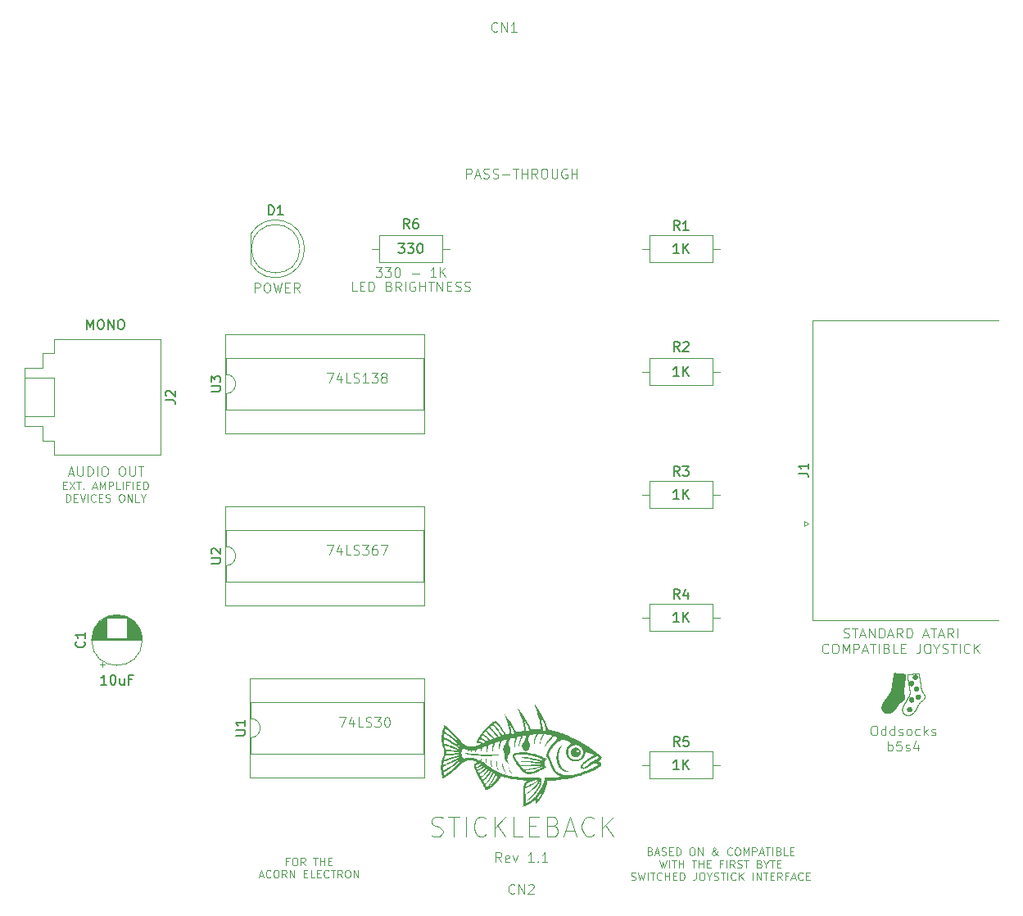
<source format=gto>
%TF.GenerationSoftware,KiCad,Pcbnew,9.0.4-1.fc42*%
%TF.CreationDate,2025-09-05T17:11:52+08:00*%
%TF.ProjectId,STICKLEBACK,53544943-4b4c-4454-9241-434b2e6b6963,rev?*%
%TF.SameCoordinates,Original*%
%TF.FileFunction,Legend,Top*%
%TF.FilePolarity,Positive*%
%FSLAX46Y46*%
G04 Gerber Fmt 4.6, Leading zero omitted, Abs format (unit mm)*
G04 Created by KiCad (PCBNEW 9.0.4-1.fc42) date 2025-09-05 17:11:52*
%MOMM*%
%LPD*%
G01*
G04 APERTURE LIST*
%ADD10C,0.000000*%
%ADD11C,0.005291*%
%ADD12C,0.052916*%
%ADD13C,0.100000*%
%ADD14C,0.150000*%
%ADD15C,0.120000*%
G04 APERTURE END LIST*
D10*
G36*
X169024716Y-104961530D02*
G01*
X169038903Y-104962609D01*
X169052884Y-104964386D01*
X169066641Y-104966843D01*
X169080157Y-104969962D01*
X169093414Y-104973727D01*
X169106395Y-104978119D01*
X169119081Y-104983121D01*
X169131456Y-104988715D01*
X169143502Y-104994885D01*
X169155201Y-105001612D01*
X169166535Y-105008878D01*
X169177488Y-105016667D01*
X169188042Y-105024960D01*
X169198179Y-105033741D01*
X169207881Y-105042991D01*
X169217131Y-105052693D01*
X169225912Y-105062830D01*
X169234205Y-105073384D01*
X169241994Y-105084337D01*
X169249260Y-105095671D01*
X169255987Y-105107370D01*
X169262157Y-105119416D01*
X169267751Y-105131791D01*
X169272753Y-105144477D01*
X169277145Y-105157458D01*
X169280910Y-105170715D01*
X169284029Y-105184231D01*
X169286486Y-105197988D01*
X169288263Y-105211969D01*
X169289342Y-105226156D01*
X169289705Y-105240533D01*
X169289342Y-105254909D01*
X169288263Y-105269096D01*
X169286486Y-105283077D01*
X169284029Y-105296835D01*
X169280910Y-105310350D01*
X169277145Y-105323607D01*
X169272753Y-105336588D01*
X169267751Y-105349274D01*
X169262157Y-105361649D01*
X169255987Y-105373695D01*
X169249260Y-105385394D01*
X169241994Y-105396729D01*
X169234205Y-105407682D01*
X169225912Y-105418235D01*
X169217131Y-105428372D01*
X169207881Y-105438074D01*
X169198179Y-105447324D01*
X169188042Y-105456105D01*
X169177488Y-105464398D01*
X169166535Y-105472187D01*
X169155201Y-105479454D01*
X169143502Y-105486180D01*
X169131456Y-105492350D01*
X169119081Y-105497944D01*
X169106395Y-105502946D01*
X169093414Y-105507339D01*
X169080157Y-105511103D01*
X169066641Y-105514223D01*
X169052884Y-105516679D01*
X169038903Y-105518456D01*
X169024716Y-105519535D01*
X169010340Y-105519898D01*
X168995963Y-105519535D01*
X168981776Y-105518456D01*
X168967795Y-105516679D01*
X168954038Y-105514223D01*
X168940522Y-105511103D01*
X168927265Y-105507339D01*
X168914284Y-105502946D01*
X168901598Y-105497944D01*
X168889223Y-105492350D01*
X168877177Y-105486180D01*
X168865478Y-105479454D01*
X168854143Y-105472187D01*
X168843191Y-105464398D01*
X168832637Y-105456105D01*
X168822500Y-105447324D01*
X168812798Y-105438074D01*
X168803548Y-105428372D01*
X168794767Y-105418235D01*
X168786474Y-105407682D01*
X168778685Y-105396729D01*
X168771418Y-105385394D01*
X168764692Y-105373695D01*
X168758522Y-105361649D01*
X168752928Y-105349274D01*
X168747926Y-105336588D01*
X168743533Y-105323607D01*
X168739769Y-105310350D01*
X168736649Y-105296835D01*
X168734193Y-105283077D01*
X168732416Y-105269096D01*
X168731337Y-105254909D01*
X168730974Y-105240533D01*
X168731337Y-105226156D01*
X168732416Y-105211969D01*
X168734193Y-105197988D01*
X168736649Y-105184231D01*
X168739769Y-105170715D01*
X168743533Y-105157458D01*
X168747926Y-105144477D01*
X168752928Y-105131791D01*
X168758522Y-105119416D01*
X168764692Y-105107370D01*
X168771418Y-105095671D01*
X168778685Y-105084337D01*
X168786474Y-105073384D01*
X168794767Y-105062830D01*
X168803548Y-105052693D01*
X168812798Y-105042991D01*
X168822500Y-105033741D01*
X168832637Y-105024960D01*
X168843191Y-105016667D01*
X168854143Y-105008878D01*
X168865478Y-105001612D01*
X168877177Y-104994885D01*
X168889223Y-104988715D01*
X168901598Y-104983121D01*
X168914284Y-104978119D01*
X168927265Y-104973727D01*
X168940522Y-104969962D01*
X168954038Y-104966843D01*
X168967795Y-104964386D01*
X168981776Y-104962609D01*
X168995963Y-104961530D01*
X169010340Y-104961167D01*
X169024716Y-104961530D01*
G37*
G36*
X132493858Y-112267561D02*
G01*
X132494262Y-112267793D01*
X132494546Y-112268139D01*
X132494710Y-112268599D01*
X132494679Y-112269860D01*
X132494173Y-112271576D01*
X132493194Y-112273746D01*
X132491745Y-112276371D01*
X132489829Y-112279451D01*
X132484602Y-112286975D01*
X132477537Y-112296319D01*
X132468652Y-112307481D01*
X132457969Y-112320462D01*
X132446482Y-112335062D01*
X132433960Y-112352842D01*
X132420564Y-112373470D01*
X132406457Y-112396612D01*
X132376764Y-112449105D01*
X132346182Y-112507654D01*
X132316013Y-112569594D01*
X132287560Y-112632257D01*
X132262125Y-112692976D01*
X132241010Y-112749087D01*
X132214410Y-112832289D01*
X132192585Y-112911668D01*
X132183354Y-112950743D01*
X132175184Y-112989847D01*
X132168033Y-113029308D01*
X132161855Y-113069453D01*
X132156608Y-113110611D01*
X132152247Y-113153110D01*
X132146008Y-113243444D01*
X132142787Y-113343080D01*
X132142232Y-113454642D01*
X132144220Y-113572534D01*
X132146306Y-113626678D01*
X132149205Y-113678105D01*
X132152983Y-113727175D01*
X132157704Y-113774251D01*
X132163433Y-113819693D01*
X132170234Y-113863864D01*
X132178172Y-113907126D01*
X132187311Y-113949840D01*
X132197717Y-113992368D01*
X132209453Y-114035072D01*
X132222584Y-114078313D01*
X132237176Y-114122453D01*
X132253292Y-114167854D01*
X132270997Y-114214878D01*
X132305229Y-114295453D01*
X132343774Y-114371823D01*
X132386644Y-114443996D01*
X132433853Y-114511983D01*
X132485413Y-114575795D01*
X132541336Y-114635442D01*
X132601637Y-114690934D01*
X132666328Y-114742281D01*
X132735421Y-114789494D01*
X132808930Y-114832584D01*
X132886868Y-114871560D01*
X132969248Y-114906433D01*
X133056082Y-114937213D01*
X133147384Y-114963911D01*
X133243166Y-114986537D01*
X133343441Y-115005101D01*
X133481023Y-115028030D01*
X133359316Y-115042142D01*
X133318381Y-115046042D01*
X133277296Y-115048495D01*
X133194871Y-115049139D01*
X133112420Y-115044239D01*
X133030323Y-115033957D01*
X132948960Y-115018455D01*
X132868710Y-114997897D01*
X132789954Y-114972445D01*
X132713071Y-114942262D01*
X132638441Y-114907511D01*
X132566444Y-114868355D01*
X132497460Y-114824955D01*
X132431868Y-114777476D01*
X132370049Y-114726080D01*
X132312382Y-114670930D01*
X132285224Y-114641997D01*
X132259247Y-114612187D01*
X132234497Y-114581520D01*
X132211024Y-114550017D01*
X132156072Y-114466287D01*
X132106358Y-114377510D01*
X132061952Y-114284223D01*
X132022922Y-114186959D01*
X131989338Y-114086253D01*
X131961272Y-113982641D01*
X131938791Y-113876656D01*
X131921967Y-113768835D01*
X131910868Y-113659711D01*
X131905564Y-113549820D01*
X131906126Y-113439696D01*
X131912623Y-113329875D01*
X131925125Y-113220890D01*
X131943701Y-113113278D01*
X131968422Y-113007573D01*
X131999357Y-112904309D01*
X132015036Y-112859811D01*
X132031686Y-112816879D01*
X132049370Y-112775425D01*
X132068149Y-112735361D01*
X132088086Y-112696600D01*
X132109242Y-112659052D01*
X132131680Y-112622632D01*
X132155461Y-112587250D01*
X132180648Y-112552819D01*
X132207303Y-112519250D01*
X132235487Y-112486457D01*
X132265263Y-112454352D01*
X132296693Y-112422845D01*
X132329838Y-112391851D01*
X132364761Y-112361280D01*
X132401523Y-112331045D01*
X132419986Y-112316741D01*
X132436360Y-112304256D01*
X132450668Y-112293590D01*
X132462929Y-112284743D01*
X132473164Y-112277715D01*
X132481395Y-112272506D01*
X132484764Y-112270584D01*
X132487641Y-112269116D01*
X132490026Y-112268103D01*
X132491923Y-112267545D01*
X132493334Y-112267442D01*
X132493858Y-112267561D01*
G37*
G36*
X133915051Y-112502683D02*
G01*
X133935470Y-112504303D01*
X133955951Y-112506773D01*
X133976473Y-112510090D01*
X133997016Y-112514252D01*
X134017560Y-112519256D01*
X134038082Y-112525101D01*
X134058563Y-112531782D01*
X134078982Y-112539298D01*
X134099319Y-112547646D01*
X134119552Y-112556823D01*
X134139708Y-112567140D01*
X134159177Y-112578255D01*
X134177975Y-112590181D01*
X134196116Y-112602932D01*
X134213616Y-112616520D01*
X134230491Y-112630958D01*
X134246756Y-112646259D01*
X134262427Y-112662436D01*
X134277519Y-112679501D01*
X134292047Y-112697469D01*
X134306028Y-112716351D01*
X134319477Y-112736161D01*
X134332409Y-112756911D01*
X134344840Y-112778615D01*
X134356785Y-112801285D01*
X134368259Y-112824934D01*
X134374837Y-112839617D01*
X134380700Y-112853352D01*
X134385875Y-112866307D01*
X134390391Y-112878650D01*
X134394277Y-112890548D01*
X134397560Y-112902169D01*
X134400270Y-112913682D01*
X134402435Y-112925255D01*
X134404083Y-112937055D01*
X134405243Y-112949250D01*
X134405943Y-112962008D01*
X134406211Y-112975498D01*
X134406076Y-112989887D01*
X134405567Y-113005343D01*
X134403538Y-113040128D01*
X134399756Y-113076570D01*
X134393709Y-113111810D01*
X134385403Y-113145847D01*
X134374847Y-113178676D01*
X134368727Y-113194638D01*
X134362048Y-113210297D01*
X134354810Y-113225653D01*
X134347014Y-113240706D01*
X134338661Y-113255455D01*
X134329752Y-113269900D01*
X134320289Y-113284041D01*
X134310272Y-113297877D01*
X134288579Y-113324635D01*
X134264683Y-113350170D01*
X134238590Y-113374481D01*
X134210309Y-113397564D01*
X134179847Y-113419417D01*
X134147212Y-113440038D01*
X134112412Y-113459424D01*
X134075454Y-113477572D01*
X134050699Y-113487703D01*
X134024835Y-113496272D01*
X133998036Y-113503292D01*
X133970475Y-113508771D01*
X133942325Y-113512721D01*
X133913759Y-113515152D01*
X133884950Y-113516073D01*
X133856071Y-113515496D01*
X133827295Y-113513431D01*
X133798796Y-113509887D01*
X133770746Y-113504876D01*
X133743320Y-113498408D01*
X133716689Y-113490493D01*
X133691027Y-113481141D01*
X133666507Y-113470363D01*
X133643302Y-113458169D01*
X133619042Y-113443113D01*
X133595878Y-113427080D01*
X133573822Y-113410117D01*
X133552885Y-113392268D01*
X133533079Y-113373581D01*
X133514414Y-113354102D01*
X133496902Y-113333877D01*
X133480555Y-113312952D01*
X133465384Y-113291373D01*
X133451399Y-113269187D01*
X133438612Y-113246439D01*
X133427036Y-113223176D01*
X133416680Y-113199444D01*
X133407556Y-113175290D01*
X133399675Y-113150759D01*
X133393050Y-113125897D01*
X133387690Y-113100751D01*
X133383608Y-113075368D01*
X133380815Y-113049792D01*
X133379321Y-113024071D01*
X133379139Y-112998250D01*
X133380279Y-112972376D01*
X133382754Y-112946494D01*
X133386573Y-112920652D01*
X133391171Y-112897771D01*
X133967801Y-112897771D01*
X133968243Y-112909132D01*
X133969672Y-112920511D01*
X133972123Y-112931853D01*
X133975629Y-112943102D01*
X133980225Y-112954204D01*
X133985945Y-112965103D01*
X133992823Y-112975744D01*
X134000893Y-112986072D01*
X134010190Y-112996031D01*
X134014689Y-113000596D01*
X134019551Y-113005016D01*
X134024729Y-113009270D01*
X134030172Y-113013339D01*
X134035833Y-113017201D01*
X134041662Y-113020835D01*
X134047609Y-113024222D01*
X134053627Y-113027340D01*
X134059665Y-113030168D01*
X134065674Y-113032687D01*
X134071606Y-113034874D01*
X134077412Y-113036711D01*
X134083041Y-113038175D01*
X134088446Y-113039246D01*
X134093577Y-113039904D01*
X134098385Y-113040128D01*
X134103575Y-113039919D01*
X134108882Y-113039303D01*
X134114286Y-113038298D01*
X134119769Y-113036921D01*
X134125312Y-113035188D01*
X134130899Y-113033117D01*
X134136509Y-113030725D01*
X134142124Y-113028029D01*
X134147727Y-113025046D01*
X134153298Y-113021794D01*
X134164273Y-113014548D01*
X134174901Y-113006429D01*
X134185036Y-112997574D01*
X134194531Y-112988120D01*
X134203237Y-112978202D01*
X134211008Y-112967960D01*
X134214496Y-112962759D01*
X134217696Y-112957529D01*
X134220588Y-112952285D01*
X134223154Y-112947046D01*
X134225376Y-112941828D01*
X134227235Y-112936648D01*
X134228713Y-112931524D01*
X134229792Y-112926473D01*
X134230453Y-112921511D01*
X134230677Y-112916656D01*
X134230544Y-112911771D01*
X134230154Y-112906717D01*
X134229516Y-112901515D01*
X134228641Y-112896182D01*
X134226224Y-112885197D01*
X134222987Y-112873909D01*
X134219017Y-112862467D01*
X134214399Y-112851016D01*
X134209217Y-112839706D01*
X134203557Y-112828682D01*
X134197504Y-112818092D01*
X134191144Y-112808083D01*
X134184562Y-112798804D01*
X134177843Y-112790400D01*
X134171072Y-112783019D01*
X134167694Y-112779758D01*
X134164335Y-112776809D01*
X134161005Y-112774189D01*
X134157716Y-112771916D01*
X134154478Y-112770010D01*
X134151302Y-112768489D01*
X134138492Y-112764191D01*
X134125882Y-112761181D01*
X134113505Y-112759404D01*
X134101396Y-112758805D01*
X134089590Y-112759328D01*
X134078120Y-112760920D01*
X134067021Y-112763523D01*
X134056327Y-112767083D01*
X134046073Y-112771545D01*
X134036292Y-112776854D01*
X134027018Y-112782954D01*
X134018287Y-112789790D01*
X134010131Y-112797307D01*
X134002586Y-112805449D01*
X133995686Y-112814162D01*
X133989465Y-112823390D01*
X133983957Y-112833078D01*
X133979196Y-112843171D01*
X133975217Y-112853613D01*
X133972053Y-112864349D01*
X133969740Y-112875324D01*
X133968311Y-112886483D01*
X133967801Y-112897771D01*
X133391171Y-112897771D01*
X133391749Y-112894895D01*
X133398293Y-112869270D01*
X133406216Y-112843822D01*
X133415530Y-112818598D01*
X133426245Y-112793644D01*
X133438373Y-112769006D01*
X133451925Y-112744731D01*
X133466913Y-112720864D01*
X133479880Y-112702248D01*
X133494250Y-112684136D01*
X133509938Y-112666577D01*
X133526858Y-112649620D01*
X133544925Y-112633314D01*
X133564055Y-112617708D01*
X133584160Y-112602851D01*
X133605158Y-112588793D01*
X133626961Y-112575583D01*
X133649486Y-112563268D01*
X133672646Y-112551900D01*
X133696356Y-112541526D01*
X133720532Y-112532197D01*
X133745087Y-112523960D01*
X133769937Y-112516865D01*
X133794996Y-112510962D01*
X133814609Y-112507427D01*
X133834408Y-112504757D01*
X133854372Y-112502951D01*
X133874481Y-112502004D01*
X133894714Y-112501916D01*
X133915051Y-112502683D01*
G37*
G36*
X128498920Y-112997574D02*
G01*
X128630777Y-113002628D01*
X128756062Y-113010060D01*
X128867207Y-113019682D01*
X128956649Y-113031309D01*
X129184652Y-113073043D01*
X129414764Y-113123748D01*
X129644793Y-113182804D01*
X129872548Y-113249590D01*
X130095839Y-113323487D01*
X130312473Y-113403875D01*
X130520260Y-113490133D01*
X130620152Y-113535270D01*
X130717010Y-113581641D01*
X130918094Y-113678655D01*
X130865177Y-113710406D01*
X130842954Y-113725457D01*
X130821338Y-113743334D01*
X130800440Y-113763806D01*
X130780372Y-113786639D01*
X130761245Y-113811601D01*
X130743169Y-113838460D01*
X130726255Y-113866983D01*
X130710616Y-113896937D01*
X130696361Y-113928090D01*
X130683603Y-113960210D01*
X130672451Y-113993063D01*
X130663018Y-114026418D01*
X130655414Y-114060041D01*
X130649751Y-114093701D01*
X130646140Y-114127164D01*
X130644691Y-114160198D01*
X130644959Y-114184670D01*
X130646424Y-114208471D01*
X130649082Y-114231589D01*
X130652932Y-114254015D01*
X130657970Y-114275738D01*
X130664194Y-114296748D01*
X130671601Y-114317034D01*
X130680189Y-114336587D01*
X130684925Y-114346085D01*
X130689955Y-114355395D01*
X130695280Y-114364517D01*
X130700897Y-114373449D01*
X130706809Y-114382190D01*
X130713013Y-114390739D01*
X130719509Y-114399093D01*
X130726298Y-114407253D01*
X130733379Y-114415216D01*
X130740751Y-114422981D01*
X130748415Y-114430548D01*
X130756370Y-114437914D01*
X130773152Y-114452040D01*
X130791093Y-114465350D01*
X130798261Y-114470286D01*
X130805191Y-114475155D01*
X130811852Y-114479931D01*
X130818213Y-114484588D01*
X130824244Y-114489100D01*
X130829913Y-114493442D01*
X130835189Y-114497587D01*
X130840041Y-114501510D01*
X130844439Y-114505185D01*
X130848351Y-114508586D01*
X130851746Y-114511688D01*
X130854594Y-114514464D01*
X130856862Y-114516888D01*
X130857770Y-114517961D01*
X130858521Y-114518936D01*
X130859112Y-114519810D01*
X130859539Y-114520580D01*
X130859798Y-114521243D01*
X130859885Y-114521795D01*
X130852412Y-114528401D01*
X130831105Y-114542311D01*
X130753666Y-114588354D01*
X130506225Y-114727509D01*
X130224389Y-114880223D01*
X130103955Y-114943217D01*
X130014982Y-114987462D01*
X129926322Y-115027824D01*
X129838424Y-115064873D01*
X129751514Y-115098564D01*
X129665815Y-115128849D01*
X129581553Y-115155682D01*
X129498952Y-115179016D01*
X129418237Y-115198806D01*
X129339633Y-115215004D01*
X129263365Y-115227564D01*
X129189658Y-115236439D01*
X129118736Y-115241584D01*
X129050824Y-115242950D01*
X128986147Y-115240493D01*
X128924930Y-115234165D01*
X128867397Y-115223921D01*
X128813774Y-115209712D01*
X128757958Y-115189966D01*
X128701615Y-115165105D01*
X128644714Y-115135096D01*
X128587224Y-115099910D01*
X128529114Y-115059514D01*
X128470353Y-115013879D01*
X128410910Y-114962972D01*
X128350753Y-114906764D01*
X128335797Y-114891651D01*
X128690593Y-114891651D01*
X128690610Y-114892526D01*
X128690715Y-114893424D01*
X128690908Y-114894346D01*
X128691186Y-114895291D01*
X128691987Y-114897259D01*
X128693099Y-114899335D01*
X128694502Y-114901527D01*
X128696177Y-114903843D01*
X128698107Y-114906292D01*
X128700270Y-114908879D01*
X128702650Y-114911614D01*
X128712534Y-114921274D01*
X128724843Y-114931017D01*
X128739352Y-114940760D01*
X128755841Y-114950420D01*
X128774087Y-114959915D01*
X128793868Y-114969161D01*
X128814962Y-114978077D01*
X128837145Y-114986580D01*
X128860197Y-114994586D01*
X128883895Y-115002014D01*
X128908017Y-115008780D01*
X128932340Y-115014802D01*
X128956643Y-115019997D01*
X128980702Y-115024283D01*
X129004297Y-115027576D01*
X129027204Y-115029795D01*
X129055218Y-115030872D01*
X129084958Y-115030804D01*
X129116331Y-115029605D01*
X129149243Y-115027287D01*
X129183603Y-115023863D01*
X129219317Y-115019346D01*
X129294434Y-115007085D01*
X129373850Y-114990607D01*
X129456821Y-114970016D01*
X129542604Y-114945415D01*
X129630454Y-114916907D01*
X129674226Y-114901292D01*
X129722904Y-114882531D01*
X129831290Y-114837366D01*
X129948234Y-114785007D01*
X130066356Y-114729052D01*
X130178277Y-114673096D01*
X130276617Y-114620738D01*
X130318388Y-114597031D01*
X130353997Y-114575573D01*
X130382521Y-114556812D01*
X130403038Y-114541198D01*
X130415151Y-114530315D01*
X130426189Y-114520279D01*
X130435904Y-114511277D01*
X130440188Y-114507222D01*
X130444048Y-114503495D01*
X130447454Y-114500119D01*
X130450373Y-114497118D01*
X130452776Y-114494515D01*
X130454631Y-114492333D01*
X130455344Y-114491407D01*
X130455908Y-114490595D01*
X130456319Y-114489900D01*
X130456575Y-114489325D01*
X130456670Y-114488873D01*
X130456600Y-114488546D01*
X130456503Y-114488431D01*
X130456363Y-114488348D01*
X130455955Y-114488281D01*
X130410535Y-114502612D01*
X130366658Y-114516806D01*
X130314843Y-114534141D01*
X130173250Y-114577388D01*
X130005612Y-114622805D01*
X129818626Y-114668924D01*
X129618989Y-114714279D01*
X129413400Y-114757402D01*
X129208554Y-114796824D01*
X129011150Y-114831078D01*
X128827885Y-114858697D01*
X128802352Y-114862160D01*
X128779891Y-114865312D01*
X128760350Y-114868216D01*
X128751627Y-114869595D01*
X128743577Y-114870934D01*
X128736180Y-114872243D01*
X128729418Y-114873528D01*
X128723271Y-114874798D01*
X128717721Y-114876061D01*
X128712749Y-114877323D01*
X128708335Y-114878593D01*
X128704460Y-114879878D01*
X128701106Y-114881187D01*
X128698252Y-114882527D01*
X128697008Y-114883211D01*
X128695882Y-114883905D01*
X128694871Y-114884612D01*
X128693974Y-114885330D01*
X128693188Y-114886063D01*
X128692510Y-114886810D01*
X128691939Y-114887572D01*
X128691472Y-114888351D01*
X128691106Y-114889147D01*
X128690839Y-114889962D01*
X128690669Y-114890796D01*
X128690593Y-114891651D01*
X128335797Y-114891651D01*
X128289852Y-114845222D01*
X128228177Y-114778317D01*
X128165695Y-114706016D01*
X128102376Y-114628290D01*
X128038188Y-114545106D01*
X127973102Y-114456435D01*
X127943499Y-114414198D01*
X128215816Y-114414198D01*
X128216182Y-114415346D01*
X128217256Y-114417429D01*
X128221383Y-114424175D01*
X128227908Y-114433979D01*
X128236541Y-114446389D01*
X128246993Y-114460948D01*
X128258975Y-114477202D01*
X128272198Y-114494696D01*
X128286371Y-114512976D01*
X128307277Y-114539591D01*
X128328856Y-114565744D01*
X128350909Y-114591261D01*
X128373242Y-114615970D01*
X128395658Y-114639697D01*
X128417960Y-114662269D01*
X128439951Y-114683512D01*
X128461437Y-114703255D01*
X128482219Y-114721323D01*
X128502103Y-114737544D01*
X128520891Y-114751744D01*
X128538386Y-114763751D01*
X128554394Y-114773391D01*
X128568717Y-114780491D01*
X128575185Y-114783034D01*
X128581159Y-114784877D01*
X128586613Y-114785999D01*
X128591524Y-114786378D01*
X128807986Y-114747793D01*
X129262243Y-114657615D01*
X129764786Y-114554207D01*
X130126107Y-114475934D01*
X130164096Y-114466633D01*
X130199501Y-114457413D01*
X130231558Y-114448525D01*
X130259501Y-114440215D01*
X130271691Y-114436355D01*
X130282566Y-114432733D01*
X130292030Y-114429379D01*
X130299988Y-114426325D01*
X130306343Y-114423601D01*
X130311002Y-114421239D01*
X130312664Y-114420204D01*
X130313867Y-114419270D01*
X130314597Y-114418443D01*
X130314843Y-114417725D01*
X130293404Y-114415169D01*
X130231968Y-114412820D01*
X130006383Y-114408906D01*
X129265330Y-114405379D01*
X128524276Y-114409127D01*
X128298691Y-114411579D01*
X128237254Y-114412878D01*
X128215816Y-114414198D01*
X127943499Y-114414198D01*
X127907085Y-114362244D01*
X127840108Y-114262504D01*
X127762342Y-114142983D01*
X127692333Y-114032209D01*
X127629942Y-113929791D01*
X127575028Y-113835339D01*
X127527452Y-113748463D01*
X127487074Y-113668772D01*
X127469542Y-113631499D01*
X127453756Y-113595877D01*
X127439700Y-113561856D01*
X127427357Y-113529387D01*
X127416709Y-113498422D01*
X127407738Y-113468912D01*
X127400427Y-113440809D01*
X127394760Y-113414062D01*
X127390717Y-113388625D01*
X127389021Y-113371788D01*
X127567810Y-113371788D01*
X127567858Y-113377623D01*
X127568286Y-113383670D01*
X127569082Y-113389937D01*
X127570232Y-113396435D01*
X127582166Y-113435777D01*
X127603856Y-113487599D01*
X127633980Y-113549828D01*
X127671215Y-113620393D01*
X127714237Y-113697221D01*
X127761724Y-113778240D01*
X127864802Y-113944563D01*
X127969863Y-114102782D01*
X128019831Y-114173673D01*
X128066326Y-114236321D01*
X128108025Y-114288654D01*
X128143606Y-114328601D01*
X128171746Y-114354089D01*
X128182611Y-114360763D01*
X128191121Y-114363045D01*
X128220363Y-114360896D01*
X128280859Y-114355108D01*
X128459232Y-114336587D01*
X128583893Y-114324508D01*
X128723623Y-114313380D01*
X129047710Y-114293812D01*
X129430336Y-114277551D01*
X129870343Y-114264268D01*
X129970213Y-114261470D01*
X130063406Y-114258425D01*
X130147876Y-114255214D01*
X130221577Y-114251920D01*
X130282463Y-114248627D01*
X130328486Y-114245416D01*
X130357600Y-114242370D01*
X130365177Y-114240935D01*
X130367109Y-114240244D01*
X130367760Y-114239573D01*
X130362155Y-114230994D01*
X130345329Y-114221796D01*
X130277939Y-114201539D01*
X130165447Y-114178801D01*
X130007706Y-114153583D01*
X129804573Y-114125885D01*
X129555903Y-114095706D01*
X128921371Y-114027907D01*
X128781131Y-114013048D01*
X128630577Y-113995688D01*
X128332012Y-113958012D01*
X128200743Y-113939970D01*
X128092647Y-113923975D01*
X128016093Y-113911163D01*
X127992261Y-113906306D01*
X127979455Y-113902671D01*
X127977480Y-113900769D01*
X127980109Y-113899036D01*
X127998912Y-113896083D01*
X128035327Y-113893834D01*
X128088816Y-113892307D01*
X128244865Y-113891508D01*
X128462760Y-113893851D01*
X128659912Y-113898492D01*
X128857292Y-113905840D01*
X129055127Y-113915958D01*
X129253644Y-113928908D01*
X129453070Y-113944752D01*
X129653633Y-113963552D01*
X129855561Y-113985370D01*
X130059080Y-114010267D01*
X130116576Y-114017403D01*
X130166990Y-114023614D01*
X130210764Y-114028925D01*
X130248339Y-114033363D01*
X130264940Y-114035263D01*
X130280158Y-114036954D01*
X130294046Y-114038440D01*
X130306661Y-114039723D01*
X130318058Y-114040807D01*
X130328292Y-114041696D01*
X130337417Y-114042392D01*
X130345491Y-114042899D01*
X130352567Y-114043220D01*
X130358701Y-114043358D01*
X130361431Y-114043360D01*
X130363947Y-114043317D01*
X130366256Y-114043230D01*
X130368363Y-114043099D01*
X130370276Y-114042925D01*
X130372002Y-114042708D01*
X130373547Y-114042449D01*
X130374919Y-114042147D01*
X130376125Y-114041804D01*
X130377171Y-114041420D01*
X130378064Y-114040995D01*
X130378812Y-114040529D01*
X130379420Y-114040023D01*
X130379897Y-114039478D01*
X130380249Y-114038894D01*
X130380482Y-114038270D01*
X130380604Y-114037608D01*
X130380622Y-114036908D01*
X130380542Y-114036171D01*
X130380372Y-114035396D01*
X130380118Y-114034585D01*
X130379788Y-114033737D01*
X130378924Y-114031933D01*
X130377836Y-114029989D01*
X130376579Y-114027907D01*
X130362282Y-114016411D01*
X130331903Y-114001920D01*
X130226538Y-113964875D01*
X130067761Y-113918611D01*
X129862847Y-113864967D01*
X129619072Y-113805783D01*
X129343712Y-113742900D01*
X129044044Y-113678156D01*
X128727343Y-113613392D01*
X128462842Y-113559538D01*
X128245140Y-113514614D01*
X128096560Y-113482919D01*
X128055167Y-113473377D01*
X128043916Y-113470417D01*
X128039426Y-113468754D01*
X128039639Y-113467548D01*
X128042826Y-113466574D01*
X128057530Y-113465288D01*
X128116128Y-113465171D01*
X128205773Y-113467947D01*
X128317019Y-113473163D01*
X128566526Y-113489093D01*
X128685895Y-113498898D01*
X128789079Y-113509322D01*
X128915710Y-113524656D01*
X129045091Y-113543029D01*
X129178482Y-113564668D01*
X129317143Y-113589800D01*
X129462337Y-113618653D01*
X129615323Y-113651453D01*
X129777363Y-113688430D01*
X129949718Y-113729809D01*
X130028364Y-113749168D01*
X130098584Y-113766282D01*
X130160841Y-113781220D01*
X130215597Y-113794053D01*
X130263314Y-113804850D01*
X130284678Y-113809506D01*
X130304456Y-113813680D01*
X130322706Y-113817379D01*
X130339485Y-113820614D01*
X130354851Y-113823391D01*
X130368862Y-113825720D01*
X130381577Y-113827611D01*
X130393052Y-113829070D01*
X130403345Y-113830108D01*
X130412515Y-113830733D01*
X130420619Y-113830954D01*
X130427716Y-113830778D01*
X130433861Y-113830216D01*
X130436596Y-113829793D01*
X130439115Y-113829276D01*
X130441425Y-113828666D01*
X130443534Y-113827966D01*
X130445448Y-113827175D01*
X130447176Y-113826295D01*
X130448724Y-113825327D01*
X130450099Y-113824272D01*
X130451309Y-113823132D01*
X130452361Y-113821906D01*
X130453263Y-113820597D01*
X130454020Y-113819206D01*
X130454641Y-113817733D01*
X130455133Y-113816179D01*
X130455503Y-113814546D01*
X130455759Y-113812835D01*
X130455955Y-113809183D01*
X130454244Y-113800298D01*
X130449191Y-113790544D01*
X130429548Y-113768628D01*
X130397993Y-113743839D01*
X130355496Y-113716580D01*
X130303025Y-113687253D01*
X130241549Y-113656263D01*
X130095460Y-113590903D01*
X129924979Y-113523724D01*
X129737858Y-113457950D01*
X129541850Y-113396806D01*
X129344704Y-113343518D01*
X129249678Y-113320336D01*
X129158311Y-113299613D01*
X129069465Y-113281165D01*
X128982004Y-113264804D01*
X128894792Y-113250345D01*
X128806691Y-113237601D01*
X128716564Y-113226388D01*
X128623274Y-113216517D01*
X128514109Y-113207849D01*
X128407115Y-113203068D01*
X128301650Y-113202254D01*
X128197074Y-113205493D01*
X128092747Y-113212865D01*
X127988026Y-113224455D01*
X127882272Y-113240344D01*
X127774843Y-113260615D01*
X127743613Y-113267178D01*
X127715336Y-113273685D01*
X127689907Y-113280202D01*
X127678226Y-113283486D01*
X127667218Y-113286797D01*
X127656869Y-113290145D01*
X127647166Y-113293537D01*
X127638095Y-113296982D01*
X127629643Y-113300488D01*
X127621797Y-113304064D01*
X127614543Y-113307719D01*
X127607869Y-113311459D01*
X127601762Y-113315295D01*
X127596207Y-113319234D01*
X127591192Y-113323285D01*
X127586703Y-113327456D01*
X127582727Y-113331756D01*
X127579252Y-113336193D01*
X127576263Y-113340774D01*
X127573748Y-113345510D01*
X127571693Y-113350408D01*
X127570085Y-113355476D01*
X127568911Y-113360723D01*
X127568157Y-113366158D01*
X127567810Y-113371788D01*
X127389021Y-113371788D01*
X127388282Y-113364447D01*
X127387437Y-113341481D01*
X127388166Y-113319677D01*
X127390449Y-113298987D01*
X127394271Y-113279361D01*
X127399613Y-113260752D01*
X127406459Y-113243110D01*
X127414790Y-113226387D01*
X127424590Y-113210533D01*
X127435840Y-113195500D01*
X127448524Y-113181240D01*
X127463516Y-113167767D01*
X127481979Y-113154488D01*
X127503827Y-113141432D01*
X127528974Y-113128626D01*
X127557335Y-113116099D01*
X127588825Y-113103880D01*
X127623359Y-113091996D01*
X127660852Y-113080477D01*
X127701218Y-113069351D01*
X127744371Y-113058646D01*
X127838701Y-113038613D01*
X127943160Y-113020605D01*
X128057065Y-113004851D01*
X128139562Y-112998536D01*
X128245747Y-112995342D01*
X128368054Y-112995084D01*
X128498920Y-112997574D01*
G37*
G36*
X168630824Y-105609103D02*
G01*
X168645012Y-105610182D01*
X168658993Y-105611958D01*
X168672750Y-105614415D01*
X168686266Y-105617534D01*
X168699523Y-105621299D01*
X168712503Y-105625691D01*
X168725190Y-105630693D01*
X168737565Y-105636288D01*
X168749610Y-105642457D01*
X168761309Y-105649184D01*
X168772644Y-105656450D01*
X168783597Y-105664239D01*
X168794151Y-105672533D01*
X168804287Y-105681313D01*
X168813990Y-105690564D01*
X168823240Y-105700266D01*
X168832020Y-105710402D01*
X168840314Y-105720956D01*
X168848103Y-105731909D01*
X168855369Y-105743244D01*
X168862096Y-105754943D01*
X168868265Y-105766988D01*
X168873860Y-105779363D01*
X168878862Y-105792050D01*
X168883254Y-105805030D01*
X168887019Y-105818287D01*
X168890138Y-105831803D01*
X168892595Y-105845560D01*
X168894371Y-105859541D01*
X168895450Y-105873729D01*
X168895814Y-105888105D01*
X168895450Y-105902481D01*
X168894371Y-105916668D01*
X168892595Y-105930649D01*
X168890138Y-105944407D01*
X168887019Y-105957923D01*
X168883254Y-105971180D01*
X168878862Y-105984160D01*
X168873860Y-105996847D01*
X168868265Y-106009221D01*
X168862096Y-106021267D01*
X168855369Y-106032966D01*
X168848103Y-106044301D01*
X168840314Y-106055254D01*
X168832020Y-106065807D01*
X168823240Y-106075944D01*
X168813990Y-106085646D01*
X168804287Y-106094896D01*
X168794151Y-106103677D01*
X168783597Y-106111970D01*
X168772644Y-106119759D01*
X168761309Y-106127026D01*
X168749610Y-106133753D01*
X168737565Y-106139922D01*
X168725190Y-106145517D01*
X168712503Y-106150519D01*
X168699523Y-106154911D01*
X168686266Y-106158675D01*
X168672750Y-106161795D01*
X168658993Y-106164252D01*
X168645012Y-106166028D01*
X168630824Y-106167107D01*
X168616448Y-106167471D01*
X168602072Y-106167107D01*
X168587885Y-106166028D01*
X168573904Y-106164252D01*
X168560146Y-106161795D01*
X168546630Y-106158675D01*
X168533373Y-106154911D01*
X168520393Y-106150519D01*
X168507706Y-106145517D01*
X168495332Y-106139922D01*
X168483286Y-106133753D01*
X168471587Y-106127026D01*
X168460252Y-106119759D01*
X168449299Y-106111970D01*
X168438746Y-106103677D01*
X168428609Y-106094896D01*
X168418907Y-106085646D01*
X168409657Y-106075944D01*
X168400876Y-106065807D01*
X168392583Y-106055254D01*
X168384794Y-106044301D01*
X168377527Y-106032966D01*
X168370800Y-106021267D01*
X168364631Y-106009221D01*
X168359036Y-105996847D01*
X168354034Y-105984160D01*
X168349642Y-105971180D01*
X168345878Y-105957923D01*
X168342758Y-105944407D01*
X168340301Y-105930649D01*
X168338525Y-105916668D01*
X168337446Y-105902481D01*
X168337082Y-105888105D01*
X168337446Y-105873729D01*
X168338525Y-105859541D01*
X168340301Y-105845560D01*
X168342758Y-105831803D01*
X168345878Y-105818287D01*
X168349642Y-105805030D01*
X168354034Y-105792050D01*
X168359036Y-105779363D01*
X168364631Y-105766988D01*
X168370800Y-105754943D01*
X168377527Y-105743244D01*
X168384794Y-105731909D01*
X168392583Y-105720956D01*
X168400876Y-105710402D01*
X168409657Y-105700266D01*
X168418907Y-105690564D01*
X168428609Y-105681313D01*
X168438746Y-105672533D01*
X168449299Y-105664239D01*
X168460252Y-105656450D01*
X168471587Y-105649184D01*
X168483286Y-105642457D01*
X168495332Y-105636288D01*
X168507706Y-105630693D01*
X168520393Y-105625691D01*
X168533373Y-105621299D01*
X168546630Y-105617534D01*
X168560146Y-105614415D01*
X168573904Y-105611958D01*
X168587885Y-105610182D01*
X168602072Y-105609103D01*
X168616448Y-105608739D01*
X168630824Y-105609103D01*
G37*
G36*
X129656944Y-108040984D02*
G01*
X129659035Y-108042093D01*
X129664850Y-108046779D01*
X129672980Y-108054876D01*
X129683591Y-108066530D01*
X129712916Y-108101102D01*
X129754147Y-108151672D01*
X129808607Y-108219420D01*
X129937033Y-108389773D01*
X130067072Y-108582120D01*
X130198847Y-108796625D01*
X130332482Y-109033455D01*
X130468102Y-109292774D01*
X130605830Y-109574748D01*
X130745790Y-109879542D01*
X130888107Y-110207322D01*
X130921139Y-110283614D01*
X130953592Y-110356619D01*
X130984721Y-110424705D01*
X131013784Y-110486238D01*
X131040036Y-110539585D01*
X131062732Y-110583114D01*
X131072515Y-110600686D01*
X131081129Y-110615191D01*
X131088483Y-110626425D01*
X131094482Y-110634184D01*
X131102258Y-110643000D01*
X131109806Y-110650975D01*
X131117272Y-110658174D01*
X131124799Y-110664666D01*
X131132534Y-110670516D01*
X131140619Y-110675793D01*
X131149201Y-110680564D01*
X131158424Y-110684895D01*
X131168432Y-110688855D01*
X131179370Y-110692509D01*
X131191383Y-110695926D01*
X131204615Y-110699172D01*
X131219212Y-110702315D01*
X131235318Y-110705422D01*
X131272635Y-110711795D01*
X131391222Y-110733964D01*
X131531761Y-110765125D01*
X131688919Y-110803851D01*
X131857364Y-110848717D01*
X132031762Y-110898295D01*
X132206779Y-110951160D01*
X132377084Y-111005885D01*
X132537343Y-111061045D01*
X132743029Y-111137139D01*
X132956233Y-111221993D01*
X133175421Y-111314774D01*
X133399058Y-111414649D01*
X133853542Y-111632359D01*
X134307406Y-111868465D01*
X134748371Y-112116312D01*
X135164159Y-112369244D01*
X135358775Y-112495537D01*
X135542493Y-112620605D01*
X135713777Y-112743617D01*
X135871093Y-112863740D01*
X135960169Y-112933771D01*
X136053215Y-113005953D01*
X136206232Y-113123031D01*
X136237381Y-113146947D01*
X136267896Y-113170983D01*
X136297641Y-113195015D01*
X136326480Y-113218915D01*
X136354274Y-113242556D01*
X136380888Y-113265813D01*
X136406184Y-113288558D01*
X136430026Y-113310665D01*
X136452276Y-113332007D01*
X136472797Y-113352457D01*
X136491452Y-113371890D01*
X136508106Y-113390177D01*
X136522620Y-113407194D01*
X136534857Y-113422813D01*
X136544681Y-113436907D01*
X136551955Y-113449350D01*
X136557560Y-113460851D01*
X136562462Y-113472216D01*
X136566649Y-113483463D01*
X136570111Y-113494612D01*
X136572836Y-113505680D01*
X136574814Y-113516687D01*
X136576034Y-113527651D01*
X136576484Y-113538592D01*
X136576154Y-113549527D01*
X136575033Y-113560476D01*
X136573109Y-113571457D01*
X136570373Y-113582489D01*
X136566811Y-113593591D01*
X136562415Y-113604782D01*
X136557173Y-113616079D01*
X136551073Y-113627503D01*
X136544105Y-113639071D01*
X136536258Y-113650803D01*
X136527521Y-113662717D01*
X136517883Y-113674832D01*
X136495859Y-113699739D01*
X136470100Y-113725674D01*
X136440516Y-113752788D01*
X136407020Y-113781230D01*
X136369524Y-113811150D01*
X136327941Y-113842698D01*
X136155080Y-113969697D01*
X136315594Y-113997920D01*
X136351214Y-114004575D01*
X136383431Y-114011390D01*
X136412398Y-114018485D01*
X136425710Y-114022174D01*
X136438266Y-114025977D01*
X136450087Y-114029909D01*
X136461190Y-114033986D01*
X136471594Y-114038221D01*
X136481320Y-114042630D01*
X136490385Y-114047228D01*
X136498809Y-114052029D01*
X136506611Y-114057049D01*
X136513810Y-114062302D01*
X136520425Y-114067803D01*
X136526476Y-114073566D01*
X136531980Y-114079608D01*
X136536958Y-114085942D01*
X136541428Y-114092584D01*
X136545409Y-114099548D01*
X136548920Y-114106849D01*
X136551982Y-114114502D01*
X136554611Y-114122522D01*
X136556828Y-114130924D01*
X136558652Y-114139722D01*
X136560102Y-114148932D01*
X136561196Y-114158568D01*
X136561954Y-114168645D01*
X136562537Y-114190183D01*
X136562395Y-114198626D01*
X136561976Y-114207371D01*
X136561293Y-114216348D01*
X136560360Y-114225488D01*
X136559189Y-114234722D01*
X136557793Y-114243978D01*
X136556186Y-114253188D01*
X136554379Y-114262282D01*
X136552387Y-114271190D01*
X136550221Y-114279842D01*
X136547895Y-114288168D01*
X136545422Y-114296099D01*
X136542815Y-114303565D01*
X136540086Y-114310496D01*
X136537249Y-114316823D01*
X136534316Y-114322474D01*
X136509976Y-114360595D01*
X136474781Y-114401464D01*
X136428915Y-114444979D01*
X136372562Y-114491037D01*
X136305904Y-114539533D01*
X136229125Y-114590366D01*
X136142409Y-114643431D01*
X136045939Y-114698624D01*
X135824471Y-114814986D01*
X135566189Y-114938624D01*
X135272560Y-115068710D01*
X134945052Y-115204420D01*
X134691617Y-115302467D01*
X134438264Y-115391502D01*
X134185408Y-115471442D01*
X133933461Y-115542204D01*
X133682837Y-115603706D01*
X133433950Y-115655865D01*
X133187212Y-115698598D01*
X132943038Y-115731823D01*
X132812289Y-115748470D01*
X132645822Y-115772392D01*
X132464803Y-115800284D01*
X132290398Y-115828837D01*
X132113345Y-115858837D01*
X131954460Y-115884289D01*
X131810583Y-115905607D01*
X131678550Y-115923205D01*
X131555198Y-115937495D01*
X131437365Y-115948891D01*
X131321889Y-115957807D01*
X131205607Y-115964656D01*
X130960427Y-115977003D01*
X130918094Y-116188670D01*
X130899442Y-116276828D01*
X130877359Y-116367660D01*
X130852051Y-116460657D01*
X130823726Y-116555311D01*
X130792589Y-116651111D01*
X130758847Y-116747550D01*
X130722708Y-116844119D01*
X130684378Y-116940307D01*
X130644064Y-117035606D01*
X130601971Y-117129508D01*
X130558308Y-117221503D01*
X130513281Y-117311082D01*
X130467096Y-117397736D01*
X130419960Y-117480956D01*
X130372080Y-117560233D01*
X130323662Y-117635058D01*
X130268124Y-117716001D01*
X130207108Y-117800066D01*
X130142248Y-117885246D01*
X130075175Y-117969537D01*
X130007524Y-118050934D01*
X129940926Y-118127432D01*
X129877016Y-118197026D01*
X129817426Y-118257712D01*
X129722177Y-118349434D01*
X129729232Y-118081323D01*
X129738051Y-117813211D01*
X129581066Y-117957850D01*
X129501119Y-118030029D01*
X129420056Y-118098383D01*
X129379119Y-118131120D01*
X129337918Y-118162892D01*
X129296459Y-118193699D01*
X129254746Y-118223537D01*
X129212786Y-118252403D01*
X129170582Y-118280295D01*
X129128141Y-118307210D01*
X129085468Y-118333146D01*
X129042567Y-118358100D01*
X128999444Y-118382070D01*
X128956104Y-118405053D01*
X128912552Y-118427046D01*
X128839061Y-118461917D01*
X128761519Y-118496664D01*
X128683977Y-118529675D01*
X128610486Y-118559337D01*
X128545098Y-118584039D01*
X128516709Y-118594025D01*
X128491865Y-118602167D01*
X128471072Y-118608262D01*
X128454837Y-118612109D01*
X128443666Y-118613507D01*
X128440138Y-118613225D01*
X128438066Y-118612254D01*
X128437338Y-118610760D01*
X128437122Y-118607662D01*
X128437391Y-118603049D01*
X128438121Y-118597013D01*
X128440856Y-118581031D01*
X128445121Y-118560440D01*
X128450709Y-118535962D01*
X128457413Y-118508322D01*
X128473344Y-118446448D01*
X128490793Y-118370697D01*
X128503467Y-118291887D01*
X128511388Y-118206462D01*
X128514574Y-118110868D01*
X128513048Y-118001548D01*
X128506830Y-117874948D01*
X128495939Y-117727511D01*
X128480398Y-117555684D01*
X128469285Y-117434204D01*
X128460451Y-117320132D01*
X128453943Y-117212980D01*
X128449806Y-117112258D01*
X128449241Y-117081111D01*
X128657539Y-117081111D01*
X128658055Y-117163135D01*
X128659500Y-117198465D01*
X128661797Y-117228499D01*
X128664993Y-117252111D01*
X128669135Y-117268170D01*
X128671725Y-117274076D01*
X128675133Y-117278378D01*
X128679766Y-117280793D01*
X128686030Y-117281040D01*
X128694330Y-117278839D01*
X128705071Y-117273906D01*
X128718660Y-117265960D01*
X128735502Y-117254720D01*
X128780567Y-117221230D01*
X128843512Y-117171183D01*
X128927583Y-117102326D01*
X129036024Y-117012405D01*
X129227206Y-116850993D01*
X129315084Y-116774533D01*
X129398007Y-116700721D01*
X129476113Y-116629421D01*
X129549543Y-116560496D01*
X129618435Y-116493808D01*
X129682930Y-116429220D01*
X129743167Y-116366597D01*
X129799285Y-116305800D01*
X129851424Y-116246693D01*
X129899723Y-116189138D01*
X129944322Y-116133000D01*
X129985361Y-116078141D01*
X130022979Y-116024423D01*
X130057316Y-115971711D01*
X130061666Y-115964489D01*
X130065787Y-115957389D01*
X130069674Y-115950427D01*
X130073325Y-115943620D01*
X130076737Y-115936986D01*
X130079907Y-115930543D01*
X130082833Y-115924308D01*
X130085510Y-115918299D01*
X130087937Y-115912532D01*
X130090111Y-115907026D01*
X130092028Y-115901797D01*
X130093686Y-115896864D01*
X130095081Y-115892243D01*
X130096211Y-115887952D01*
X130097073Y-115884009D01*
X130097665Y-115880431D01*
X130097982Y-115877235D01*
X130098022Y-115874439D01*
X130097783Y-115872060D01*
X130097261Y-115870116D01*
X130096454Y-115868625D01*
X130095943Y-115868054D01*
X130095358Y-115867602D01*
X130094701Y-115867273D01*
X130093971Y-115867067D01*
X130093168Y-115866988D01*
X130092290Y-115867037D01*
X130090312Y-115867528D01*
X130088033Y-115868559D01*
X130085452Y-115870146D01*
X130082564Y-115872308D01*
X130079368Y-115875061D01*
X130075861Y-115878424D01*
X130072038Y-115882413D01*
X130067898Y-115887046D01*
X130056097Y-115899719D01*
X130038887Y-115915674D01*
X129990260Y-115956002D01*
X129926047Y-116005177D01*
X129850279Y-116060347D01*
X129766987Y-116118659D01*
X129680201Y-116177260D01*
X129593954Y-116233298D01*
X129512274Y-116283921D01*
X129463832Y-116312673D01*
X129407185Y-116345271D01*
X129277456Y-116417535D01*
X129139460Y-116491784D01*
X129009566Y-116559087D01*
X128949834Y-116589314D01*
X128893204Y-116618673D01*
X128840956Y-116646461D01*
X128794371Y-116671975D01*
X128754732Y-116694513D01*
X128723320Y-116713371D01*
X128711099Y-116721201D01*
X128701416Y-116727848D01*
X128694430Y-116733223D01*
X128690302Y-116737239D01*
X128687688Y-116741530D01*
X128685142Y-116748027D01*
X128680277Y-116767070D01*
X128675752Y-116793239D01*
X128671615Y-116825406D01*
X128664691Y-116903213D01*
X128659874Y-116991459D01*
X128657539Y-117081111D01*
X128449241Y-117081111D01*
X128448088Y-117017480D01*
X128448834Y-116928156D01*
X128452093Y-116843798D01*
X128457909Y-116763918D01*
X128466330Y-116688027D01*
X128477401Y-116615637D01*
X128478731Y-116608940D01*
X128695875Y-116608940D01*
X128696329Y-116611970D01*
X128697357Y-116613767D01*
X128704894Y-116611899D01*
X128724001Y-116603456D01*
X128791780Y-116569642D01*
X129009565Y-116453915D01*
X129268361Y-116311398D01*
X129485815Y-116186907D01*
X129524998Y-116163103D01*
X129564873Y-116138197D01*
X129645006Y-116086282D01*
X129722824Y-116033583D01*
X129794937Y-115982516D01*
X129827795Y-115958351D01*
X129857955Y-115935501D01*
X129884994Y-115914268D01*
X129908487Y-115894955D01*
X129928012Y-115877865D01*
X129943145Y-115863299D01*
X129953461Y-115851559D01*
X129956681Y-115846844D01*
X129958537Y-115842949D01*
X129959703Y-115838679D01*
X129959678Y-115835169D01*
X129958138Y-115832476D01*
X129954761Y-115830656D01*
X129949225Y-115829766D01*
X129941205Y-115829863D01*
X129930379Y-115831005D01*
X129916425Y-115833246D01*
X129877836Y-115841260D01*
X129822856Y-115854358D01*
X129653385Y-115897629D01*
X129540951Y-115927243D01*
X129437529Y-115956608D01*
X129342706Y-115985809D01*
X129256069Y-116014927D01*
X129177204Y-116044045D01*
X129105697Y-116073245D01*
X129072574Y-116087903D01*
X129041136Y-116102611D01*
X129011331Y-116117382D01*
X128983107Y-116132226D01*
X128968107Y-116140713D01*
X128954137Y-116149024D01*
X128941113Y-116157232D01*
X128928950Y-116165409D01*
X128917562Y-116173627D01*
X128906863Y-116181959D01*
X128896770Y-116190477D01*
X128887195Y-116199254D01*
X128878055Y-116208361D01*
X128869264Y-116217871D01*
X128860736Y-116227856D01*
X128852386Y-116238390D01*
X128844130Y-116249543D01*
X128835881Y-116261389D01*
X128827555Y-116273999D01*
X128819066Y-116287447D01*
X128809695Y-116304057D01*
X128799584Y-116323752D01*
X128788940Y-116345979D01*
X128777973Y-116370185D01*
X128755907Y-116422323D01*
X128735060Y-116475743D01*
X128717108Y-116526021D01*
X128709740Y-116548599D01*
X128703724Y-116568733D01*
X128699268Y-116585870D01*
X128696582Y-116599456D01*
X128695875Y-116608940D01*
X128478731Y-116608940D01*
X128491171Y-116546260D01*
X128507684Y-116479408D01*
X128526988Y-116414591D01*
X128549128Y-116351323D01*
X128574153Y-116289113D01*
X128602107Y-116227475D01*
X128614112Y-116202878D01*
X128625716Y-116179943D01*
X128637016Y-116158553D01*
X128648106Y-116138592D01*
X128659083Y-116119943D01*
X128670041Y-116102491D01*
X128681077Y-116086118D01*
X128692286Y-116070710D01*
X128703764Y-116056149D01*
X128715606Y-116042319D01*
X128727908Y-116029104D01*
X128740766Y-116016388D01*
X128754275Y-116004054D01*
X128768530Y-115991986D01*
X128783628Y-115980068D01*
X128799663Y-115968184D01*
X128866691Y-115920559D01*
X128686774Y-115908211D01*
X128339068Y-115881185D01*
X127993345Y-115845786D01*
X127655891Y-115803071D01*
X127332989Y-115754092D01*
X127030923Y-115699904D01*
X126755977Y-115641561D01*
X126514434Y-115580118D01*
X126408153Y-115548563D01*
X126312579Y-115516629D01*
X126247398Y-115494194D01*
X126218600Y-115484444D01*
X126193296Y-115476059D01*
X126172209Y-115469327D01*
X126156061Y-115464538D01*
X126150066Y-115462963D01*
X126145578Y-115461982D01*
X126142686Y-115461631D01*
X126141867Y-115461704D01*
X126141482Y-115461947D01*
X126134950Y-115472862D01*
X126119654Y-115500312D01*
X126098074Y-115540331D01*
X126072690Y-115588948D01*
X126022121Y-115678793D01*
X125965954Y-115768785D01*
X125904631Y-115858493D01*
X125838589Y-115947486D01*
X125768269Y-116035331D01*
X125694109Y-116121597D01*
X125616549Y-116205854D01*
X125536027Y-116287668D01*
X125452984Y-116366609D01*
X125367858Y-116442246D01*
X125281089Y-116514146D01*
X125193116Y-116581879D01*
X125104378Y-116645013D01*
X125015315Y-116703116D01*
X124926365Y-116755756D01*
X124837968Y-116802503D01*
X124806548Y-116817716D01*
X124777104Y-116831604D01*
X124749629Y-116844163D01*
X124724115Y-116855392D01*
X124700554Y-116865288D01*
X124678939Y-116873847D01*
X124659262Y-116881069D01*
X124641515Y-116886949D01*
X124625691Y-116891486D01*
X124618497Y-116893249D01*
X124611781Y-116894676D01*
X124605541Y-116895766D01*
X124599778Y-116896518D01*
X124594489Y-116896933D01*
X124589673Y-116897009D01*
X124585331Y-116896747D01*
X124581461Y-116896145D01*
X124578061Y-116895205D01*
X124575132Y-116893926D01*
X124572671Y-116892306D01*
X124570678Y-116890347D01*
X124569153Y-116888047D01*
X124568093Y-116885406D01*
X124541752Y-116822230D01*
X124492963Y-116720648D01*
X124342756Y-116429882D01*
X124301909Y-116354476D01*
X124546926Y-116354476D01*
X124548137Y-116358606D01*
X124551567Y-116367257D01*
X124563876Y-116395542D01*
X124601827Y-116477948D01*
X124641432Y-116560355D01*
X124655809Y-116588639D01*
X124660582Y-116597291D01*
X124663343Y-116601420D01*
X124664792Y-116602214D01*
X124666812Y-116602293D01*
X124672487Y-116600380D01*
X124680218Y-116595831D01*
X124689857Y-116588797D01*
X124694727Y-116584792D01*
X124817685Y-116584792D01*
X124817933Y-116585355D01*
X124818565Y-116585545D01*
X124823445Y-116584988D01*
X124829453Y-116583345D01*
X124844645Y-116576953D01*
X124863733Y-116566686D01*
X124886310Y-116552858D01*
X124911966Y-116535785D01*
X124940294Y-116515782D01*
X125003333Y-116468246D01*
X125072159Y-116412773D01*
X125143507Y-116351885D01*
X125214111Y-116288102D01*
X125280704Y-116223948D01*
X125318581Y-116185884D01*
X125354850Y-116148383D01*
X125389558Y-116111389D01*
X125422753Y-116074844D01*
X125454479Y-116038692D01*
X125484785Y-116002876D01*
X125513716Y-115967339D01*
X125541319Y-115932024D01*
X125567640Y-115896875D01*
X125592727Y-115861834D01*
X125616624Y-115826845D01*
X125639380Y-115791850D01*
X125661040Y-115756794D01*
X125681651Y-115721619D01*
X125701260Y-115686268D01*
X125719913Y-115650684D01*
X125737753Y-115614474D01*
X125753581Y-115580525D01*
X125767410Y-115548740D01*
X125779251Y-115519026D01*
X125789118Y-115491286D01*
X125793316Y-115478126D01*
X125797024Y-115465424D01*
X125800246Y-115453167D01*
X125802982Y-115441344D01*
X125805234Y-115429944D01*
X125807005Y-115418953D01*
X125808294Y-115408360D01*
X125809105Y-115398152D01*
X125809438Y-115388319D01*
X125809296Y-115378848D01*
X125808679Y-115369727D01*
X125807590Y-115360945D01*
X125806030Y-115352488D01*
X125804001Y-115344346D01*
X125801504Y-115336506D01*
X125798541Y-115328956D01*
X125795113Y-115321685D01*
X125791223Y-115314680D01*
X125786871Y-115307930D01*
X125782060Y-115301422D01*
X125776791Y-115295145D01*
X125771065Y-115289087D01*
X125766802Y-115285123D01*
X125762609Y-115281502D01*
X125758485Y-115278224D01*
X125754429Y-115275289D01*
X125750439Y-115272700D01*
X125746513Y-115270456D01*
X125742649Y-115268559D01*
X125738847Y-115267010D01*
X125735104Y-115265810D01*
X125731419Y-115264960D01*
X125727790Y-115264461D01*
X125724215Y-115264313D01*
X125720694Y-115264518D01*
X125717224Y-115265076D01*
X125713804Y-115265990D01*
X125710432Y-115267258D01*
X125707106Y-115268884D01*
X125703825Y-115270867D01*
X125700588Y-115273208D01*
X125697392Y-115275909D01*
X125694236Y-115278970D01*
X125691119Y-115282393D01*
X125688038Y-115286178D01*
X125684993Y-115290326D01*
X125681981Y-115294839D01*
X125679001Y-115299717D01*
X125676052Y-115304962D01*
X125673131Y-115310573D01*
X125667370Y-115322902D01*
X125661704Y-115336711D01*
X125634526Y-115402082D01*
X125600382Y-115477023D01*
X125560904Y-115558372D01*
X125517727Y-115642967D01*
X125472482Y-115727644D01*
X125426804Y-115809241D01*
X125382324Y-115884596D01*
X125340676Y-115950545D01*
X125291577Y-116024281D01*
X125246198Y-116089644D01*
X125202639Y-116149014D01*
X125180946Y-116177193D01*
X125158996Y-116204765D01*
X125136550Y-116232028D01*
X125113369Y-116259277D01*
X125063856Y-116314926D01*
X125008556Y-116374088D01*
X124945566Y-116439142D01*
X124917464Y-116468728D01*
X124891739Y-116496248D01*
X124868950Y-116521122D01*
X124849654Y-116542771D01*
X124841490Y-116552205D01*
X124834409Y-116560616D01*
X124828481Y-116567932D01*
X124823774Y-116574080D01*
X124820360Y-116578987D01*
X124819159Y-116580953D01*
X124818307Y-116582582D01*
X124817813Y-116583865D01*
X124817685Y-116584792D01*
X124694727Y-116584792D01*
X124701252Y-116579427D01*
X124714255Y-116567872D01*
X124744482Y-116538802D01*
X124779340Y-116502787D01*
X124817628Y-116461025D01*
X124858150Y-116414716D01*
X124899704Y-116365059D01*
X124958342Y-116290804D01*
X125017406Y-116211056D01*
X125076248Y-116127019D01*
X125134219Y-116039897D01*
X125190671Y-115950894D01*
X125244955Y-115861214D01*
X125296422Y-115772061D01*
X125344425Y-115684639D01*
X125388314Y-115600152D01*
X125427441Y-115519805D01*
X125461158Y-115444801D01*
X125488816Y-115376344D01*
X125509766Y-115315639D01*
X125523360Y-115263889D01*
X125527195Y-115241749D01*
X125528949Y-115222299D01*
X125528539Y-115205690D01*
X125525885Y-115192073D01*
X125524630Y-115188337D01*
X125522870Y-115184428D01*
X125520641Y-115180380D01*
X125517975Y-115176226D01*
X125514906Y-115171999D01*
X125511467Y-115167733D01*
X125507693Y-115163463D01*
X125503616Y-115159221D01*
X125499270Y-115155040D01*
X125494689Y-115150956D01*
X125489907Y-115147000D01*
X125484957Y-115143208D01*
X125479872Y-115139611D01*
X125474687Y-115136245D01*
X125469435Y-115133142D01*
X125464149Y-115130337D01*
X125453686Y-115125148D01*
X125443616Y-115120249D01*
X125434166Y-115115763D01*
X125425563Y-115111816D01*
X125418036Y-115108529D01*
X125414746Y-115107173D01*
X125411811Y-115106028D01*
X125409258Y-115105111D01*
X125407115Y-115104437D01*
X125405412Y-115104021D01*
X125404177Y-115103879D01*
X125403007Y-115104936D01*
X125400859Y-115108040D01*
X125393841Y-115119974D01*
X125370442Y-115163850D01*
X125337452Y-115228894D01*
X125298343Y-115308489D01*
X125264843Y-115376786D01*
X125231091Y-115442855D01*
X125197004Y-115506826D01*
X125162496Y-115568828D01*
X125127481Y-115628991D01*
X125091875Y-115687443D01*
X125055592Y-115744314D01*
X125018546Y-115799733D01*
X124980653Y-115853828D01*
X124941828Y-115906730D01*
X124901984Y-115958568D01*
X124861037Y-116009470D01*
X124818901Y-116059566D01*
X124775492Y-116108985D01*
X124730723Y-116157857D01*
X124684510Y-116206309D01*
X124656822Y-116234742D01*
X124631015Y-116261458D01*
X124607646Y-116285901D01*
X124587275Y-116307512D01*
X124570460Y-116325733D01*
X124557758Y-116340006D01*
X124553124Y-116345488D01*
X124549727Y-116349773D01*
X124547638Y-116352792D01*
X124547106Y-116353806D01*
X124546926Y-116354476D01*
X124301909Y-116354476D01*
X124146910Y-116068340D01*
X124079668Y-115948765D01*
X124334800Y-115948765D01*
X124335362Y-115952274D01*
X124339301Y-115964102D01*
X124346573Y-115981546D01*
X124356675Y-116003655D01*
X124383350Y-116058049D01*
X124415296Y-116119658D01*
X124448483Y-116180853D01*
X124478879Y-116234008D01*
X124491771Y-116255186D01*
X124502454Y-116271494D01*
X124510424Y-116281978D01*
X124513234Y-116284738D01*
X124515177Y-116285684D01*
X124520664Y-116282962D01*
X124529639Y-116275073D01*
X124556794Y-116245445D01*
X124594118Y-116200108D01*
X124639090Y-116142368D01*
X124689188Y-116075533D01*
X124741891Y-116002911D01*
X124794677Y-115927808D01*
X124845024Y-115853531D01*
X124894981Y-115773577D01*
X124951326Y-115676922D01*
X125010688Y-115570013D01*
X125069699Y-115459302D01*
X125124990Y-115351236D01*
X125173190Y-115252265D01*
X125210931Y-115168839D01*
X125224826Y-115134970D01*
X125234843Y-115107406D01*
X125237965Y-115097439D01*
X125240714Y-115088027D01*
X125243091Y-115079148D01*
X125245096Y-115070778D01*
X125246729Y-115062893D01*
X125247990Y-115055471D01*
X125248879Y-115048488D01*
X125249395Y-115041922D01*
X125249540Y-115035748D01*
X125249313Y-115029943D01*
X125248713Y-115024485D01*
X125248274Y-115021878D01*
X125247742Y-115019349D01*
X125247116Y-115016896D01*
X125246398Y-115014514D01*
X125245587Y-115012201D01*
X125244683Y-115009954D01*
X125243685Y-115007771D01*
X125242595Y-115005648D01*
X125241411Y-115003583D01*
X125240135Y-115001572D01*
X125232930Y-114990955D01*
X125229368Y-114986373D01*
X125225821Y-114982283D01*
X125222280Y-114978691D01*
X125218737Y-114975601D01*
X125215183Y-114973020D01*
X125211610Y-114970952D01*
X125208008Y-114969404D01*
X125204368Y-114968381D01*
X125200683Y-114967888D01*
X125196944Y-114967931D01*
X125193141Y-114968515D01*
X125189266Y-114969646D01*
X125185310Y-114971330D01*
X125181265Y-114973571D01*
X125177122Y-114976375D01*
X125172872Y-114979748D01*
X125168506Y-114983696D01*
X125164016Y-114988223D01*
X125154627Y-114999038D01*
X125144637Y-115012239D01*
X125133975Y-115027868D01*
X125122571Y-115045969D01*
X125110356Y-115066588D01*
X125097260Y-115089766D01*
X125062444Y-115151251D01*
X125026680Y-115210814D01*
X124989805Y-115268640D01*
X124951656Y-115324915D01*
X124912071Y-115379827D01*
X124870886Y-115433560D01*
X124827939Y-115486301D01*
X124783067Y-115538236D01*
X124736107Y-115589551D01*
X124686897Y-115640431D01*
X124635274Y-115691064D01*
X124581074Y-115741635D01*
X124524136Y-115792329D01*
X124464296Y-115843334D01*
X124401391Y-115894835D01*
X124335260Y-115947017D01*
X124334800Y-115948765D01*
X124079668Y-115948765D01*
X123934857Y-115691253D01*
X123886487Y-115604823D01*
X124141232Y-115604823D01*
X124141618Y-115607126D01*
X124142748Y-115610680D01*
X124147075Y-115621249D01*
X124153882Y-115635953D01*
X124162840Y-115654212D01*
X124185880Y-115699080D01*
X124213552Y-115751225D01*
X124285871Y-115883516D01*
X124365246Y-115805906D01*
X124404171Y-115767415D01*
X124444638Y-115725029D01*
X124486289Y-115679231D01*
X124528764Y-115630509D01*
X124614750Y-115526233D01*
X124699724Y-115416086D01*
X124780811Y-115303955D01*
X124855139Y-115193726D01*
X124888870Y-115140539D01*
X124919834Y-115089285D01*
X124947672Y-115040449D01*
X124972024Y-114994517D01*
X124982300Y-114973738D01*
X124991313Y-114954954D01*
X124999080Y-114938009D01*
X125005620Y-114922749D01*
X125008436Y-114915702D01*
X125010951Y-114909018D01*
X125013169Y-114902678D01*
X125015091Y-114896662D01*
X125016720Y-114890951D01*
X125018058Y-114885526D01*
X125019107Y-114880367D01*
X125019869Y-114875454D01*
X125020348Y-114870769D01*
X125020544Y-114866292D01*
X125020461Y-114862004D01*
X125020100Y-114857884D01*
X125019464Y-114853915D01*
X125018555Y-114850076D01*
X125017376Y-114846348D01*
X125015928Y-114842712D01*
X125014214Y-114839149D01*
X125012236Y-114835638D01*
X125009997Y-114832161D01*
X125007498Y-114828698D01*
X125004742Y-114825229D01*
X125001731Y-114821737D01*
X124998468Y-114818200D01*
X124994954Y-114814600D01*
X124992251Y-114811667D01*
X124989449Y-114808830D01*
X124986575Y-114806101D01*
X124983654Y-114803493D01*
X124980713Y-114801020D01*
X124977777Y-114798694D01*
X124974872Y-114796529D01*
X124972024Y-114794536D01*
X124969258Y-114792730D01*
X124966601Y-114791122D01*
X124964079Y-114789726D01*
X124961716Y-114788555D01*
X124959540Y-114787622D01*
X124957575Y-114786940D01*
X124955848Y-114786521D01*
X124955082Y-114786414D01*
X124954385Y-114786378D01*
X124952717Y-114786948D01*
X124950385Y-114788618D01*
X124947428Y-114791331D01*
X124943884Y-114795032D01*
X124935192Y-114805168D01*
X124924619Y-114818569D01*
X124912475Y-114834782D01*
X124899071Y-114853351D01*
X124884715Y-114873821D01*
X124869718Y-114895739D01*
X124838361Y-114941978D01*
X124805226Y-114988002D01*
X124770438Y-115033680D01*
X124734119Y-115078880D01*
X124696396Y-115123471D01*
X124657390Y-115167319D01*
X124617227Y-115210295D01*
X124576031Y-115252265D01*
X124533925Y-115293099D01*
X124491033Y-115332663D01*
X124447481Y-115370828D01*
X124403390Y-115407460D01*
X124358886Y-115442428D01*
X124314093Y-115475601D01*
X124269135Y-115506846D01*
X124224135Y-115536031D01*
X124215956Y-115541648D01*
X124207984Y-115547234D01*
X124200261Y-115552758D01*
X124192826Y-115558190D01*
X124185722Y-115563497D01*
X124178991Y-115568649D01*
X124172672Y-115573615D01*
X124166809Y-115578364D01*
X124161441Y-115582866D01*
X124156611Y-115587088D01*
X124152360Y-115591000D01*
X124148729Y-115594571D01*
X124145759Y-115597769D01*
X124143492Y-115600565D01*
X124142635Y-115601802D01*
X124141969Y-115602927D01*
X124141500Y-115603935D01*
X124141232Y-115604823D01*
X123886487Y-115604823D01*
X123836000Y-115514610D01*
X123746920Y-115348012D01*
X123706080Y-115267342D01*
X123958363Y-115267342D01*
X123959882Y-115276443D01*
X123963799Y-115289317D01*
X123969804Y-115305347D01*
X123977587Y-115323921D01*
X123986837Y-115344422D01*
X124008499Y-115388746D01*
X124032312Y-115433402D01*
X124044249Y-115454316D01*
X124055794Y-115473468D01*
X124066635Y-115490243D01*
X124076464Y-115504026D01*
X124084970Y-115514202D01*
X124088630Y-115517745D01*
X124091843Y-115520156D01*
X124097030Y-115520915D01*
X124104872Y-115518352D01*
X124127858Y-115503988D01*
X124159475Y-115478519D01*
X124198393Y-115443399D01*
X124243285Y-115400083D01*
X124292823Y-115350026D01*
X124400524Y-115235508D01*
X124510870Y-115111481D01*
X124613238Y-114989583D01*
X124658109Y-114933069D01*
X124697002Y-114881452D01*
X124728587Y-114836186D01*
X124751538Y-114798725D01*
X124758094Y-114786664D01*
X124763885Y-114775578D01*
X124768932Y-114765406D01*
X124773256Y-114756089D01*
X124776876Y-114747568D01*
X124778430Y-114743587D01*
X124779815Y-114739783D01*
X124781035Y-114736149D01*
X124782092Y-114732676D01*
X124782989Y-114729357D01*
X124783729Y-114726186D01*
X124784313Y-114723154D01*
X124784745Y-114720254D01*
X124785027Y-114717478D01*
X124785162Y-114714820D01*
X124785152Y-114712272D01*
X124785000Y-114709826D01*
X124784708Y-114707475D01*
X124784280Y-114705212D01*
X124783717Y-114703028D01*
X124783022Y-114700918D01*
X124782198Y-114698872D01*
X124781248Y-114696885D01*
X124780174Y-114694948D01*
X124778978Y-114693054D01*
X124777663Y-114691195D01*
X124776232Y-114689364D01*
X124773838Y-114686742D01*
X124771302Y-114684176D01*
X124768647Y-114681682D01*
X124765897Y-114679277D01*
X124763074Y-114676975D01*
X124760202Y-114674791D01*
X124757304Y-114672742D01*
X124754404Y-114670843D01*
X124751524Y-114669110D01*
X124748689Y-114667557D01*
X124745920Y-114666201D01*
X124743242Y-114665056D01*
X124740678Y-114664139D01*
X124738250Y-114663464D01*
X124735983Y-114663049D01*
X124734916Y-114662942D01*
X124733899Y-114662906D01*
X124731083Y-114664030D01*
X124726671Y-114666689D01*
X124713449Y-114676301D01*
X124695017Y-114691121D01*
X124672163Y-114710531D01*
X124645670Y-114733910D01*
X124616325Y-114760637D01*
X124584912Y-114790092D01*
X124552218Y-114821657D01*
X124513440Y-114857751D01*
X124470528Y-114895436D01*
X124424474Y-114933990D01*
X124376271Y-114972689D01*
X124326909Y-115010809D01*
X124277383Y-115047627D01*
X124228683Y-115082419D01*
X124181802Y-115114461D01*
X124099698Y-115167874D01*
X124030328Y-115213680D01*
X124002743Y-115232180D01*
X123981132Y-115246919D01*
X123966425Y-115257275D01*
X123961951Y-115260616D01*
X123959552Y-115262629D01*
X123958600Y-115264399D01*
X123958363Y-115267342D01*
X123706080Y-115267342D01*
X123667308Y-115190757D01*
X123596852Y-115042142D01*
X123541233Y-114915142D01*
X123770816Y-114915142D01*
X123771125Y-114919094D01*
X123772029Y-114923960D01*
X123775477Y-114936161D01*
X123780873Y-114951198D01*
X123787931Y-114968527D01*
X123796363Y-114987603D01*
X123805883Y-115007881D01*
X123827040Y-115049859D01*
X123838102Y-115070470D01*
X123849105Y-115090102D01*
X123859762Y-115108209D01*
X123869786Y-115124246D01*
X123878890Y-115137669D01*
X123886788Y-115147931D01*
X123893192Y-115154488D01*
X123895744Y-115156207D01*
X123897816Y-115156795D01*
X123906179Y-115154658D01*
X123919082Y-115148465D01*
X123936104Y-115138541D01*
X123956823Y-115125211D01*
X124007669Y-115089637D01*
X124068251Y-115044347D01*
X124135200Y-114991947D01*
X124205146Y-114935041D01*
X124274719Y-114876233D01*
X124340552Y-114818128D01*
X124367308Y-114793546D01*
X124392628Y-114769476D01*
X124416438Y-114746016D01*
X124438668Y-114723264D01*
X124459244Y-114701318D01*
X124478094Y-114680276D01*
X124495145Y-114660237D01*
X124510326Y-114641298D01*
X124523564Y-114623559D01*
X124534786Y-114607116D01*
X124543921Y-114592069D01*
X124547682Y-114585099D01*
X124550895Y-114578515D01*
X124553550Y-114572329D01*
X124555637Y-114566553D01*
X124557149Y-114561199D01*
X124558075Y-114556280D01*
X124558407Y-114551808D01*
X124558135Y-114547796D01*
X124557251Y-114544255D01*
X124555746Y-114541198D01*
X124551741Y-114535498D01*
X124546944Y-114530986D01*
X124544219Y-114529186D01*
X124541262Y-114527695D01*
X124534607Y-114525653D01*
X124526887Y-114524894D01*
X124518012Y-114525447D01*
X124507891Y-114527343D01*
X124496435Y-114530614D01*
X124483553Y-114535291D01*
X124469153Y-114541404D01*
X124453147Y-114548985D01*
X124435443Y-114558065D01*
X124415951Y-114568674D01*
X124394581Y-114580844D01*
X124345843Y-114609990D01*
X124313094Y-114629458D01*
X124274020Y-114651634D01*
X124230067Y-114675753D01*
X124182684Y-114701050D01*
X124083410Y-114752120D01*
X124034414Y-114776363D01*
X123987774Y-114798725D01*
X123944521Y-114819571D01*
X123904017Y-114839488D01*
X123867192Y-114858040D01*
X123834977Y-114874793D01*
X123808302Y-114889314D01*
X123797332Y-114895602D01*
X123788096Y-114901169D01*
X123780710Y-114905961D01*
X123775291Y-114909923D01*
X123771954Y-114913001D01*
X123771102Y-114914192D01*
X123770816Y-114915142D01*
X123541233Y-114915142D01*
X123535243Y-114901465D01*
X123482172Y-114768023D01*
X123458740Y-114703795D01*
X123437327Y-114641113D01*
X123435286Y-114634685D01*
X123647343Y-114634685D01*
X123648079Y-114640656D01*
X123650168Y-114649050D01*
X123653436Y-114659481D01*
X123657706Y-114671561D01*
X123668551Y-114699114D01*
X123681298Y-114728611D01*
X123694541Y-114756951D01*
X123700909Y-114769717D01*
X123706874Y-114781032D01*
X123712261Y-114790507D01*
X123716893Y-114797754D01*
X123720595Y-114802387D01*
X123722042Y-114803602D01*
X123723191Y-114804017D01*
X123729571Y-114802138D01*
X123741656Y-114796752D01*
X123780297Y-114776980D01*
X123833820Y-114747742D01*
X123896934Y-114712075D01*
X123964347Y-114673018D01*
X124030769Y-114633609D01*
X124090906Y-114596888D01*
X124139468Y-114565893D01*
X124165307Y-114548715D01*
X124189253Y-114532237D01*
X124211312Y-114516457D01*
X124231493Y-114501372D01*
X124249804Y-114486980D01*
X124266251Y-114473277D01*
X124280843Y-114460262D01*
X124287446Y-114454011D01*
X124293588Y-114447932D01*
X124299270Y-114442022D01*
X124304493Y-114436283D01*
X124309258Y-114430714D01*
X124313566Y-114425315D01*
X124317418Y-114420084D01*
X124320815Y-114415023D01*
X124323758Y-114410130D01*
X124326248Y-114405405D01*
X124328285Y-114400849D01*
X124329871Y-114396460D01*
X124331007Y-114392238D01*
X124331694Y-114388183D01*
X124331933Y-114384295D01*
X124331724Y-114380574D01*
X124331069Y-114377018D01*
X124329968Y-114373628D01*
X124326919Y-114366572D01*
X124323512Y-114360671D01*
X124319434Y-114356005D01*
X124314369Y-114352654D01*
X124308002Y-114350699D01*
X124300017Y-114350219D01*
X124290099Y-114351294D01*
X124277934Y-114354005D01*
X124263205Y-114358431D01*
X124245598Y-114364654D01*
X124224797Y-114372752D01*
X124200488Y-114382806D01*
X124140081Y-114409102D01*
X124061857Y-114444184D01*
X123971651Y-114484450D01*
X123882602Y-114522898D01*
X123805129Y-114555061D01*
X123773988Y-114567391D01*
X123749649Y-114576475D01*
X123739198Y-114580501D01*
X123729047Y-114584620D01*
X123719248Y-114588800D01*
X123709851Y-114593012D01*
X123700909Y-114597224D01*
X123692474Y-114601404D01*
X123684597Y-114605523D01*
X123677329Y-114609548D01*
X123670723Y-114613450D01*
X123664831Y-114617197D01*
X123659703Y-114620757D01*
X123655391Y-114624101D01*
X123653558Y-114625681D01*
X123651948Y-114627196D01*
X123650568Y-114628641D01*
X123649424Y-114630013D01*
X123648523Y-114631307D01*
X123647872Y-114632519D01*
X123647477Y-114633646D01*
X123647343Y-114634685D01*
X123435286Y-114634685D01*
X123417893Y-114579887D01*
X123400399Y-114520032D01*
X123388272Y-114474387D01*
X123378457Y-114433101D01*
X123371118Y-114395779D01*
X123368427Y-114378481D01*
X123368317Y-114377582D01*
X123562512Y-114377582D01*
X123562600Y-114383445D01*
X123563503Y-114396035D01*
X123565296Y-114409504D01*
X123567879Y-114423524D01*
X123571154Y-114437765D01*
X123575024Y-114451901D01*
X123579389Y-114465603D01*
X123584153Y-114478542D01*
X123589217Y-114490391D01*
X123594482Y-114500822D01*
X123597159Y-114505402D01*
X123599850Y-114509505D01*
X123602542Y-114513090D01*
X123605223Y-114516114D01*
X123607881Y-114518538D01*
X123610504Y-114520321D01*
X123613079Y-114521420D01*
X123615593Y-114521795D01*
X123623093Y-114519995D01*
X123635905Y-114514836D01*
X123674904Y-114495888D01*
X123727462Y-114467845D01*
X123788454Y-114433601D01*
X123852754Y-114396049D01*
X123915234Y-114358084D01*
X123970769Y-114322600D01*
X124014232Y-114292489D01*
X124021750Y-114287102D01*
X124029063Y-114281555D01*
X124036134Y-114275894D01*
X124042923Y-114270165D01*
X124049392Y-114264416D01*
X124055501Y-114258693D01*
X124061212Y-114253042D01*
X124066487Y-114247510D01*
X124071287Y-114242144D01*
X124075572Y-114236989D01*
X124079304Y-114232093D01*
X124082445Y-114227501D01*
X124084955Y-114223261D01*
X124085962Y-114221287D01*
X124086796Y-114219419D01*
X124087454Y-114217662D01*
X124087929Y-114216021D01*
X124088218Y-114214504D01*
X124088315Y-114213115D01*
X124086908Y-114206611D01*
X124082801Y-114201289D01*
X124076168Y-114197102D01*
X124067183Y-114194001D01*
X124056020Y-114191939D01*
X124042853Y-114190868D01*
X124011200Y-114191507D01*
X123973615Y-114195535D01*
X123931488Y-114202572D01*
X123886208Y-114212234D01*
X123839166Y-114224138D01*
X123791752Y-114237903D01*
X123745356Y-114253146D01*
X123701368Y-114269485D01*
X123661179Y-114286536D01*
X123626177Y-114303918D01*
X123597754Y-114321249D01*
X123586444Y-114329776D01*
X123577300Y-114338146D01*
X123570495Y-114346312D01*
X123566204Y-114354226D01*
X123564874Y-114357965D01*
X123563852Y-114362212D01*
X123563126Y-114366924D01*
X123562683Y-114372061D01*
X123562512Y-114377582D01*
X123368317Y-114377582D01*
X123366416Y-114362026D01*
X123365106Y-114346363D01*
X123364516Y-114331445D01*
X123364667Y-114317221D01*
X123365579Y-114303642D01*
X123367273Y-114290658D01*
X123369769Y-114278221D01*
X123373087Y-114266280D01*
X123377248Y-114254787D01*
X123382271Y-114243691D01*
X123388178Y-114232944D01*
X123394989Y-114222496D01*
X123402724Y-114212298D01*
X123411403Y-114202300D01*
X123421047Y-114192453D01*
X123431676Y-114182707D01*
X123443311Y-114173014D01*
X123455971Y-114163323D01*
X123469677Y-114153585D01*
X123500310Y-114133770D01*
X123535371Y-114113176D01*
X123575024Y-114091406D01*
X123607163Y-114073936D01*
X123637008Y-114057479D01*
X123663918Y-114042386D01*
X123687251Y-114029009D01*
X123706368Y-114017698D01*
X123720627Y-114008807D01*
X123725735Y-114005378D01*
X123729388Y-114002685D01*
X123731506Y-114000773D01*
X123731965Y-114000123D01*
X123732010Y-113999685D01*
X123724875Y-113994999D01*
X123713048Y-113988991D01*
X123677219Y-113973667D01*
X123628326Y-113955035D01*
X123570173Y-113934420D01*
X123506563Y-113913143D01*
X123441299Y-113892528D01*
X123378185Y-113873897D01*
X123321024Y-113858574D01*
X123281085Y-113849520D01*
X123240133Y-113841541D01*
X123198396Y-113834637D01*
X123156100Y-113828808D01*
X123113474Y-113824053D01*
X123070744Y-113820374D01*
X123028139Y-113817769D01*
X122985885Y-113816239D01*
X122944210Y-113815785D01*
X122903340Y-113816405D01*
X122863505Y-113818100D01*
X122824930Y-113820869D01*
X122787844Y-113824714D01*
X122752473Y-113829634D01*
X122719045Y-113835628D01*
X122687788Y-113842698D01*
X122644510Y-113855110D01*
X122600610Y-113869894D01*
X122556001Y-113887106D01*
X122510600Y-113906804D01*
X122464320Y-113929045D01*
X122417076Y-113953885D01*
X122368783Y-113981381D01*
X122319355Y-114011590D01*
X122268709Y-114044569D01*
X122216757Y-114080375D01*
X122163415Y-114119064D01*
X122108598Y-114160694D01*
X122052221Y-114205321D01*
X121994197Y-114253002D01*
X121934442Y-114303793D01*
X121872871Y-114357753D01*
X121458357Y-114726406D01*
X121337210Y-114832374D01*
X121213810Y-114936832D01*
X121089046Y-115039100D01*
X120963807Y-115138494D01*
X120838981Y-115234333D01*
X120715457Y-115325935D01*
X120594124Y-115412617D01*
X120475871Y-115493697D01*
X120417618Y-115532344D01*
X120362734Y-115568387D01*
X120312439Y-115601040D01*
X120267952Y-115629517D01*
X120230494Y-115653033D01*
X120201283Y-115670803D01*
X120181539Y-115682041D01*
X120175598Y-115684965D01*
X120172482Y-115685962D01*
X120169537Y-115684360D01*
X120166021Y-115679659D01*
X120157420Y-115661588D01*
X120134999Y-115595149D01*
X120107618Y-115496671D01*
X120077673Y-115376179D01*
X120047563Y-115243697D01*
X120019685Y-115109253D01*
X120014239Y-115079646D01*
X120237632Y-115079646D01*
X120237856Y-115088289D01*
X120239896Y-115108045D01*
X120243920Y-115131576D01*
X120249762Y-115159459D01*
X120257259Y-115192268D01*
X120276551Y-115274975D01*
X120306538Y-115403740D01*
X120445885Y-115303198D01*
X120561216Y-115218766D01*
X120680289Y-115127470D01*
X120802049Y-115030222D01*
X120925442Y-114927930D01*
X121049414Y-114821504D01*
X121172910Y-114711854D01*
X121294877Y-114599888D01*
X121414260Y-114486517D01*
X121495547Y-114406518D01*
X121581691Y-114319140D01*
X121668291Y-114229075D01*
X121750942Y-114141015D01*
X121825243Y-114059652D01*
X121886789Y-113989679D01*
X121911404Y-113960430D01*
X121931179Y-113935788D01*
X121945565Y-113916339D01*
X121954010Y-113902671D01*
X121954976Y-113901023D01*
X121955891Y-113899388D01*
X121956754Y-113897768D01*
X121957565Y-113896166D01*
X121958325Y-113894586D01*
X121959033Y-113893028D01*
X121959689Y-113891496D01*
X121960294Y-113889993D01*
X121960847Y-113888520D01*
X121961348Y-113887082D01*
X121961797Y-113885679D01*
X121962195Y-113884315D01*
X121962542Y-113882993D01*
X121962836Y-113881714D01*
X121963079Y-113880482D01*
X121963270Y-113879299D01*
X121963410Y-113878168D01*
X121963498Y-113877091D01*
X121963534Y-113876070D01*
X121963518Y-113875110D01*
X121963451Y-113874211D01*
X121963332Y-113873377D01*
X121963162Y-113872610D01*
X121962939Y-113871913D01*
X121962666Y-113871288D01*
X121962340Y-113870738D01*
X121961963Y-113870265D01*
X121961534Y-113869873D01*
X121961053Y-113869563D01*
X121960521Y-113869339D01*
X121959937Y-113869203D01*
X121959301Y-113869156D01*
X121950351Y-113874617D01*
X121929701Y-113889027D01*
X121858760Y-113940814D01*
X121757391Y-114016743D01*
X121636510Y-114109044D01*
X121431161Y-114266565D01*
X121243548Y-114406784D01*
X121071397Y-114531252D01*
X120912433Y-114641519D01*
X120764384Y-114739136D01*
X120624975Y-114825652D01*
X120491932Y-114902619D01*
X120362982Y-114971587D01*
X120312821Y-114996995D01*
X120293033Y-115007294D01*
X120276551Y-115016759D01*
X120263212Y-115025966D01*
X120257669Y-115030652D01*
X120252849Y-115035490D01*
X120248732Y-115040551D01*
X120245298Y-115045908D01*
X120242524Y-115051633D01*
X120240392Y-115057797D01*
X120238879Y-115064472D01*
X120237966Y-115071732D01*
X120237632Y-115079646D01*
X120014239Y-115079646D01*
X119996438Y-114982869D01*
X119980218Y-114874573D01*
X119972004Y-114797075D01*
X119966514Y-114716953D01*
X119963700Y-114634556D01*
X119963516Y-114550238D01*
X119964210Y-114525430D01*
X120174108Y-114525430D01*
X120174907Y-114562502D01*
X120177360Y-114612349D01*
X120181301Y-114677017D01*
X120184013Y-114718454D01*
X120186786Y-114757494D01*
X120192105Y-114824742D01*
X120194445Y-114851132D01*
X120196432Y-114871486D01*
X120197965Y-114884895D01*
X120198529Y-114888710D01*
X120198940Y-114890449D01*
X120202588Y-114891096D01*
X120209457Y-114889469D01*
X120232223Y-114879800D01*
X120309431Y-114837669D01*
X120420415Y-114770610D01*
X120555025Y-114685175D01*
X120703113Y-114587917D01*
X120854528Y-114485387D01*
X120999122Y-114384140D01*
X121126746Y-114290726D01*
X121214055Y-114224050D01*
X121302997Y-114154520D01*
X121392063Y-114083420D01*
X121479744Y-114012031D01*
X121564531Y-113941634D01*
X121644916Y-113873510D01*
X121719388Y-113808942D01*
X121786440Y-113749211D01*
X121806377Y-113730425D01*
X121824888Y-113712693D01*
X121841538Y-113696409D01*
X121855894Y-113681963D01*
X121862075Y-113675553D01*
X121867521Y-113669751D01*
X121872176Y-113664604D01*
X121875985Y-113660163D01*
X121878896Y-113656476D01*
X121880853Y-113653593D01*
X121881457Y-113652468D01*
X121881803Y-113651563D01*
X121881883Y-113650882D01*
X121881690Y-113650434D01*
X121879749Y-113650525D01*
X121875334Y-113652071D01*
X121859614Y-113659226D01*
X121835585Y-113671301D01*
X121804300Y-113687697D01*
X121724181Y-113731049D01*
X121627690Y-113784488D01*
X121446857Y-113884707D01*
X121249943Y-113988274D01*
X121045338Y-114091261D01*
X120841437Y-114189743D01*
X120646631Y-114279791D01*
X120469311Y-114357478D01*
X120317872Y-114418876D01*
X120254480Y-114442240D01*
X120200704Y-114460059D01*
X120195409Y-114461817D01*
X120190755Y-114463956D01*
X120186721Y-114466729D01*
X120183286Y-114470394D01*
X120180430Y-114475207D01*
X120178132Y-114481422D01*
X120176372Y-114489296D01*
X120175128Y-114499085D01*
X120174380Y-114511044D01*
X120174108Y-114525430D01*
X119964210Y-114525430D01*
X119965917Y-114464348D01*
X119970854Y-114377239D01*
X119978283Y-114289261D01*
X119978999Y-114282843D01*
X120189652Y-114282843D01*
X120190855Y-114294908D01*
X120192044Y-114298866D01*
X120193649Y-114301309D01*
X120200519Y-114302137D01*
X120215460Y-114298839D01*
X120267263Y-114280886D01*
X120344492Y-114249498D01*
X120442578Y-114206720D01*
X120556951Y-114154599D01*
X120683045Y-114095182D01*
X120816291Y-114030514D01*
X120952121Y-113962642D01*
X121072382Y-113901172D01*
X121190246Y-113838977D01*
X121304472Y-113776824D01*
X121413819Y-113715477D01*
X121517048Y-113655701D01*
X121612918Y-113598261D01*
X121700189Y-113543921D01*
X121777621Y-113493447D01*
X121819355Y-113463792D01*
X121833114Y-113452551D01*
X121841948Y-113443728D01*
X121845718Y-113437344D01*
X121845660Y-113435073D01*
X121844283Y-113433420D01*
X121841571Y-113432387D01*
X121837506Y-113431977D01*
X121825246Y-113433035D01*
X121807363Y-113436614D01*
X121783719Y-113442736D01*
X121718586Y-113462690D01*
X121628731Y-113493062D01*
X121513038Y-113534018D01*
X121369663Y-113585294D01*
X121213039Y-113639630D01*
X120889723Y-113747889D01*
X120602458Y-113839611D01*
X120490895Y-113873276D01*
X120410607Y-113895614D01*
X120398032Y-113899041D01*
X120385496Y-113902684D01*
X120373078Y-113906513D01*
X120360860Y-113910497D01*
X120348920Y-113914606D01*
X120337340Y-113918807D01*
X120326199Y-113923070D01*
X120315578Y-113927364D01*
X120305555Y-113931659D01*
X120296213Y-113935922D01*
X120287630Y-113940123D01*
X120279886Y-113944231D01*
X120273063Y-113948216D01*
X120267239Y-113952045D01*
X120262496Y-113955688D01*
X120258913Y-113959114D01*
X120256032Y-113962839D01*
X120253025Y-113967996D01*
X120246703Y-113982210D01*
X120240092Y-114000972D01*
X120233336Y-114023496D01*
X120226580Y-114048997D01*
X120219969Y-114076689D01*
X120207760Y-114135503D01*
X120197865Y-114193657D01*
X120194148Y-114220521D01*
X120191444Y-114244865D01*
X120189897Y-114265900D01*
X120189652Y-114282843D01*
X119978999Y-114282843D01*
X119988156Y-114200767D01*
X120000426Y-114112108D01*
X120015048Y-114023634D01*
X120031975Y-113935698D01*
X120051160Y-113848651D01*
X120072556Y-113762844D01*
X120083062Y-113725292D01*
X120299437Y-113725292D01*
X120299785Y-113733280D01*
X120301311Y-113740015D01*
X120304061Y-113745534D01*
X120308081Y-113749873D01*
X120313419Y-113753070D01*
X120320122Y-113755162D01*
X120328236Y-113756187D01*
X120337809Y-113756181D01*
X120348886Y-113755181D01*
X120361516Y-113753225D01*
X120391618Y-113746593D01*
X120428489Y-113736581D01*
X120472505Y-113723487D01*
X120583468Y-113689239D01*
X120705914Y-113649893D01*
X120856595Y-113599364D01*
X121196861Y-113480880D01*
X121512652Y-113366034D01*
X121632741Y-113320053D01*
X121712357Y-113287073D01*
X121786440Y-113253559D01*
X121645329Y-113253559D01*
X121589271Y-113254909D01*
X121540819Y-113256425D01*
X121520996Y-113257297D01*
X121504935Y-113258272D01*
X121493256Y-113259371D01*
X121489253Y-113259973D01*
X121486579Y-113260615D01*
X121476809Y-113262254D01*
X121455050Y-113264473D01*
X121381187Y-113270316D01*
X121151440Y-113285309D01*
X120638149Y-113315294D01*
X120444121Y-113325879D01*
X120370038Y-113518142D01*
X120333413Y-113611804D01*
X120319448Y-113648960D01*
X120308880Y-113680061D01*
X120302085Y-113705407D01*
X120300219Y-113716013D01*
X120299437Y-113725292D01*
X120083062Y-113725292D01*
X120096118Y-113678629D01*
X120121799Y-113596356D01*
X120149551Y-113516379D01*
X120193470Y-113394963D01*
X120228045Y-113296471D01*
X120242164Y-113254510D01*
X120254351Y-113216707D01*
X120264740Y-113182536D01*
X120273465Y-113151474D01*
X120273998Y-113149362D01*
X120494282Y-113149362D01*
X120494888Y-113152796D01*
X120495712Y-113154295D01*
X120496920Y-113155652D01*
X120500600Y-113157950D01*
X120506151Y-113159711D01*
X120513795Y-113160955D01*
X120523753Y-113161702D01*
X120536250Y-113161974D01*
X120569743Y-113161175D01*
X120616052Y-113158722D01*
X120676954Y-113154781D01*
X120919065Y-113139351D01*
X121135152Y-113123610D01*
X121323829Y-113107745D01*
X121483713Y-113091942D01*
X121613417Y-113076388D01*
X121666520Y-113068762D01*
X121711558Y-113061267D01*
X121748359Y-113053928D01*
X121776749Y-113046767D01*
X121796556Y-113039807D01*
X121803187Y-113036410D01*
X121807607Y-113033072D01*
X121808184Y-113031678D01*
X121807283Y-113030142D01*
X121801130Y-113026658D01*
X121787382Y-113022636D01*
X122082516Y-113022636D01*
X122083435Y-113074524D01*
X122088303Y-113127818D01*
X122097116Y-113182548D01*
X122109872Y-113238746D01*
X122126568Y-113296443D01*
X122147202Y-113355669D01*
X122171771Y-113416456D01*
X122200273Y-113478835D01*
X122232704Y-113542837D01*
X122240246Y-113556993D01*
X122247642Y-113570346D01*
X122254873Y-113582877D01*
X122261919Y-113594568D01*
X122268757Y-113605402D01*
X122275368Y-113615360D01*
X122281731Y-113624423D01*
X122287826Y-113632575D01*
X122293631Y-113639796D01*
X122299126Y-113646069D01*
X122301751Y-113648844D01*
X122304290Y-113651376D01*
X122306742Y-113653661D01*
X122309103Y-113655698D01*
X122311371Y-113657485D01*
X122313543Y-113659018D01*
X122315618Y-113660296D01*
X122317591Y-113661317D01*
X122319462Y-113662078D01*
X122321226Y-113662578D01*
X122322882Y-113662813D01*
X122324426Y-113662781D01*
X122332657Y-113661086D01*
X122346282Y-113657489D01*
X122386824Y-113645583D01*
X122440264Y-113629047D01*
X122500815Y-113609865D01*
X122547855Y-113595660D01*
X122589396Y-113584536D01*
X122609177Y-113580006D01*
X122628870Y-113576099D01*
X122648904Y-113572765D01*
X122669708Y-113569956D01*
X122691711Y-113567623D01*
X122715341Y-113565715D01*
X122769202Y-113562983D01*
X122834721Y-113561368D01*
X122915329Y-113560476D01*
X122995290Y-113560789D01*
X123061567Y-113561992D01*
X123090672Y-113563049D01*
X123117673Y-113564475D01*
X123143011Y-113566321D01*
X123167124Y-113568634D01*
X123190452Y-113571463D01*
X123213433Y-113574859D01*
X123236508Y-113578870D01*
X123260114Y-113583544D01*
X123310682Y-113595082D01*
X123368649Y-113609865D01*
X123447600Y-113631762D01*
X123529962Y-113657379D01*
X123614184Y-113686139D01*
X123698716Y-113717462D01*
X123782008Y-113750769D01*
X123862510Y-113785482D01*
X123938671Y-113821021D01*
X124008940Y-113856809D01*
X124032098Y-113868842D01*
X124053644Y-113879656D01*
X124063670Y-113884535D01*
X124073123Y-113889024D01*
X124081945Y-113893094D01*
X124090079Y-113896717D01*
X124097470Y-113899864D01*
X124104059Y-113902508D01*
X124109791Y-113904619D01*
X124114608Y-113906170D01*
X124118454Y-113907132D01*
X124119995Y-113907382D01*
X124121271Y-113907476D01*
X124122276Y-113907407D01*
X124123003Y-113907174D01*
X124123444Y-113906771D01*
X124123593Y-113906197D01*
X124123031Y-113902621D01*
X124121416Y-113896110D01*
X124118849Y-113887036D01*
X124115435Y-113875771D01*
X124106478Y-113848155D01*
X124101141Y-113832549D01*
X124095371Y-113816240D01*
X124090719Y-113803312D01*
X124086686Y-113791532D01*
X124083267Y-113780723D01*
X124080460Y-113770710D01*
X124078264Y-113761316D01*
X124076674Y-113752368D01*
X124075689Y-113743688D01*
X124075307Y-113735101D01*
X124075523Y-113726431D01*
X124076337Y-113717503D01*
X124077744Y-113708141D01*
X124079744Y-113698169D01*
X124082333Y-113687412D01*
X124085508Y-113675693D01*
X124093607Y-113648670D01*
X124120066Y-113560476D01*
X124121829Y-113675129D01*
X124122531Y-113716200D01*
X124123476Y-113752429D01*
X124124907Y-113784308D01*
X124127066Y-113812326D01*
X124128495Y-113825041D01*
X124130197Y-113836975D01*
X124132202Y-113848189D01*
X124134542Y-113858745D01*
X124137246Y-113868704D01*
X124140344Y-113878128D01*
X124143868Y-113887078D01*
X124147847Y-113895614D01*
X124152312Y-113903800D01*
X124157292Y-113911695D01*
X124162820Y-113919362D01*
X124168924Y-113926862D01*
X124175635Y-113934255D01*
X124182984Y-113941604D01*
X124191001Y-113948970D01*
X124199716Y-113956414D01*
X124219363Y-113971781D01*
X124242166Y-113988198D01*
X124268371Y-114006155D01*
X124298218Y-114026143D01*
X124855607Y-114400086D01*
X125140041Y-114588292D01*
X125390782Y-114747848D01*
X125505701Y-114818007D01*
X125614817Y-114882352D01*
X125719002Y-114941333D01*
X125819131Y-114995399D01*
X125916077Y-115045001D01*
X126010713Y-115090587D01*
X126103913Y-115132608D01*
X126196549Y-115171512D01*
X126289495Y-115207751D01*
X126383624Y-115241772D01*
X126479810Y-115274026D01*
X126578927Y-115304962D01*
X126706974Y-115342348D01*
X126832375Y-115375518D01*
X126957942Y-115405049D01*
X127086486Y-115431521D01*
X127220817Y-115455513D01*
X127363747Y-115477603D01*
X127518087Y-115498370D01*
X127686648Y-115518393D01*
X127804361Y-115532283D01*
X127935137Y-115548820D01*
X128062936Y-115566018D01*
X128171718Y-115581892D01*
X128315220Y-115600651D01*
X128464138Y-115615874D01*
X128616776Y-115627501D01*
X128771440Y-115635470D01*
X128926435Y-115639718D01*
X129080066Y-115640183D01*
X129230637Y-115636803D01*
X129376454Y-115629517D01*
X129487655Y-115622209D01*
X129588231Y-115616192D01*
X129678886Y-115611519D01*
X129760321Y-115608241D01*
X129833240Y-115606410D01*
X129898345Y-115606077D01*
X129956340Y-115607295D01*
X130007927Y-115610115D01*
X130053809Y-115614588D01*
X130074830Y-115617461D01*
X130094688Y-115620767D01*
X130113472Y-115624512D01*
X130131268Y-115628703D01*
X130148166Y-115633345D01*
X130164252Y-115638447D01*
X130179614Y-115644013D01*
X130194341Y-115650052D01*
X130208520Y-115656568D01*
X130222239Y-115663568D01*
X130235587Y-115671060D01*
X130248650Y-115679049D01*
X130274274Y-115696544D01*
X130292750Y-115711768D01*
X130309486Y-115728640D01*
X130324489Y-115747124D01*
X130337767Y-115767186D01*
X130349327Y-115788790D01*
X130359176Y-115811898D01*
X130367321Y-115836476D01*
X130373769Y-115862488D01*
X130381602Y-115918670D01*
X130382733Y-115980156D01*
X130377218Y-116046659D01*
X130365114Y-116117894D01*
X130346479Y-116193573D01*
X130321368Y-116273409D01*
X130289840Y-116357116D01*
X130251950Y-116444406D01*
X130207755Y-116534994D01*
X130157313Y-116628592D01*
X130100680Y-116724912D01*
X130037913Y-116823670D01*
X129986286Y-116899686D01*
X129932648Y-116974896D01*
X129877050Y-117049237D01*
X129819549Y-117122649D01*
X129760197Y-117195068D01*
X129699049Y-117266434D01*
X129636161Y-117336683D01*
X129571584Y-117405753D01*
X129505375Y-117473584D01*
X129437588Y-117540112D01*
X129368275Y-117605276D01*
X129297493Y-117669014D01*
X129225294Y-117731264D01*
X129151734Y-117791963D01*
X129076867Y-117851050D01*
X129000746Y-117908462D01*
X128960531Y-117938045D01*
X128934021Y-117955949D01*
X128926623Y-117959559D01*
X128924513Y-117959861D01*
X128923510Y-117959095D01*
X128923651Y-117957214D01*
X128924972Y-117954170D01*
X128931293Y-117944401D01*
X128942761Y-117929403D01*
X128959663Y-117908789D01*
X129010916Y-117849179D01*
X129191246Y-117645642D01*
X129300073Y-117522246D01*
X129401807Y-117404520D01*
X129496673Y-117292137D01*
X129584896Y-117184771D01*
X129666702Y-117082098D01*
X129742313Y-116983791D01*
X129811956Y-116889526D01*
X129875856Y-116798976D01*
X129934236Y-116711816D01*
X129987322Y-116627720D01*
X130035338Y-116546363D01*
X130078510Y-116467420D01*
X130117062Y-116390564D01*
X130151219Y-116315471D01*
X130181205Y-116241814D01*
X130207246Y-116169268D01*
X130218202Y-116134872D01*
X130228413Y-116099814D01*
X130237632Y-116065087D01*
X130245611Y-116031684D01*
X130252101Y-116000595D01*
X130254711Y-115986229D01*
X130256855Y-115972814D01*
X130258504Y-115960474D01*
X130259625Y-115949333D01*
X130260189Y-115939514D01*
X130260163Y-115931143D01*
X130260053Y-115907275D01*
X130259884Y-115897718D01*
X130259612Y-115889691D01*
X130259215Y-115883152D01*
X130258674Y-115878060D01*
X130258343Y-115876044D01*
X130257968Y-115874374D01*
X130257547Y-115873045D01*
X130257076Y-115872052D01*
X130256553Y-115871389D01*
X130255977Y-115871053D01*
X130255343Y-115871036D01*
X130254650Y-115871335D01*
X130253895Y-115871944D01*
X130253076Y-115872858D01*
X130252189Y-115874072D01*
X130251233Y-115875580D01*
X130249100Y-115879459D01*
X130246658Y-115884454D01*
X130243885Y-115890525D01*
X130240760Y-115897629D01*
X130203280Y-115980235D01*
X130162095Y-116060899D01*
X130116930Y-116139908D01*
X130067513Y-116217554D01*
X130013569Y-116294124D01*
X129954824Y-116369910D01*
X129891005Y-116445199D01*
X129821837Y-116520281D01*
X129747046Y-116595446D01*
X129666359Y-116670983D01*
X129579503Y-116747182D01*
X129486202Y-116824331D01*
X129386183Y-116902721D01*
X129279172Y-116982641D01*
X129164896Y-117064379D01*
X129043080Y-117148226D01*
X128980717Y-117191307D01*
X128921536Y-117232589D01*
X128866904Y-117271102D01*
X128818183Y-117305873D01*
X128776739Y-117335932D01*
X128743935Y-117360306D01*
X128721135Y-117378024D01*
X128713913Y-117384083D01*
X128709704Y-117388115D01*
X128706293Y-117392670D01*
X128703335Y-117397851D01*
X128700825Y-117403827D01*
X128698763Y-117410770D01*
X128697145Y-117418849D01*
X128695969Y-117428236D01*
X128695232Y-117439101D01*
X128694932Y-117451615D01*
X128695632Y-117482269D01*
X128698046Y-117521563D01*
X128702156Y-117570863D01*
X128707941Y-117631531D01*
X128711813Y-117679269D01*
X128715437Y-117732651D01*
X128721611Y-117849151D01*
X128725800Y-117966642D01*
X128726943Y-118021264D01*
X128727343Y-118070740D01*
X128727343Y-118296518D01*
X128847288Y-118233018D01*
X128961751Y-118168358D01*
X129075983Y-118095748D01*
X129189550Y-118015670D01*
X129302013Y-117928609D01*
X129412936Y-117835046D01*
X129481716Y-117772179D01*
X129946883Y-117772179D01*
X129947954Y-117795573D01*
X129953246Y-117882004D01*
X130078483Y-117687976D01*
X130117345Y-117626586D01*
X130156383Y-117561820D01*
X130234035Y-117424192D01*
X130309538Y-117279163D01*
X130380989Y-117130807D01*
X130446487Y-116983195D01*
X130504130Y-116840399D01*
X130529412Y-116772080D01*
X130552017Y-116706492D01*
X130571708Y-116644144D01*
X130588246Y-116585545D01*
X130592618Y-116568082D01*
X130596432Y-116551673D01*
X130599625Y-116536711D01*
X130602137Y-116523589D01*
X130603117Y-116517840D01*
X130603904Y-116512699D01*
X130604489Y-116508214D01*
X130604865Y-116504434D01*
X130605024Y-116501409D01*
X130604958Y-116499187D01*
X130604839Y-116498393D01*
X130604660Y-116497818D01*
X130604421Y-116497469D01*
X130604121Y-116497351D01*
X130602907Y-116497920D01*
X130601265Y-116499590D01*
X130599226Y-116502304D01*
X130596818Y-116506005D01*
X130591006Y-116516140D01*
X130584057Y-116529542D01*
X130576199Y-116545754D01*
X130567658Y-116564323D01*
X130558663Y-116584793D01*
X130549440Y-116606711D01*
X130513232Y-116687726D01*
X130473428Y-116770643D01*
X130430068Y-116855378D01*
X130383194Y-116941850D01*
X130332847Y-117029976D01*
X130279069Y-117119672D01*
X130221901Y-117210857D01*
X130161384Y-117303447D01*
X130128660Y-117353506D01*
X130099184Y-117399400D01*
X130072813Y-117441470D01*
X130049406Y-117480057D01*
X130028820Y-117515502D01*
X130010914Y-117548146D01*
X129995545Y-117578330D01*
X129982571Y-117606396D01*
X129971850Y-117632684D01*
X129963240Y-117657535D01*
X129956599Y-117681291D01*
X129951785Y-117704292D01*
X129948656Y-117726880D01*
X129947069Y-117749395D01*
X129946883Y-117772179D01*
X129481716Y-117772179D01*
X129521882Y-117735466D01*
X129628415Y-117630352D01*
X129732098Y-117520186D01*
X129832495Y-117405452D01*
X129929168Y-117286632D01*
X130021682Y-117164211D01*
X130109598Y-117038672D01*
X130192482Y-116910496D01*
X130269895Y-116780169D01*
X130341402Y-116648172D01*
X130406566Y-116514989D01*
X130466903Y-116381354D01*
X130522817Y-116248587D01*
X130573191Y-116120037D01*
X130616910Y-115999052D01*
X130652856Y-115888981D01*
X130667565Y-115839085D01*
X130679913Y-115793173D01*
X130689760Y-115751664D01*
X130696967Y-115714977D01*
X130701393Y-115683529D01*
X130702899Y-115657740D01*
X130702930Y-115647477D01*
X130703068Y-115638475D01*
X130703376Y-115630671D01*
X130703919Y-115624005D01*
X130704299Y-115621079D01*
X130704762Y-115618414D01*
X130705315Y-115616002D01*
X130705969Y-115613835D01*
X130706729Y-115611906D01*
X130707605Y-115610207D01*
X130708604Y-115608731D01*
X130709734Y-115607468D01*
X130711004Y-115606413D01*
X130712422Y-115605556D01*
X130713995Y-115604891D01*
X130715732Y-115604409D01*
X130717641Y-115604103D01*
X130719729Y-115603965D01*
X130722006Y-115603987D01*
X130724479Y-115604161D01*
X130727156Y-115604480D01*
X130730045Y-115604936D01*
X130736492Y-115606228D01*
X130743884Y-115607975D01*
X130752287Y-115610114D01*
X130786007Y-115616801D01*
X130832785Y-115621686D01*
X130960702Y-115626293D01*
X131126404Y-115624408D01*
X131320260Y-115616509D01*
X131532636Y-115603069D01*
X131753901Y-115584566D01*
X131974421Y-115561474D01*
X132184565Y-115534268D01*
X132256829Y-115524108D01*
X132286419Y-115519761D01*
X132311896Y-115515829D01*
X132333445Y-115512260D01*
X132351253Y-115508998D01*
X132358812Y-115507465D01*
X132365505Y-115505989D01*
X132371356Y-115504562D01*
X132376388Y-115503179D01*
X132380624Y-115501831D01*
X132384088Y-115500514D01*
X132386802Y-115499218D01*
X132388791Y-115497939D01*
X132389520Y-115497303D01*
X132390076Y-115496668D01*
X132390463Y-115496035D01*
X132390682Y-115495400D01*
X132390738Y-115494765D01*
X132390632Y-115494128D01*
X132390368Y-115493488D01*
X132389948Y-115492844D01*
X132388655Y-115491542D01*
X132386776Y-115490215D01*
X132384333Y-115488856D01*
X132381350Y-115487459D01*
X132377850Y-115486017D01*
X132373857Y-115484523D01*
X132364483Y-115481351D01*
X132348334Y-115475892D01*
X132328640Y-115468273D01*
X132280478Y-115447506D01*
X132223716Y-115420951D01*
X132162076Y-115390510D01*
X132099279Y-115358085D01*
X132039045Y-115325577D01*
X131985095Y-115294888D01*
X131941149Y-115267920D01*
X131899299Y-115238761D01*
X131858450Y-115208202D01*
X131818649Y-115176289D01*
X131779946Y-115143069D01*
X131742391Y-115108588D01*
X131706032Y-115072892D01*
X131670918Y-115036029D01*
X131637099Y-114998044D01*
X131604623Y-114958985D01*
X131573540Y-114918897D01*
X131543899Y-114877827D01*
X131515749Y-114835822D01*
X131489138Y-114792928D01*
X131464117Y-114749192D01*
X131440734Y-114704660D01*
X131419038Y-114659379D01*
X131404996Y-114627432D01*
X131388390Y-114585709D01*
X131369801Y-114536006D01*
X131349805Y-114480123D01*
X131307913Y-114357009D01*
X131267343Y-114230753D01*
X131231927Y-114116875D01*
X131214726Y-114064821D01*
X131197669Y-114015586D01*
X131180613Y-113968842D01*
X131163412Y-113924260D01*
X131145921Y-113881513D01*
X131127996Y-113840272D01*
X131109492Y-113800210D01*
X131090265Y-113760997D01*
X131070170Y-113722307D01*
X131049062Y-113683810D01*
X131026797Y-113645179D01*
X131003229Y-113606085D01*
X130951607Y-113525198D01*
X130858121Y-113384087D01*
X130866940Y-113251795D01*
X130870618Y-113214250D01*
X131127486Y-113214250D01*
X131128542Y-113243237D01*
X131131965Y-113272962D01*
X131137827Y-113303927D01*
X131146200Y-113336634D01*
X131157157Y-113371584D01*
X131170771Y-113409277D01*
X131187112Y-113450216D01*
X131206255Y-113494902D01*
X131253232Y-113597517D01*
X131279212Y-113653524D01*
X131307610Y-113718151D01*
X131337538Y-113789102D01*
X131368106Y-113864085D01*
X131398426Y-113940804D01*
X131427609Y-114016964D01*
X131454767Y-114090273D01*
X131479010Y-114158434D01*
X131520709Y-114278185D01*
X131556951Y-114377928D01*
X131573543Y-114421432D01*
X131589390Y-114461299D01*
X131604700Y-114497982D01*
X131619680Y-114531937D01*
X131634535Y-114563618D01*
X131649473Y-114593480D01*
X131664700Y-114621978D01*
X131680423Y-114649567D01*
X131696850Y-114676700D01*
X131714185Y-114703834D01*
X131732637Y-114731422D01*
X131752412Y-114759920D01*
X131813574Y-114838437D01*
X131882286Y-114912462D01*
X131958036Y-114981806D01*
X132040313Y-115046277D01*
X132128605Y-115105683D01*
X132222400Y-115159834D01*
X132321187Y-115208538D01*
X132424455Y-115251605D01*
X132531691Y-115288842D01*
X132642385Y-115320059D01*
X132756024Y-115345064D01*
X132872097Y-115363666D01*
X132990092Y-115375675D01*
X133109499Y-115380899D01*
X133229804Y-115379146D01*
X133350497Y-115370225D01*
X133500920Y-115351091D01*
X133654960Y-115325301D01*
X133813259Y-115292649D01*
X133976457Y-115252927D01*
X134145194Y-115205929D01*
X134320112Y-115151448D01*
X134501852Y-115089277D01*
X134691053Y-115019211D01*
X134841024Y-114960465D01*
X134995874Y-114897833D01*
X135151551Y-114833052D01*
X135304003Y-114767857D01*
X135449179Y-114703985D01*
X135583028Y-114643173D01*
X135701498Y-114587156D01*
X135800538Y-114537671D01*
X135838046Y-114517832D01*
X135876206Y-114496870D01*
X135914593Y-114475066D01*
X135952783Y-114452700D01*
X135990354Y-114430056D01*
X136026880Y-114407415D01*
X136061939Y-114385057D01*
X136095107Y-114363266D01*
X136125959Y-114342322D01*
X136154073Y-114322507D01*
X136179024Y-114304102D01*
X136200389Y-114287391D01*
X136217743Y-114272653D01*
X136230664Y-114260171D01*
X136235329Y-114254863D01*
X136238727Y-114250226D01*
X136240805Y-114246293D01*
X136241509Y-114243100D01*
X136241273Y-114242237D01*
X136240574Y-114241305D01*
X136237833Y-114239245D01*
X136233382Y-114236941D01*
X136227316Y-114234418D01*
X136210721Y-114228806D01*
X136188814Y-114222595D01*
X136162359Y-114215970D01*
X136132122Y-114209118D01*
X136098867Y-114202225D01*
X136063358Y-114195476D01*
X136002940Y-114185805D01*
X135946380Y-114178722D01*
X135893194Y-114174372D01*
X135842899Y-114172903D01*
X135795013Y-114174462D01*
X135749052Y-114179197D01*
X135726642Y-114182801D01*
X135704532Y-114187255D01*
X135682662Y-114192576D01*
X135660971Y-114198782D01*
X135639399Y-114205894D01*
X135617885Y-114213928D01*
X135574792Y-114232837D01*
X135531207Y-114255659D01*
X135486649Y-114282540D01*
X135440633Y-114313627D01*
X135392677Y-114349068D01*
X135342297Y-114389010D01*
X135289010Y-114433600D01*
X135252554Y-114464244D01*
X135213989Y-114494868D01*
X135174350Y-114524788D01*
X135134669Y-114553324D01*
X135095981Y-114579793D01*
X135059318Y-114603512D01*
X135025715Y-114623800D01*
X135010383Y-114632444D01*
X134996204Y-114639975D01*
X134962720Y-114655546D01*
X134929458Y-114669209D01*
X134896494Y-114681000D01*
X134863906Y-114690955D01*
X134831769Y-114699110D01*
X134800162Y-114705498D01*
X134769161Y-114710157D01*
X134738842Y-114713121D01*
X134709283Y-114714427D01*
X134680561Y-114714109D01*
X134652751Y-114712204D01*
X134625933Y-114708746D01*
X134600181Y-114703772D01*
X134575573Y-114697316D01*
X134552186Y-114689415D01*
X134530097Y-114680104D01*
X134509382Y-114669418D01*
X134490119Y-114657393D01*
X134472384Y-114644064D01*
X134456255Y-114629468D01*
X134441807Y-114613639D01*
X134429118Y-114596613D01*
X134418266Y-114578426D01*
X134409326Y-114559112D01*
X134402375Y-114538708D01*
X134397491Y-114517250D01*
X134394750Y-114494772D01*
X134394229Y-114471310D01*
X134396005Y-114446900D01*
X134396451Y-114444184D01*
X134601093Y-114444184D01*
X134601323Y-114449163D01*
X134602001Y-114454172D01*
X134603112Y-114459198D01*
X134604638Y-114464227D01*
X134606564Y-114469250D01*
X134608872Y-114474252D01*
X134611546Y-114479222D01*
X134614570Y-114484147D01*
X134617928Y-114489016D01*
X134621602Y-114493815D01*
X134629836Y-114503157D01*
X134639139Y-114512076D01*
X134649380Y-114520472D01*
X134660427Y-114528249D01*
X134672148Y-114535307D01*
X134684412Y-114541549D01*
X134697087Y-114546876D01*
X134710042Y-114551190D01*
X134723143Y-114554393D01*
X134729708Y-114555547D01*
X134736260Y-114556387D01*
X134742783Y-114556899D01*
X134749261Y-114557073D01*
X134765277Y-114556199D01*
X134781069Y-114554131D01*
X134796866Y-114550709D01*
X134812898Y-114545773D01*
X134829395Y-114539163D01*
X134846588Y-114530718D01*
X134864705Y-114520279D01*
X134883977Y-114507684D01*
X134904634Y-114492775D01*
X134926906Y-114475390D01*
X134951023Y-114455369D01*
X134977215Y-114432553D01*
X135005712Y-114406782D01*
X135036743Y-114377894D01*
X135107329Y-114310129D01*
X135191114Y-114231360D01*
X135273576Y-114159206D01*
X135315138Y-114125041D01*
X135357361Y-114091847D01*
X135400576Y-114059398D01*
X135445114Y-114027465D01*
X135491306Y-113995822D01*
X135539482Y-113964241D01*
X135643111Y-113900355D01*
X135758645Y-113833989D01*
X135888732Y-113763323D01*
X135999968Y-113702827D01*
X136101281Y-113647127D01*
X136181427Y-113602340D01*
X136210049Y-113585952D01*
X136229162Y-113574586D01*
X136296191Y-113532254D01*
X136253858Y-113498739D01*
X136249049Y-113495064D01*
X136243915Y-113491329D01*
X136232856Y-113483774D01*
X136221053Y-113476260D01*
X136208878Y-113468974D01*
X136196703Y-113462101D01*
X136184900Y-113455827D01*
X136173842Y-113450339D01*
X136163900Y-113445823D01*
X136144762Y-113439224D01*
X136126138Y-113434041D01*
X136107674Y-113430366D01*
X136089016Y-113428294D01*
X136069811Y-113427917D01*
X136049704Y-113429328D01*
X136028342Y-113432619D01*
X136005369Y-113437885D01*
X135980433Y-113445218D01*
X135953179Y-113454711D01*
X135923254Y-113466457D01*
X135890303Y-113480549D01*
X135853973Y-113497080D01*
X135813908Y-113516144D01*
X135721163Y-113562239D01*
X135561424Y-113645156D01*
X135417251Y-113723856D01*
X135350542Y-113761908D01*
X135287174Y-113799248D01*
X135226964Y-113835988D01*
X135169727Y-113872243D01*
X135115281Y-113908125D01*
X135063443Y-113943749D01*
X135014027Y-113979229D01*
X134966852Y-114014677D01*
X134921734Y-114050208D01*
X134878489Y-114085936D01*
X134836934Y-114121973D01*
X134796885Y-114158434D01*
X134776664Y-114178173D01*
X134757073Y-114198277D01*
X134738206Y-114218613D01*
X134720156Y-114239049D01*
X134703014Y-114259455D01*
X134686876Y-114279698D01*
X134671833Y-114299647D01*
X134657978Y-114319169D01*
X134645406Y-114338133D01*
X134634207Y-114356407D01*
X134624477Y-114373859D01*
X134616307Y-114390358D01*
X134609790Y-114405772D01*
X134605021Y-114419969D01*
X134603320Y-114426569D01*
X134602091Y-114432816D01*
X134601344Y-114438694D01*
X134601093Y-114444184D01*
X134396451Y-114444184D01*
X134400156Y-114421578D01*
X134406756Y-114395378D01*
X134415885Y-114368336D01*
X134433279Y-114332675D01*
X134459786Y-114291649D01*
X134494597Y-114245972D01*
X134536904Y-114196358D01*
X134585898Y-114143519D01*
X134640771Y-114088168D01*
X134700712Y-114031019D01*
X134764915Y-113972785D01*
X134832569Y-113914179D01*
X134902867Y-113855913D01*
X134974999Y-113798702D01*
X135048157Y-113743259D01*
X135121532Y-113690296D01*
X135194315Y-113640526D01*
X135265698Y-113594663D01*
X135334872Y-113553420D01*
X135376225Y-113529629D01*
X135416165Y-113505964D01*
X135454519Y-113482552D01*
X135491113Y-113459521D01*
X135525775Y-113436995D01*
X135558330Y-113415103D01*
X135588607Y-113393971D01*
X135616432Y-113373724D01*
X135641631Y-113354491D01*
X135664033Y-113336396D01*
X135683463Y-113319568D01*
X135699748Y-113304133D01*
X135706658Y-113296977D01*
X135712716Y-113290217D01*
X135717902Y-113283868D01*
X135722193Y-113277947D01*
X135725569Y-113272468D01*
X135728006Y-113267449D01*
X135729485Y-113262904D01*
X135729983Y-113258850D01*
X135729550Y-113255456D01*
X135728262Y-113251892D01*
X135723161Y-113244277D01*
X135714774Y-113236053D01*
X135703194Y-113227265D01*
X135688512Y-113217961D01*
X135670824Y-113208187D01*
X135650220Y-113197988D01*
X135626795Y-113187413D01*
X135571853Y-113165316D01*
X135506741Y-113142268D01*
X135432203Y-113118642D01*
X135348983Y-113094809D01*
X135309003Y-113083388D01*
X135271651Y-113072233D01*
X135236784Y-113061280D01*
X135204261Y-113050463D01*
X135173939Y-113039719D01*
X135145677Y-113028983D01*
X135119332Y-113018190D01*
X135094762Y-113007276D01*
X135071825Y-112996175D01*
X135050379Y-112984824D01*
X135030282Y-112973158D01*
X135011391Y-112961111D01*
X134993565Y-112948621D01*
X134976661Y-112935621D01*
X134960537Y-112922048D01*
X134945052Y-112907837D01*
X134883315Y-112851392D01*
X134883315Y-112996031D01*
X134882039Y-113044408D01*
X134878234Y-113092256D01*
X134871932Y-113139499D01*
X134863168Y-113186063D01*
X134851975Y-113231872D01*
X134838388Y-113276851D01*
X134822438Y-113320926D01*
X134804161Y-113364022D01*
X134783589Y-113406064D01*
X134760756Y-113446977D01*
X134735696Y-113486686D01*
X134708442Y-113525115D01*
X134679028Y-113562191D01*
X134647488Y-113597838D01*
X134613855Y-113631981D01*
X134578162Y-113664545D01*
X134539547Y-113696920D01*
X134499824Y-113727239D01*
X134459071Y-113755499D01*
X134417369Y-113781702D01*
X134374798Y-113805848D01*
X134331437Y-113827934D01*
X134287366Y-113847962D01*
X134242665Y-113865931D01*
X134197414Y-113881841D01*
X134151692Y-113895691D01*
X134105579Y-113907482D01*
X134059155Y-113917212D01*
X134012501Y-113924881D01*
X133965694Y-113930490D01*
X133918816Y-113934037D01*
X133871946Y-113935522D01*
X133825164Y-113934946D01*
X133778549Y-113932308D01*
X133732182Y-113927607D01*
X133686142Y-113920843D01*
X133640509Y-113912016D01*
X133595362Y-113901125D01*
X133550782Y-113888171D01*
X133506849Y-113873152D01*
X133463641Y-113856069D01*
X133421240Y-113836921D01*
X133379724Y-113815708D01*
X133339173Y-113792430D01*
X133299667Y-113767086D01*
X133261287Y-113739675D01*
X133224111Y-113710199D01*
X133188219Y-113678655D01*
X133153130Y-113644856D01*
X133120581Y-113610832D01*
X133090508Y-113576441D01*
X133062845Y-113541541D01*
X133037528Y-113505990D01*
X133014492Y-113469645D01*
X132993674Y-113432365D01*
X132975008Y-113394008D01*
X132958430Y-113354431D01*
X132943875Y-113313493D01*
X132931278Y-113271051D01*
X132920575Y-113226963D01*
X132911702Y-113181087D01*
X132904594Y-113133280D01*
X132899185Y-113083402D01*
X132895412Y-113031309D01*
X132894272Y-112990098D01*
X133103708Y-112990098D01*
X133104199Y-113033868D01*
X133106820Y-113076269D01*
X133111600Y-113117381D01*
X133118571Y-113157283D01*
X133127764Y-113196057D01*
X133139211Y-113233781D01*
X133152941Y-113270536D01*
X133168987Y-113306403D01*
X133187378Y-113341461D01*
X133208147Y-113375790D01*
X133231324Y-113409470D01*
X133256940Y-113442582D01*
X133285026Y-113475206D01*
X133315613Y-113507421D01*
X133348733Y-113539309D01*
X133369982Y-113558813D01*
X133390821Y-113577026D01*
X133411376Y-113594019D01*
X133431773Y-113609865D01*
X133452139Y-113624635D01*
X133472600Y-113638404D01*
X133493284Y-113651242D01*
X133514317Y-113663222D01*
X133535825Y-113674417D01*
X133557936Y-113684898D01*
X133580774Y-113694739D01*
X133604469Y-113704012D01*
X133629145Y-113712788D01*
X133654929Y-113721141D01*
X133681948Y-113729142D01*
X133710329Y-113736864D01*
X133734214Y-113742755D01*
X133757041Y-113747861D01*
X133778996Y-113752181D01*
X133800260Y-113755716D01*
X133821018Y-113758465D01*
X133841453Y-113760429D01*
X133861749Y-113761607D01*
X133882088Y-113762000D01*
X133902655Y-113761607D01*
X133923632Y-113760429D01*
X133945204Y-113758465D01*
X133967554Y-113755716D01*
X133990864Y-113752181D01*
X134015320Y-113747861D01*
X134041103Y-113742755D01*
X134068398Y-113736864D01*
X134097587Y-113729577D01*
X134126268Y-113721289D01*
X134182025Y-113701804D01*
X134235497Y-113678593D01*
X134286515Y-113651840D01*
X134334907Y-113621727D01*
X134380504Y-113588439D01*
X134423135Y-113552160D01*
X134462628Y-113513071D01*
X134498815Y-113471357D01*
X134531523Y-113427202D01*
X134560584Y-113380788D01*
X134573692Y-113356792D01*
X134585825Y-113332300D01*
X134596960Y-113307335D01*
X134607077Y-113281920D01*
X134616154Y-113256078D01*
X134624169Y-113229832D01*
X134631102Y-113203205D01*
X134636930Y-113176220D01*
X134641634Y-113148900D01*
X134645191Y-113121267D01*
X134648338Y-113085106D01*
X134649863Y-113049087D01*
X134649797Y-113013258D01*
X134648171Y-112977665D01*
X134645017Y-112942358D01*
X134640365Y-112907385D01*
X134634248Y-112872793D01*
X134626697Y-112838632D01*
X134617743Y-112804948D01*
X134607417Y-112771790D01*
X134595751Y-112739207D01*
X134582775Y-112707246D01*
X134568522Y-112675956D01*
X134553023Y-112645384D01*
X134536309Y-112615579D01*
X134518411Y-112586589D01*
X134499360Y-112558461D01*
X134479188Y-112531245D01*
X134457927Y-112504988D01*
X134435608Y-112479739D01*
X134412261Y-112455545D01*
X134387918Y-112432455D01*
X134362612Y-112410516D01*
X134336372Y-112389777D01*
X134309230Y-112370286D01*
X134281218Y-112352092D01*
X134252367Y-112335241D01*
X134222708Y-112319783D01*
X134192272Y-112305766D01*
X134161092Y-112293237D01*
X134129198Y-112282244D01*
X134096621Y-112272837D01*
X134042884Y-112260757D01*
X133988938Y-112252270D01*
X133934945Y-112247327D01*
X133881068Y-112245882D01*
X133827471Y-112247890D01*
X133774315Y-112253303D01*
X133721764Y-112262075D01*
X133669980Y-112274159D01*
X133619127Y-112289510D01*
X133569366Y-112308080D01*
X133520861Y-112329823D01*
X133473775Y-112354692D01*
X133428270Y-112382641D01*
X133384509Y-112413624D01*
X133342655Y-112447594D01*
X133302871Y-112484504D01*
X133278987Y-112508897D01*
X133256907Y-112533224D01*
X133236573Y-112557623D01*
X133217929Y-112582234D01*
X133200918Y-112607196D01*
X133185483Y-112632649D01*
X133171567Y-112658733D01*
X133159114Y-112685586D01*
X133148067Y-112713350D01*
X133138368Y-112742162D01*
X133129961Y-112772162D01*
X133122789Y-112803491D01*
X133116795Y-112836288D01*
X133111923Y-112870691D01*
X133108115Y-112906842D01*
X133105315Y-112944878D01*
X133103708Y-112990098D01*
X132894272Y-112990098D01*
X132893612Y-112966222D01*
X132895475Y-112902611D01*
X132900986Y-112840503D01*
X132910130Y-112779927D01*
X132922892Y-112720912D01*
X132939255Y-112663486D01*
X132959205Y-112607678D01*
X132982726Y-112553516D01*
X133009801Y-112501027D01*
X133040417Y-112450242D01*
X133074557Y-112401188D01*
X133112206Y-112353893D01*
X133153349Y-112308386D01*
X133197969Y-112264696D01*
X133246051Y-112222850D01*
X133297581Y-112182878D01*
X133309305Y-112174191D01*
X133320025Y-112165966D01*
X133329768Y-112158171D01*
X133338562Y-112150770D01*
X133346437Y-112143731D01*
X133353421Y-112137021D01*
X133359541Y-112130605D01*
X133362287Y-112127497D01*
X133364827Y-112124450D01*
X133367166Y-112121460D01*
X133369307Y-112118522D01*
X133371254Y-112115633D01*
X133373009Y-112112788D01*
X133374578Y-112109983D01*
X133375962Y-112107214D01*
X133377166Y-112104477D01*
X133378194Y-112101767D01*
X133379049Y-112099081D01*
X133379734Y-112096413D01*
X133380253Y-112093760D01*
X133380609Y-112091118D01*
X133380807Y-112088482D01*
X133380849Y-112085849D01*
X133380739Y-112083214D01*
X133380482Y-112080572D01*
X133378345Y-112072837D01*
X133373989Y-112064223D01*
X133359047Y-112044613D01*
X133336508Y-112022243D01*
X133307226Y-111997615D01*
X133272052Y-111971230D01*
X133231840Y-111943589D01*
X133187443Y-111915194D01*
X133139712Y-111886545D01*
X133089500Y-111858145D01*
X133037661Y-111830493D01*
X132985047Y-111804093D01*
X132932510Y-111779444D01*
X132880903Y-111757048D01*
X132831079Y-111737407D01*
X132783891Y-111721021D01*
X132740191Y-111708392D01*
X132717522Y-111702811D01*
X132695763Y-111697971D01*
X132674830Y-111693870D01*
X132654642Y-111690505D01*
X132635115Y-111687875D01*
X132616167Y-111685975D01*
X132597715Y-111684804D01*
X132579677Y-111684359D01*
X132561969Y-111684638D01*
X132544509Y-111685637D01*
X132527215Y-111687355D01*
X132510003Y-111689788D01*
X132492791Y-111692935D01*
X132475497Y-111696792D01*
X132458037Y-111701357D01*
X132440330Y-111706627D01*
X132397899Y-111721421D01*
X132354365Y-111739254D01*
X132264499Y-111783508D01*
X132171749Y-111838325D01*
X132077134Y-111902640D01*
X131981671Y-111975388D01*
X131886379Y-112055506D01*
X131792275Y-112141928D01*
X131700378Y-112233590D01*
X131611706Y-112329427D01*
X131527276Y-112428375D01*
X131448107Y-112529370D01*
X131375216Y-112631347D01*
X131309622Y-112733241D01*
X131252343Y-112833987D01*
X131204397Y-112932522D01*
X131166801Y-113027781D01*
X131155176Y-113062860D01*
X131145483Y-113095670D01*
X131137796Y-113126713D01*
X131132185Y-113156490D01*
X131128725Y-113185502D01*
X131127486Y-113214250D01*
X130870618Y-113214250D01*
X130871050Y-113209844D01*
X130877410Y-113166712D01*
X130885997Y-113122458D01*
X130896789Y-113077143D01*
X130909761Y-113030825D01*
X130924891Y-112983564D01*
X130942154Y-112935419D01*
X130961529Y-112886450D01*
X130982992Y-112836716D01*
X131006519Y-112786277D01*
X131032087Y-112735191D01*
X131059674Y-112683520D01*
X131089255Y-112631321D01*
X131120807Y-112578655D01*
X131154307Y-112525580D01*
X131189733Y-112472156D01*
X131239897Y-112399399D01*
X131286774Y-112334600D01*
X131333693Y-112273812D01*
X131383981Y-112213085D01*
X131440966Y-112148472D01*
X131507977Y-112076025D01*
X131588340Y-111991796D01*
X131685385Y-111891836D01*
X131736049Y-111839292D01*
X131784108Y-111788318D01*
X131828446Y-111740156D01*
X131867947Y-111696045D01*
X131901496Y-111657226D01*
X131915689Y-111640188D01*
X131927975Y-111624938D01*
X131938214Y-111611632D01*
X131946268Y-111600423D01*
X131951996Y-111591468D01*
X131955260Y-111584920D01*
X131957538Y-111578507D01*
X131959411Y-111572161D01*
X131960876Y-111565881D01*
X131961929Y-111559661D01*
X131962570Y-111553498D01*
X131962794Y-111547388D01*
X131962600Y-111541326D01*
X131961985Y-111535311D01*
X131960946Y-111529336D01*
X131959480Y-111523399D01*
X131957586Y-111517496D01*
X131955260Y-111511622D01*
X131952500Y-111505774D01*
X131949304Y-111499948D01*
X131945668Y-111494140D01*
X131941590Y-111488347D01*
X131937068Y-111482564D01*
X131932099Y-111476787D01*
X131920809Y-111465237D01*
X131907701Y-111453667D01*
X131892752Y-111442045D01*
X131875944Y-111430340D01*
X131857254Y-111418522D01*
X131836662Y-111406559D01*
X131814149Y-111394420D01*
X131791951Y-111383569D01*
X131770927Y-111374167D01*
X131750967Y-111366217D01*
X131731963Y-111359721D01*
X131713806Y-111354683D01*
X131705012Y-111352712D01*
X131696389Y-111351105D01*
X131687923Y-111349864D01*
X131679601Y-111348989D01*
X131671410Y-111348481D01*
X131663336Y-111348339D01*
X131655366Y-111348563D01*
X131647485Y-111349155D01*
X131639680Y-111350115D01*
X131631938Y-111351443D01*
X131624245Y-111353138D01*
X131616587Y-111355202D01*
X131608952Y-111357635D01*
X131601325Y-111360438D01*
X131593692Y-111363609D01*
X131586041Y-111367151D01*
X131570629Y-111375344D01*
X131554979Y-111385021D01*
X131538982Y-111396184D01*
X131512049Y-111417452D01*
X131482262Y-111443461D01*
X131414628Y-111509156D01*
X131337072Y-111592172D01*
X131250586Y-111691415D01*
X131156163Y-111805789D01*
X131054794Y-111934198D01*
X130947473Y-112075547D01*
X130835190Y-112228740D01*
X130810308Y-112262948D01*
X130787852Y-112293549D01*
X130767726Y-112320656D01*
X130749835Y-112344384D01*
X130734084Y-112364846D01*
X130720376Y-112382156D01*
X130714259Y-112389665D01*
X130708617Y-112396428D01*
X130703438Y-112402459D01*
X130698710Y-112407774D01*
X130694421Y-112412386D01*
X130690560Y-112416309D01*
X130687114Y-112419558D01*
X130684072Y-112422147D01*
X130681420Y-112424090D01*
X130679149Y-112425401D01*
X130678152Y-112425824D01*
X130677245Y-112426094D01*
X130676427Y-112426214D01*
X130675697Y-112426185D01*
X130675052Y-112426008D01*
X130674492Y-112425686D01*
X130674015Y-112425220D01*
X130673619Y-112424612D01*
X130673303Y-112423864D01*
X130673065Y-112422978D01*
X130672820Y-112420797D01*
X130672870Y-112418083D01*
X130673205Y-112414852D01*
X130673811Y-112411117D01*
X130674677Y-112406892D01*
X130679001Y-112388821D01*
X130685870Y-112366671D01*
X130706344Y-112312001D01*
X130734301Y-112246623D01*
X130767942Y-112174280D01*
X130805470Y-112098711D01*
X130845085Y-112023660D01*
X130884989Y-111952866D01*
X130923385Y-111890072D01*
X130966669Y-111826059D01*
X131014005Y-111760289D01*
X131064647Y-111693651D01*
X131117853Y-111627033D01*
X131172878Y-111561325D01*
X131228978Y-111497415D01*
X131285409Y-111436192D01*
X131341427Y-111378545D01*
X131459608Y-111262129D01*
X131341427Y-111233906D01*
X131291752Y-111222878D01*
X131231432Y-111211168D01*
X131162554Y-111199086D01*
X131087206Y-111186942D01*
X130925452Y-111163709D01*
X130843221Y-111153239D01*
X130762871Y-111143948D01*
X130743901Y-111141809D01*
X130727194Y-111140062D01*
X130712533Y-111138770D01*
X130699702Y-111137995D01*
X130693904Y-111137820D01*
X130688483Y-111137798D01*
X130683410Y-111137937D01*
X130678659Y-111138243D01*
X130674203Y-111138725D01*
X130670014Y-111139390D01*
X130666065Y-111140246D01*
X130662329Y-111141302D01*
X130658780Y-111142564D01*
X130655389Y-111144041D01*
X130652130Y-111145740D01*
X130648976Y-111147668D01*
X130645900Y-111149835D01*
X130642873Y-111152247D01*
X130639870Y-111154912D01*
X130636863Y-111157838D01*
X130633825Y-111161033D01*
X130630729Y-111164505D01*
X130624254Y-111172308D01*
X130617221Y-111181310D01*
X130609413Y-111191573D01*
X130583609Y-111229399D01*
X130555445Y-111276646D01*
X130525375Y-111332192D01*
X130493851Y-111394916D01*
X130428246Y-111537412D01*
X130362248Y-111695163D01*
X130299475Y-111859198D01*
X130243544Y-112020546D01*
X130198072Y-112170235D01*
X130180389Y-112237904D01*
X130166677Y-112299295D01*
X130165746Y-112302985D01*
X130164937Y-112304841D01*
X130164577Y-112305102D01*
X130164246Y-112304930D01*
X130163672Y-112303319D01*
X130162863Y-112295264D01*
X130162487Y-112281215D01*
X130162525Y-112261709D01*
X130162955Y-112237283D01*
X130164912Y-112175823D01*
X130169017Y-112109314D01*
X130175341Y-112042859D01*
X130183830Y-111976637D01*
X130194430Y-111910826D01*
X130207087Y-111845604D01*
X130221747Y-111781149D01*
X130238354Y-111717640D01*
X130256856Y-111655255D01*
X130277197Y-111594172D01*
X130299323Y-111534570D01*
X130323181Y-111476626D01*
X130348716Y-111420520D01*
X130375873Y-111366429D01*
X130404599Y-111314532D01*
X130434838Y-111265006D01*
X130466538Y-111218031D01*
X130526510Y-111135129D01*
X130261926Y-111135129D01*
X130160654Y-111135094D01*
X130119873Y-111135570D01*
X130084766Y-111136837D01*
X130054661Y-111139241D01*
X130041274Y-111140977D01*
X130028887Y-111143128D01*
X130017413Y-111145736D01*
X130006771Y-111148844D01*
X129996875Y-111152496D01*
X129987642Y-111156736D01*
X129978988Y-111161606D01*
X129970828Y-111167149D01*
X129963079Y-111173410D01*
X129955658Y-111180431D01*
X129948479Y-111188256D01*
X129941459Y-111196927D01*
X129934514Y-111206488D01*
X129927559Y-111216983D01*
X129913288Y-111240947D01*
X129897973Y-111269163D01*
X129861523Y-111339739D01*
X129838339Y-111385971D01*
X129815779Y-111434593D01*
X129793892Y-111485432D01*
X129772723Y-111538315D01*
X129732725Y-111649519D01*
X129696159Y-111766821D01*
X129663396Y-111888836D01*
X129634809Y-112014179D01*
X129610769Y-112141465D01*
X129591649Y-112269309D01*
X129587504Y-112300263D01*
X129584290Y-112317182D01*
X129583012Y-112320126D01*
X129582452Y-112320176D01*
X129581944Y-112319260D01*
X129581077Y-112314481D01*
X129580404Y-112305689D01*
X129579608Y-112275665D01*
X129579495Y-112228381D01*
X129581066Y-112078809D01*
X129583195Y-111984879D01*
X129585861Y-111907133D01*
X129589437Y-111842079D01*
X129591683Y-111813220D01*
X129594295Y-111786224D01*
X129597321Y-111760654D01*
X129600806Y-111736074D01*
X129604798Y-111712046D01*
X129609343Y-111688135D01*
X129614488Y-111663904D01*
X129620278Y-111638915D01*
X129633983Y-111584920D01*
X129644480Y-111546690D01*
X129657106Y-111505628D01*
X129671344Y-111463036D01*
X129686678Y-111420217D01*
X129702591Y-111378473D01*
X129718566Y-111339106D01*
X129734086Y-111303418D01*
X129748635Y-111272712D01*
X129819191Y-111135129D01*
X129692190Y-111136892D01*
X129609812Y-111139427D01*
X129577004Y-111141233D01*
X129545127Y-111143947D01*
X129510686Y-111147985D01*
X129470189Y-111153759D01*
X129420142Y-111161683D01*
X129357052Y-111172170D01*
X129321775Y-111179131D01*
X129288656Y-111188169D01*
X129257620Y-111199378D01*
X129228591Y-111212850D01*
X129201495Y-111228678D01*
X129188648Y-111237505D01*
X129176257Y-111246956D01*
X129164311Y-111257043D01*
X129152801Y-111267777D01*
X129141718Y-111279169D01*
X129131053Y-111291232D01*
X129110939Y-111317417D01*
X129092382Y-111346423D01*
X129075309Y-111378344D01*
X129059644Y-111413272D01*
X129045312Y-111451300D01*
X129032238Y-111492523D01*
X129020347Y-111537032D01*
X129009566Y-111584920D01*
X129004214Y-111612674D01*
X129000074Y-111639763D01*
X128997159Y-111666268D01*
X128995482Y-111692270D01*
X128995055Y-111717847D01*
X128995892Y-111743081D01*
X128998005Y-111768052D01*
X129001408Y-111792839D01*
X129006112Y-111817523D01*
X129012132Y-111842183D01*
X129019480Y-111866900D01*
X129028169Y-111891754D01*
X129038212Y-111916826D01*
X129049621Y-111942194D01*
X129062411Y-111967940D01*
X129076593Y-111994143D01*
X129097122Y-112032831D01*
X129105541Y-112049496D01*
X129112835Y-112064864D01*
X129119086Y-112079301D01*
X129124373Y-112093175D01*
X129128776Y-112106853D01*
X129132376Y-112120701D01*
X129135252Y-112135087D01*
X129137485Y-112150377D01*
X129139155Y-112166939D01*
X129140341Y-112185138D01*
X129141124Y-112205343D01*
X129141585Y-112227920D01*
X129141857Y-112281656D01*
X129141530Y-112333574D01*
X129141031Y-112355768D01*
X129140231Y-112375859D01*
X129139069Y-112394152D01*
X129137485Y-112410951D01*
X129135421Y-112426561D01*
X129132817Y-112441288D01*
X129129614Y-112455436D01*
X129125751Y-112469311D01*
X129121170Y-112483216D01*
X129115812Y-112497457D01*
X129109616Y-112512339D01*
X129102524Y-112528167D01*
X129085412Y-112563878D01*
X129063514Y-112606120D01*
X129040864Y-112645496D01*
X129017537Y-112681953D01*
X128993607Y-112715435D01*
X128981440Y-112731044D01*
X128969151Y-112745889D01*
X128956749Y-112759964D01*
X128944243Y-112773261D01*
X128931642Y-112785774D01*
X128918957Y-112797496D01*
X128906196Y-112808420D01*
X128893369Y-112818540D01*
X128880485Y-112827848D01*
X128867554Y-112836339D01*
X128854584Y-112844004D01*
X128841586Y-112850838D01*
X128828568Y-112856833D01*
X128815541Y-112861983D01*
X128802512Y-112866281D01*
X128789493Y-112869720D01*
X128776491Y-112872294D01*
X128763517Y-112873995D01*
X128750580Y-112874817D01*
X128737689Y-112874753D01*
X128724854Y-112873796D01*
X128712083Y-112871940D01*
X128699387Y-112869178D01*
X128686774Y-112865503D01*
X128671876Y-112860021D01*
X128656964Y-112853527D01*
X128627215Y-112837659D01*
X128597756Y-112818227D01*
X128568814Y-112795554D01*
X128540616Y-112769966D01*
X128513389Y-112741789D01*
X128487361Y-112711349D01*
X128462760Y-112678972D01*
X128439812Y-112644981D01*
X128418745Y-112609705D01*
X128399787Y-112573466D01*
X128383164Y-112536593D01*
X128369105Y-112499409D01*
X128357836Y-112462241D01*
X128349585Y-112425414D01*
X128344579Y-112389253D01*
X128342601Y-112362360D01*
X128341985Y-112335833D01*
X128342769Y-112309545D01*
X128344993Y-112283365D01*
X128348694Y-112257164D01*
X128353912Y-112230813D01*
X128360685Y-112204183D01*
X128369053Y-112177145D01*
X128379054Y-112149570D01*
X128390726Y-112121328D01*
X128404109Y-112092290D01*
X128419241Y-112062327D01*
X128436162Y-112031310D01*
X128454909Y-111999110D01*
X128475521Y-111965597D01*
X128498038Y-111930642D01*
X128549893Y-111849782D01*
X128572250Y-111813730D01*
X128592406Y-111780188D01*
X128610495Y-111748846D01*
X128626650Y-111719399D01*
X128641008Y-111691538D01*
X128653701Y-111664956D01*
X128664865Y-111639346D01*
X128674634Y-111614400D01*
X128683142Y-111589810D01*
X128690523Y-111565269D01*
X128696912Y-111540470D01*
X128702443Y-111515105D01*
X128707251Y-111488867D01*
X128711469Y-111461448D01*
X128715673Y-111427406D01*
X128718314Y-111396645D01*
X128719025Y-111382462D01*
X128719317Y-111369058D01*
X128719181Y-111356420D01*
X128718607Y-111344535D01*
X128717586Y-111333389D01*
X128716109Y-111322968D01*
X128714166Y-111313259D01*
X128711748Y-111304248D01*
X128708845Y-111295922D01*
X128705449Y-111288267D01*
X128701549Y-111281270D01*
X128697137Y-111274916D01*
X128692203Y-111269194D01*
X128686738Y-111264088D01*
X128680731Y-111259585D01*
X128674175Y-111255672D01*
X128667060Y-111252335D01*
X128659376Y-111249561D01*
X128651113Y-111247336D01*
X128642264Y-111245647D01*
X128632817Y-111244479D01*
X128622764Y-111243820D01*
X128612095Y-111243656D01*
X128600802Y-111243973D01*
X128588874Y-111244757D01*
X128576303Y-111245996D01*
X128549191Y-111249782D01*
X128533639Y-111252787D01*
X128519194Y-111256796D01*
X128505562Y-111262230D01*
X128492443Y-111269515D01*
X128479542Y-111279073D01*
X128466560Y-111291329D01*
X128453201Y-111306706D01*
X128439168Y-111325628D01*
X128424163Y-111348519D01*
X128407890Y-111375803D01*
X128390051Y-111407902D01*
X128370349Y-111445242D01*
X128324167Y-111537336D01*
X128266968Y-111655475D01*
X128218086Y-111759018D01*
X128174557Y-111856752D01*
X128136279Y-111948822D01*
X128103147Y-112035373D01*
X128075059Y-112116550D01*
X128062874Y-112155168D01*
X128051912Y-112192497D01*
X128042158Y-112228555D01*
X128033601Y-112263359D01*
X128026227Y-112296929D01*
X128020024Y-112329281D01*
X128009716Y-112382949D01*
X128005296Y-112401610D01*
X128001393Y-112414995D01*
X127998027Y-112423233D01*
X127996552Y-112425462D01*
X127995219Y-112426453D01*
X127994031Y-112426222D01*
X127992990Y-112424785D01*
X127991361Y-112418357D01*
X127990351Y-112407299D01*
X127989983Y-112391741D01*
X127991251Y-112347636D01*
X127995329Y-112287079D01*
X128002385Y-112211101D01*
X128013171Y-112128587D01*
X128028154Y-112041795D01*
X128047064Y-111951736D01*
X128069633Y-111859425D01*
X128095592Y-111765873D01*
X128124672Y-111672095D01*
X128156604Y-111579101D01*
X128191121Y-111487906D01*
X128203816Y-111455526D01*
X128215292Y-111424985D01*
X128225321Y-111396966D01*
X128233675Y-111372151D01*
X128237153Y-111361158D01*
X128240127Y-111351222D01*
X128242570Y-111342428D01*
X128244451Y-111334861D01*
X128245743Y-111328607D01*
X128246418Y-111323750D01*
X128246447Y-111320377D01*
X128246210Y-111319273D01*
X128245801Y-111318572D01*
X128242295Y-111317466D01*
X128235277Y-111317414D01*
X128211874Y-111320226D01*
X128177930Y-111326510D01*
X128135779Y-111335770D01*
X128087758Y-111347511D01*
X128036202Y-111361236D01*
X127983447Y-111376450D01*
X127931829Y-111392656D01*
X127918933Y-111396868D01*
X127907290Y-111400972D01*
X127896789Y-111405066D01*
X127887319Y-111409247D01*
X127878768Y-111413615D01*
X127871027Y-111418267D01*
X127867424Y-111420730D01*
X127863983Y-111423301D01*
X127860688Y-111425992D01*
X127857525Y-111428816D01*
X127854482Y-111431784D01*
X127851543Y-111434909D01*
X127848696Y-111438204D01*
X127845926Y-111441680D01*
X127840561Y-111449225D01*
X127835339Y-111457644D01*
X127830148Y-111467035D01*
X127824876Y-111477495D01*
X127819414Y-111489123D01*
X127813649Y-111502017D01*
X127791597Y-111557529D01*
X127769858Y-111617782D01*
X127748579Y-111682103D01*
X127727907Y-111749816D01*
X127688974Y-111892722D01*
X127654237Y-112041106D01*
X127624875Y-112189572D01*
X127602065Y-112332726D01*
X127593485Y-112400625D01*
X127586986Y-112465173D01*
X127582714Y-112525695D01*
X127580816Y-112581518D01*
X127579855Y-112606441D01*
X127578335Y-112625794D01*
X127576320Y-112639793D01*
X127573870Y-112648655D01*
X127572502Y-112651228D01*
X127571049Y-112652598D01*
X127569518Y-112652792D01*
X127567917Y-112651838D01*
X127564537Y-112646593D01*
X127560972Y-112637079D01*
X127557282Y-112623514D01*
X127553530Y-112606115D01*
X127549779Y-112585098D01*
X127546089Y-112560681D01*
X127539144Y-112502514D01*
X127533191Y-112433350D01*
X127530448Y-112359270D01*
X127531427Y-112278927D01*
X127536043Y-112192838D01*
X127544215Y-112101519D01*
X127555859Y-112005487D01*
X127570894Y-111905259D01*
X127589235Y-111801351D01*
X127610802Y-111694282D01*
X127619625Y-111652182D01*
X127627476Y-111612481D01*
X127634211Y-111576087D01*
X127639685Y-111543910D01*
X127643754Y-111516859D01*
X127645216Y-111505540D01*
X127646272Y-111495843D01*
X127646905Y-111487884D01*
X127647095Y-111481774D01*
X127646826Y-111477628D01*
X127646514Y-111476327D01*
X127646079Y-111475559D01*
X127639098Y-111474693D01*
X127623548Y-111475907D01*
X127571334Y-111483634D01*
X127498615Y-111496860D01*
X127414569Y-111513703D01*
X127328372Y-111532283D01*
X127249204Y-111550717D01*
X127186242Y-111567126D01*
X127163705Y-111573983D01*
X127148662Y-111579629D01*
X127139477Y-111585000D01*
X127129828Y-111593082D01*
X127119792Y-111603732D01*
X127109444Y-111616808D01*
X127098858Y-111632168D01*
X127088108Y-111649671D01*
X127077271Y-111669173D01*
X127066422Y-111690533D01*
X127055634Y-111713609D01*
X127044983Y-111738258D01*
X127034544Y-111764339D01*
X127024391Y-111791709D01*
X127014601Y-111820226D01*
X127005247Y-111849748D01*
X126996404Y-111880133D01*
X126988148Y-111911239D01*
X126981493Y-111939440D01*
X126976077Y-111967181D01*
X126971902Y-111994498D01*
X126968967Y-112021427D01*
X126967272Y-112048006D01*
X126966817Y-112074268D01*
X126967602Y-112100252D01*
X126969628Y-112125993D01*
X126972894Y-112151527D01*
X126977400Y-112176891D01*
X126983147Y-112202120D01*
X126990133Y-112227251D01*
X126998360Y-112252320D01*
X127007827Y-112277363D01*
X127018535Y-112302417D01*
X127030482Y-112327517D01*
X127057951Y-112385167D01*
X127081480Y-112441205D01*
X127101056Y-112495879D01*
X127116665Y-112549436D01*
X127128295Y-112602126D01*
X127135933Y-112654195D01*
X127139567Y-112705892D01*
X127139182Y-112757465D01*
X127134767Y-112809162D01*
X127126308Y-112861231D01*
X127113792Y-112913921D01*
X127097207Y-112967478D01*
X127076539Y-113022152D01*
X127051776Y-113078190D01*
X127022905Y-113135840D01*
X126989912Y-113195350D01*
X126960369Y-113247911D01*
X126933892Y-113298579D01*
X126910448Y-113347574D01*
X126890005Y-113395111D01*
X126872527Y-113441408D01*
X126857983Y-113486682D01*
X126846337Y-113531149D01*
X126837557Y-113575028D01*
X126831609Y-113618534D01*
X126828458Y-113661885D01*
X126828073Y-113705299D01*
X126830419Y-113748991D01*
X126835462Y-113793180D01*
X126843169Y-113838082D01*
X126853506Y-113883914D01*
X126866440Y-113930893D01*
X126876379Y-113964052D01*
X126887414Y-113998058D01*
X126899152Y-114031941D01*
X126911199Y-114064728D01*
X126923164Y-114095448D01*
X126934653Y-114123129D01*
X126945275Y-114146800D01*
X126954635Y-114165490D01*
X126996968Y-114241337D01*
X126947579Y-114204295D01*
X126928873Y-114190228D01*
X126908064Y-114172786D01*
X126885529Y-114152399D01*
X126861645Y-114129495D01*
X126836789Y-114104504D01*
X126811340Y-114077853D01*
X126785673Y-114049973D01*
X126760166Y-114021292D01*
X126735197Y-113992238D01*
X126711143Y-113963242D01*
X126688380Y-113934731D01*
X126667287Y-113907135D01*
X126648240Y-113880883D01*
X126631616Y-113856403D01*
X126617794Y-113834124D01*
X126607149Y-113814476D01*
X126593958Y-113787455D01*
X126582152Y-113761190D01*
X126571709Y-113735531D01*
X126562611Y-113710323D01*
X126554835Y-113685416D01*
X126548362Y-113660655D01*
X126543170Y-113635890D01*
X126539239Y-113610967D01*
X126536548Y-113585734D01*
X126535077Y-113560038D01*
X126534805Y-113533728D01*
X126535711Y-113506650D01*
X126537775Y-113478652D01*
X126540975Y-113449582D01*
X126545292Y-113419287D01*
X126550704Y-113387615D01*
X126556504Y-113355647D01*
X126561305Y-113326344D01*
X126565056Y-113299391D01*
X126567709Y-113274477D01*
X126569215Y-113251290D01*
X126569525Y-113229515D01*
X126568589Y-113208842D01*
X126566359Y-113188956D01*
X126562785Y-113169546D01*
X126557818Y-113150299D01*
X126551410Y-113130902D01*
X126543511Y-113111042D01*
X126534072Y-113090407D01*
X126523043Y-113068684D01*
X126510377Y-113045561D01*
X126496023Y-113020725D01*
X126479257Y-112991006D01*
X126464002Y-112961983D01*
X126450240Y-112933564D01*
X126437953Y-112905659D01*
X126427124Y-112878178D01*
X126417734Y-112851030D01*
X126409765Y-112824125D01*
X126403199Y-112797373D01*
X126398018Y-112770682D01*
X126394204Y-112743964D01*
X126391739Y-112717126D01*
X126390604Y-112690079D01*
X126390782Y-112662732D01*
X126392254Y-112634995D01*
X126395003Y-112606778D01*
X126399010Y-112577989D01*
X126403452Y-112549458D01*
X126408260Y-112522550D01*
X126413548Y-112496986D01*
X126419432Y-112472486D01*
X126426030Y-112448772D01*
X126433457Y-112425564D01*
X126441830Y-112402584D01*
X126451265Y-112379552D01*
X126461878Y-112356189D01*
X126473786Y-112332216D01*
X126487104Y-112307355D01*
X126501949Y-112281325D01*
X126518438Y-112253849D01*
X126536686Y-112224647D01*
X126578927Y-112159948D01*
X126596921Y-112131609D01*
X126615644Y-112099349D01*
X126634791Y-112063915D01*
X126654057Y-112026058D01*
X126673137Y-111986526D01*
X126691726Y-111946069D01*
X126709519Y-111905437D01*
X126726211Y-111865378D01*
X126741498Y-111826643D01*
X126755074Y-111789979D01*
X126766635Y-111756137D01*
X126775876Y-111725866D01*
X126782491Y-111699915D01*
X126786177Y-111679033D01*
X126786825Y-111670727D01*
X126786627Y-111663970D01*
X126785544Y-111658855D01*
X126783538Y-111655475D01*
X126781286Y-111654628D01*
X126776929Y-111654380D01*
X126762419Y-111655558D01*
X126713809Y-111663744D01*
X126645934Y-111678048D01*
X126567020Y-111696486D01*
X126485296Y-111717074D01*
X126408987Y-111737827D01*
X126346320Y-111756761D01*
X126322674Y-111764926D01*
X126305524Y-111771892D01*
X126299005Y-111775188D01*
X126292653Y-111779164D01*
X126286424Y-111783880D01*
X126280278Y-111789393D01*
X126274173Y-111795764D01*
X126268069Y-111803053D01*
X126261923Y-111811318D01*
X126255694Y-111820619D01*
X126249341Y-111831016D01*
X126242823Y-111842568D01*
X126236098Y-111855334D01*
X126229126Y-111869374D01*
X126214270Y-111901514D01*
X126197927Y-111939461D01*
X126175467Y-111994631D01*
X126153182Y-112052567D01*
X126109843Y-112174252D01*
X126069314Y-112299533D01*
X126033003Y-112423429D01*
X126002314Y-112540958D01*
X125978653Y-112647139D01*
X125969897Y-112694418D01*
X125963426Y-112736991D01*
X125959414Y-112774236D01*
X125958037Y-112805531D01*
X125957703Y-112816120D01*
X125957345Y-112825416D01*
X125956941Y-112833452D01*
X125956467Y-112840257D01*
X125955899Y-112845864D01*
X125955574Y-112848228D01*
X125955216Y-112850303D01*
X125954824Y-112852095D01*
X125954393Y-112853606D01*
X125953922Y-112854840D01*
X125953408Y-112855802D01*
X125952846Y-112856495D01*
X125952236Y-112856923D01*
X125951911Y-112857039D01*
X125951573Y-112857091D01*
X125950855Y-112857001D01*
X125950079Y-112856658D01*
X125949241Y-112856066D01*
X125948340Y-112855228D01*
X125947372Y-112854148D01*
X125946334Y-112852831D01*
X125945223Y-112851281D01*
X125942773Y-112847493D01*
X125939996Y-112842816D01*
X125936871Y-112837282D01*
X125931930Y-112824349D01*
X125927686Y-112804022D01*
X125924135Y-112777215D01*
X125921272Y-112744842D01*
X125917585Y-112667059D01*
X125916586Y-112577990D01*
X125918233Y-112484951D01*
X125922484Y-112395262D01*
X125929298Y-112316238D01*
X125933654Y-112283013D01*
X125938634Y-112255198D01*
X125944047Y-112231137D01*
X125950844Y-112203274D01*
X125967518Y-112140104D01*
X125986508Y-112073628D01*
X125996199Y-112041630D01*
X126005663Y-112011781D01*
X126013904Y-111983349D01*
X126021317Y-111956632D01*
X126027739Y-111932189D01*
X126033003Y-111910578D01*
X126035149Y-111901009D01*
X126036944Y-111892357D01*
X126038367Y-111884692D01*
X126039397Y-111878084D01*
X126040014Y-111872602D01*
X126040196Y-111868317D01*
X126040118Y-111866645D01*
X126039924Y-111865298D01*
X126039611Y-111864285D01*
X126039177Y-111863614D01*
X126037337Y-111863030D01*
X126033224Y-111863235D01*
X126018672Y-111865874D01*
X125996513Y-111871242D01*
X125967739Y-111879049D01*
X125933343Y-111889005D01*
X125894317Y-111900822D01*
X125806343Y-111928879D01*
X125584093Y-112002962D01*
X125534704Y-112112322D01*
X125514363Y-112158715D01*
X125494424Y-112207634D01*
X125475003Y-112258631D01*
X125456211Y-112311256D01*
X125420975Y-112419591D01*
X125389625Y-112529041D01*
X125363070Y-112636012D01*
X125351875Y-112687443D01*
X125342220Y-112736905D01*
X125334219Y-112783948D01*
X125327985Y-112828124D01*
X125323632Y-112868981D01*
X125321274Y-112906072D01*
X125320647Y-112923983D01*
X125320305Y-112930959D01*
X125319896Y-112936582D01*
X125319383Y-112940831D01*
X125318731Y-112943683D01*
X125318342Y-112944577D01*
X125317904Y-112945113D01*
X125317413Y-112945288D01*
X125316864Y-112945099D01*
X125316254Y-112944543D01*
X125315577Y-112943617D01*
X125314005Y-112940644D01*
X125312113Y-112936157D01*
X125309864Y-112930133D01*
X125304152Y-112913380D01*
X125296579Y-112890198D01*
X125287932Y-112858741D01*
X125281145Y-112822925D01*
X125276177Y-112783270D01*
X125272987Y-112740295D01*
X125271533Y-112694519D01*
X125271775Y-112646461D01*
X125273669Y-112596641D01*
X125277177Y-112545578D01*
X125282255Y-112493792D01*
X125288862Y-112441801D01*
X125296958Y-112390126D01*
X125306501Y-112339285D01*
X125317450Y-112289799D01*
X125329763Y-112242185D01*
X125343398Y-112196965D01*
X125358316Y-112154656D01*
X125361539Y-112146148D01*
X125364589Y-112137851D01*
X125370139Y-112122080D01*
X125374904Y-112107714D01*
X125378821Y-112095125D01*
X125381828Y-112084686D01*
X125383864Y-112076770D01*
X125384499Y-112073873D01*
X125384867Y-112071747D01*
X125384961Y-112070437D01*
X125384903Y-112070102D01*
X125384774Y-112069990D01*
X125375998Y-112071856D01*
X125359049Y-112077145D01*
X125305316Y-112096145D01*
X125151279Y-112154877D01*
X124997573Y-112216585D01*
X124944253Y-112239305D01*
X124927573Y-112247013D01*
X124919107Y-112251670D01*
X124905744Y-112265868D01*
X124891574Y-112286872D01*
X124876784Y-112314046D01*
X124861560Y-112346755D01*
X124846088Y-112384362D01*
X124830554Y-112426233D01*
X124800045Y-112520222D01*
X124771519Y-112623637D01*
X124746466Y-112731393D01*
X124726374Y-112838404D01*
X124718654Y-112890042D01*
X124712732Y-112939586D01*
X124698621Y-113066587D01*
X124677454Y-112951934D01*
X124672183Y-112923464D01*
X124667615Y-112894339D01*
X124663750Y-112864645D01*
X124660587Y-112834470D01*
X124658127Y-112803902D01*
X124656370Y-112773030D01*
X124655316Y-112741941D01*
X124654965Y-112710722D01*
X124655316Y-112679462D01*
X124656370Y-112648249D01*
X124658127Y-112617170D01*
X124660587Y-112586313D01*
X124663750Y-112555766D01*
X124667615Y-112525617D01*
X124672183Y-112495954D01*
X124677454Y-112466865D01*
X124682484Y-112441726D01*
X124686935Y-112418220D01*
X124690725Y-112396822D01*
X124693770Y-112378008D01*
X124695989Y-112362254D01*
X124696762Y-112355673D01*
X124697298Y-112350034D01*
X124697586Y-112345399D01*
X124697615Y-112341825D01*
X124697375Y-112339373D01*
X124697152Y-112338585D01*
X124696857Y-112338101D01*
X124691912Y-112338662D01*
X124679700Y-112342090D01*
X124637326Y-112356125D01*
X124507680Y-112402923D01*
X124369435Y-112455674D01*
X124316312Y-112477151D01*
X124284107Y-112491559D01*
X124272798Y-112499599D01*
X124260770Y-112511647D01*
X124248133Y-112527452D01*
X124234994Y-112546763D01*
X124221462Y-112569330D01*
X124207647Y-112594901D01*
X124193655Y-112623227D01*
X124179597Y-112654057D01*
X124165579Y-112687140D01*
X124151712Y-112722225D01*
X124124861Y-112797401D01*
X124099911Y-112877578D01*
X124088421Y-112918917D01*
X124077732Y-112960753D01*
X124065385Y-113013670D01*
X124053037Y-112960753D01*
X124049337Y-112944654D01*
X124046168Y-112927536D01*
X124043527Y-112909539D01*
X124041407Y-112890804D01*
X124039804Y-112871469D01*
X124038713Y-112851674D01*
X124038128Y-112831559D01*
X124038045Y-112811263D01*
X124038457Y-112790926D01*
X124039361Y-112770687D01*
X124040750Y-112750686D01*
X124042620Y-112731061D01*
X124044965Y-112711954D01*
X124047780Y-112693503D01*
X124051061Y-112675848D01*
X124054801Y-112659128D01*
X124058591Y-112642974D01*
X124061967Y-112627791D01*
X124064847Y-112613890D01*
X124067149Y-112601581D01*
X124068057Y-112596120D01*
X124068789Y-112591173D01*
X124069335Y-112586780D01*
X124069684Y-112582977D01*
X124069827Y-112579806D01*
X124069753Y-112577303D01*
X124069631Y-112576315D01*
X124069452Y-112575509D01*
X124069212Y-112574889D01*
X124068912Y-112574461D01*
X124067195Y-112574146D01*
X124063438Y-112574506D01*
X124050254Y-112577135D01*
X124030248Y-112582120D01*
X124004310Y-112589234D01*
X123973328Y-112598250D01*
X123938192Y-112608940D01*
X123899789Y-112621077D01*
X123859010Y-112634434D01*
X123791972Y-112656720D01*
X123764686Y-112666056D01*
X123741077Y-112674480D01*
X123720786Y-112682211D01*
X123711772Y-112685886D01*
X123703453Y-112689469D01*
X123695784Y-112692990D01*
X123688720Y-112696475D01*
X123682216Y-112699951D01*
X123676227Y-112703446D01*
X123670708Y-112706988D01*
X123665615Y-112710604D01*
X123660902Y-112714321D01*
X123656524Y-112718167D01*
X123652438Y-112722169D01*
X123648597Y-112726356D01*
X123644957Y-112730753D01*
X123641473Y-112735389D01*
X123638100Y-112740291D01*
X123634793Y-112745487D01*
X123628199Y-112756869D01*
X123621331Y-112769755D01*
X123613829Y-112784365D01*
X123609534Y-112792950D01*
X123605265Y-112802114D01*
X123596907Y-112821847D01*
X123588963Y-112842904D01*
X123581638Y-112864622D01*
X123575141Y-112886339D01*
X123569677Y-112907396D01*
X123567397Y-112917469D01*
X123565453Y-112927129D01*
X123563871Y-112936293D01*
X123562676Y-112944878D01*
X123560206Y-112964700D01*
X123557464Y-112980590D01*
X123554510Y-112992666D01*
X123551404Y-113001047D01*
X123549812Y-113003889D01*
X123548205Y-113005852D01*
X123546589Y-113006951D01*
X123544972Y-113007200D01*
X123543362Y-113006615D01*
X123541765Y-113005210D01*
X123540190Y-113003000D01*
X123538643Y-113000000D01*
X123535667Y-112991689D01*
X123532894Y-112980397D01*
X123530384Y-112966242D01*
X123528198Y-112949343D01*
X123526394Y-112929819D01*
X123525032Y-112907788D01*
X123524171Y-112883370D01*
X123523871Y-112856684D01*
X123523842Y-112836155D01*
X123523723Y-112818127D01*
X123523464Y-112802455D01*
X123523017Y-112788995D01*
X123522707Y-112783049D01*
X123522332Y-112777602D01*
X123521884Y-112772635D01*
X123521360Y-112768131D01*
X123520751Y-112764072D01*
X123520052Y-112760438D01*
X123519257Y-112757213D01*
X123518359Y-112754378D01*
X123517353Y-112751916D01*
X123516232Y-112749807D01*
X123514990Y-112748034D01*
X123513622Y-112746579D01*
X123512888Y-112745965D01*
X123512120Y-112745423D01*
X123510479Y-112744549D01*
X123508693Y-112743939D01*
X123506756Y-112743574D01*
X123504661Y-112743437D01*
X123502402Y-112743509D01*
X123499973Y-112743772D01*
X123497368Y-112744208D01*
X123494581Y-112744800D01*
X123491605Y-112745528D01*
X123485065Y-112747323D01*
X123474100Y-112749538D01*
X123458855Y-112752146D01*
X123418258Y-112758127D01*
X123368731Y-112764438D01*
X123315732Y-112770254D01*
X123302226Y-112771367D01*
X123288878Y-112772710D01*
X123275762Y-112774265D01*
X123262953Y-112776014D01*
X123250527Y-112777938D01*
X123238558Y-112780020D01*
X123227122Y-112782242D01*
X123216293Y-112784585D01*
X123206146Y-112787031D01*
X123196756Y-112789563D01*
X123188198Y-112792162D01*
X123180547Y-112794810D01*
X123173877Y-112797489D01*
X123168265Y-112800181D01*
X123163784Y-112802868D01*
X123161992Y-112804203D01*
X123160510Y-112805531D01*
X123158137Y-112808602D01*
X123155666Y-112812487D01*
X123153123Y-112817131D01*
X123150533Y-112822481D01*
X123147922Y-112828482D01*
X123145317Y-112835080D01*
X123142743Y-112842220D01*
X123140225Y-112849849D01*
X123137790Y-112857912D01*
X123135464Y-112866354D01*
X123133272Y-112875122D01*
X123131240Y-112884162D01*
X123129395Y-112893418D01*
X123127761Y-112902838D01*
X123126365Y-112912366D01*
X123125232Y-112921948D01*
X123123598Y-112934209D01*
X123121997Y-112945209D01*
X123120422Y-112954969D01*
X123118866Y-112963510D01*
X123118092Y-112967329D01*
X123117319Y-112970851D01*
X123116547Y-112974079D01*
X123115775Y-112977015D01*
X123115002Y-112979661D01*
X123114226Y-112982020D01*
X123113447Y-112984095D01*
X123112664Y-112985889D01*
X123111876Y-112987404D01*
X123111082Y-112988642D01*
X123110280Y-112989606D01*
X123109471Y-112990299D01*
X123109063Y-112990544D01*
X123108652Y-112990723D01*
X123108239Y-112990835D01*
X123107824Y-112990881D01*
X123107405Y-112990861D01*
X123106984Y-112990775D01*
X123106560Y-112990625D01*
X123106132Y-112990409D01*
X123105268Y-112989784D01*
X123104390Y-112988903D01*
X123103496Y-112987770D01*
X123102587Y-112986385D01*
X123101662Y-112984753D01*
X123100718Y-112982875D01*
X123099756Y-112980754D01*
X123098774Y-112978393D01*
X123097453Y-112974413D01*
X123096142Y-112969790D01*
X123093592Y-112958852D01*
X123091208Y-112946053D01*
X123089072Y-112931869D01*
X123087267Y-112916776D01*
X123085875Y-112901249D01*
X123084980Y-112885764D01*
X123084663Y-112870794D01*
X123082899Y-112798475D01*
X122948843Y-112786128D01*
X122935048Y-112784908D01*
X122921493Y-112783889D01*
X122908253Y-112783066D01*
X122895403Y-112782435D01*
X122883018Y-112781990D01*
X122871174Y-112781726D01*
X122859944Y-112781637D01*
X122849404Y-112781719D01*
X122839629Y-112781966D01*
X122830694Y-112782373D01*
X122822673Y-112782936D01*
X122815642Y-112783648D01*
X122809676Y-112784505D01*
X122804849Y-112785502D01*
X122801236Y-112786633D01*
X122799908Y-112787247D01*
X122798913Y-112787893D01*
X122797469Y-112789662D01*
X122795798Y-112792288D01*
X122791857Y-112799909D01*
X122787254Y-112810341D01*
X122782156Y-112823170D01*
X122776726Y-112837984D01*
X122771131Y-112854369D01*
X122765536Y-112871911D01*
X122760107Y-112890198D01*
X122735412Y-112978393D01*
X122723065Y-112897252D01*
X122721825Y-112888952D01*
X122720747Y-112880620D01*
X122719829Y-112872308D01*
X122719069Y-112864069D01*
X122718464Y-112855955D01*
X122718011Y-112848015D01*
X122717709Y-112840304D01*
X122717553Y-112832871D01*
X122717542Y-112825769D01*
X122717674Y-112819049D01*
X122717945Y-112812764D01*
X122718352Y-112806964D01*
X122718895Y-112801702D01*
X122719569Y-112797028D01*
X122720372Y-112792996D01*
X122721302Y-112789656D01*
X122722537Y-112786035D01*
X122722914Y-112782435D01*
X122722771Y-112780636D01*
X122722402Y-112778835D01*
X122720971Y-112775214D01*
X122718589Y-112771552D01*
X122715224Y-112767828D01*
X122710847Y-112764021D01*
X122705427Y-112760111D01*
X122698931Y-112756077D01*
X122691329Y-112751898D01*
X122682591Y-112747554D01*
X122672684Y-112743024D01*
X122661579Y-112738287D01*
X122649244Y-112733322D01*
X122620760Y-112722629D01*
X122596179Y-112713764D01*
X122569304Y-112703308D01*
X122540982Y-112691653D01*
X122512060Y-112679192D01*
X122483387Y-112666318D01*
X122455809Y-112653423D01*
X122430174Y-112640900D01*
X122407329Y-112629143D01*
X122385746Y-112618035D01*
X122366457Y-112608582D01*
X122349193Y-112600865D01*
X122341237Y-112597683D01*
X122333687Y-112594967D01*
X122326509Y-112592726D01*
X122319669Y-112590970D01*
X122313134Y-112589711D01*
X122306870Y-112588958D01*
X122300844Y-112588722D01*
X122295023Y-112589014D01*
X122289371Y-112589842D01*
X122283857Y-112591218D01*
X122278446Y-112593153D01*
X122273105Y-112595656D01*
X122267800Y-112598737D01*
X122262497Y-112602408D01*
X122257164Y-112606678D01*
X122251766Y-112611558D01*
X122246270Y-112617058D01*
X122240642Y-112623189D01*
X122234848Y-112629960D01*
X122228856Y-112637383D01*
X122216140Y-112654222D01*
X122202226Y-112673791D01*
X122186843Y-112696170D01*
X122160054Y-112739087D01*
X122137230Y-112783193D01*
X122118371Y-112828518D01*
X122103472Y-112875094D01*
X122092532Y-112922952D01*
X122085547Y-112972122D01*
X122082516Y-113022636D01*
X121787382Y-113022636D01*
X121771998Y-113018135D01*
X121721535Y-113007710D01*
X121651062Y-112995590D01*
X121455380Y-112967092D01*
X121195538Y-112934295D01*
X120779260Y-112884907D01*
X120528788Y-112854920D01*
X120519968Y-112978393D01*
X120518335Y-113003586D01*
X120516165Y-113028470D01*
X120513581Y-113052403D01*
X120510708Y-113074745D01*
X120507669Y-113094854D01*
X120504589Y-113112089D01*
X120501592Y-113125811D01*
X120500163Y-113131154D01*
X120498801Y-113135378D01*
X120496461Y-113140673D01*
X120494881Y-113145327D01*
X120494282Y-113149362D01*
X120273998Y-113149362D01*
X120280660Y-113122995D01*
X120286460Y-113096576D01*
X120290998Y-113071692D01*
X120294411Y-113047818D01*
X120296831Y-113024429D01*
X120298393Y-113001002D01*
X120299232Y-112977012D01*
X120299482Y-112951934D01*
X120299427Y-112912770D01*
X120298800Y-112894728D01*
X120297718Y-112877410D01*
X120296140Y-112860587D01*
X120294025Y-112844034D01*
X120291331Y-112827521D01*
X120288017Y-112810823D01*
X120284041Y-112793711D01*
X120279363Y-112775958D01*
X120273940Y-112757338D01*
X120267732Y-112737621D01*
X120252794Y-112693993D01*
X120234218Y-112643253D01*
X120184709Y-112505756D01*
X120144067Y-112382666D01*
X120126794Y-112325135D01*
X120115420Y-112284049D01*
X120345410Y-112284049D01*
X120345522Y-112290958D01*
X120347309Y-112301981D01*
X120350635Y-112316714D01*
X120361370Y-112355698D01*
X120376652Y-112404687D01*
X120395407Y-112460456D01*
X120416560Y-112519781D01*
X120439036Y-112579436D01*
X120461760Y-112636197D01*
X120488218Y-112701462D01*
X120652260Y-112712044D01*
X120784052Y-112723072D01*
X120930045Y-112737097D01*
X121236769Y-112770915D01*
X121383568Y-112789094D01*
X121516703Y-112807047D01*
X121629210Y-112823966D01*
X121714121Y-112839045D01*
X121728183Y-112841676D01*
X121739301Y-112842979D01*
X121747510Y-112842990D01*
X121750535Y-112842523D01*
X121752844Y-112841746D01*
X121754443Y-112840664D01*
X121755335Y-112839282D01*
X121755525Y-112837604D01*
X121755018Y-112835634D01*
X121753816Y-112833378D01*
X121751925Y-112830840D01*
X121746091Y-112824934D01*
X121737550Y-112817953D01*
X121726334Y-112809934D01*
X121712477Y-112800912D01*
X121696013Y-112790924D01*
X121676976Y-112780005D01*
X121655399Y-112768193D01*
X121631316Y-112755523D01*
X121604760Y-112742031D01*
X121533935Y-112708038D01*
X121458522Y-112674148D01*
X121375750Y-112639308D01*
X121282850Y-112602463D01*
X121177051Y-112562558D01*
X121055584Y-112518541D01*
X120754565Y-112413948D01*
X120601355Y-112362767D01*
X120473446Y-112320682D01*
X120384231Y-112292157D01*
X120358321Y-112284375D01*
X120347107Y-112281656D01*
X120346024Y-112282263D01*
X120345410Y-112284049D01*
X120115420Y-112284049D01*
X120111404Y-112269539D01*
X120097787Y-112215323D01*
X120085831Y-112161932D01*
X120075425Y-112108809D01*
X120066459Y-112055399D01*
X120058821Y-112001147D01*
X120052400Y-111945497D01*
X120047084Y-111887894D01*
X120042764Y-111827782D01*
X120036663Y-111697809D01*
X120034539Y-111614221D01*
X120034422Y-111590211D01*
X120237746Y-111590211D01*
X120250093Y-111786003D01*
X120252546Y-111826590D01*
X120255826Y-111866949D01*
X120259767Y-111906027D01*
X120264204Y-111942769D01*
X120268972Y-111976121D01*
X120273906Y-112005029D01*
X120278839Y-112028438D01*
X120281254Y-112037751D01*
X120283607Y-112045295D01*
X120291135Y-112066444D01*
X120295060Y-112075282D01*
X120299510Y-112083191D01*
X120304796Y-112090346D01*
X120311233Y-112096920D01*
X120319132Y-112103085D01*
X120328807Y-112109016D01*
X120340569Y-112114884D01*
X120354731Y-112120863D01*
X120371606Y-112127127D01*
X120391507Y-112133848D01*
X120441637Y-112149354D01*
X120507621Y-112168767D01*
X120679683Y-112221005D01*
X120855548Y-112277439D01*
X121030752Y-112336478D01*
X121200829Y-112396529D01*
X121361316Y-112456002D01*
X121507746Y-112513304D01*
X121635656Y-112566844D01*
X121740579Y-112615030D01*
X121785917Y-112636225D01*
X121806157Y-112645510D01*
X121824144Y-112653616D01*
X121839402Y-112660317D01*
X121851456Y-112665385D01*
X121859831Y-112668592D01*
X121862491Y-112669427D01*
X121864052Y-112669712D01*
X121864430Y-112669594D01*
X121864575Y-112669244D01*
X121864189Y-112667872D01*
X121862935Y-112665642D01*
X121860854Y-112662601D01*
X121854378Y-112654271D01*
X121845090Y-112643253D01*
X121833321Y-112629921D01*
X121819403Y-112614645D01*
X121803666Y-112597799D01*
X121786440Y-112579753D01*
X121746212Y-112540740D01*
X121699262Y-112498666D01*
X121587093Y-112406644D01*
X121453717Y-112306312D01*
X121302914Y-112200296D01*
X121138470Y-112091221D01*
X120964165Y-111981712D01*
X120783783Y-111874394D01*
X120601107Y-111771892D01*
X120505168Y-111720877D01*
X120417001Y-111674658D01*
X120378881Y-111655052D01*
X120346363Y-111638691D01*
X120320666Y-111626257D01*
X120303010Y-111618433D01*
X120237746Y-111590211D01*
X120034422Y-111590211D01*
X120034141Y-111531982D01*
X120035500Y-111450870D01*
X120036774Y-111418385D01*
X120243979Y-111418385D01*
X120244801Y-111422642D01*
X120270295Y-111436368D01*
X120334980Y-111468944D01*
X120429100Y-111515412D01*
X120542899Y-111570809D01*
X120693525Y-111647790D01*
X120852296Y-111734547D01*
X121016110Y-111829119D01*
X121181867Y-111929540D01*
X121346467Y-112033847D01*
X121506809Y-112140076D01*
X121659792Y-112246264D01*
X121802316Y-112350448D01*
X121814458Y-112359867D01*
X121826366Y-112368917D01*
X121837968Y-112377558D01*
X121849196Y-112385753D01*
X121859980Y-112393462D01*
X121870249Y-112400646D01*
X121879935Y-112407267D01*
X121888967Y-112413286D01*
X121897275Y-112418664D01*
X121904790Y-112423363D01*
X121911442Y-112427344D01*
X121917161Y-112430567D01*
X121921878Y-112432995D01*
X121925522Y-112434588D01*
X121926921Y-112435059D01*
X121928025Y-112435307D01*
X121928826Y-112435327D01*
X121929315Y-112435115D01*
X121929768Y-112433228D01*
X121928846Y-112429921D01*
X121923080Y-112419281D01*
X121912425Y-112403659D01*
X121897290Y-112383521D01*
X121855211Y-112331555D01*
X121800111Y-112267104D01*
X121735253Y-112193889D01*
X121663905Y-112115630D01*
X121589333Y-112036049D01*
X121514802Y-111958865D01*
X121406150Y-111850806D01*
X121295804Y-111746261D01*
X121183721Y-111645271D01*
X121069861Y-111547878D01*
X120954181Y-111454123D01*
X120836641Y-111364048D01*
X120717200Y-111277693D01*
X120595815Y-111195100D01*
X120567690Y-111176169D01*
X120538158Y-111156763D01*
X120478517Y-111118592D01*
X120424167Y-111084720D01*
X120382385Y-111059282D01*
X120299482Y-111011656D01*
X120290663Y-111052225D01*
X120283845Y-111088182D01*
X120275807Y-111139125D01*
X120267315Y-111199038D01*
X120259133Y-111261908D01*
X120252026Y-111321718D01*
X120246758Y-111372454D01*
X120244095Y-111408101D01*
X120243979Y-111418385D01*
X120036774Y-111418385D01*
X120038647Y-111370662D01*
X120043613Y-111291137D01*
X120050429Y-111212071D01*
X120059126Y-111133243D01*
X120069735Y-111054431D01*
X120082288Y-110975411D01*
X120096814Y-110895963D01*
X120108977Y-110837031D01*
X120331232Y-110837031D01*
X120331386Y-110838265D01*
X120331842Y-110839648D01*
X120333630Y-110842839D01*
X120336534Y-110846557D01*
X120340492Y-110850756D01*
X120345443Y-110855389D01*
X120351324Y-110860409D01*
X120358073Y-110865771D01*
X120365628Y-110871427D01*
X120382908Y-110883436D01*
X120402669Y-110896066D01*
X120424415Y-110908944D01*
X120447649Y-110921697D01*
X120509925Y-110955030D01*
X120573787Y-110991578D01*
X120639335Y-111031412D01*
X120706665Y-111074605D01*
X120847066Y-111171357D01*
X120995777Y-111282413D01*
X121153583Y-111408352D01*
X121321270Y-111549753D01*
X121499622Y-111707194D01*
X121689426Y-111881254D01*
X121744379Y-111932599D01*
X121796004Y-111980141D01*
X121843122Y-112022888D01*
X121884557Y-112059847D01*
X121919128Y-112090026D01*
X121945659Y-112112433D01*
X121955541Y-112120411D01*
X121962971Y-112126075D01*
X121967801Y-112129300D01*
X121969195Y-112129959D01*
X121969885Y-112129961D01*
X121967551Y-112123465D01*
X121957744Y-112107926D01*
X121918732Y-112053563D01*
X121858884Y-111974560D01*
X121784236Y-111878607D01*
X121614682Y-111666610D01*
X121531848Y-111565945D01*
X121458357Y-111479087D01*
X121378603Y-111390389D01*
X121282023Y-111288090D01*
X121174281Y-111177772D01*
X121061041Y-111065014D01*
X120947966Y-110955398D01*
X120840720Y-110854505D01*
X120744967Y-110767915D01*
X120666371Y-110701211D01*
X120610836Y-110657031D01*
X120556789Y-110615001D01*
X120532236Y-110596291D01*
X120510349Y-110579917D01*
X120491894Y-110566478D01*
X120477635Y-110556573D01*
X120421190Y-110516003D01*
X120375329Y-110664170D01*
X120366344Y-110694314D01*
X120358021Y-110723425D01*
X120350525Y-110750800D01*
X120344020Y-110775736D01*
X120338673Y-110797529D01*
X120334650Y-110815478D01*
X120332114Y-110828880D01*
X120331456Y-110833655D01*
X120331232Y-110837031D01*
X120108977Y-110837031D01*
X120113345Y-110815864D01*
X120131913Y-110734891D01*
X120175279Y-110569437D01*
X120227163Y-110397823D01*
X120236177Y-110370740D01*
X120244705Y-110345699D01*
X120252758Y-110322673D01*
X120260346Y-110301636D01*
X120267479Y-110282563D01*
X120274167Y-110265428D01*
X120280422Y-110250205D01*
X120286253Y-110236868D01*
X120291670Y-110225392D01*
X120296685Y-110215750D01*
X120299044Y-110211609D01*
X120301306Y-110207917D01*
X120303473Y-110204670D01*
X120305545Y-110201866D01*
X120307525Y-110199501D01*
X120309413Y-110197573D01*
X120311210Y-110196077D01*
X120312918Y-110195010D01*
X120314538Y-110194370D01*
X120316072Y-110194153D01*
X120317520Y-110194356D01*
X120318885Y-110194976D01*
X120399861Y-110244927D01*
X120484577Y-110302056D01*
X120572842Y-110366182D01*
X120664469Y-110437125D01*
X120759269Y-110514702D01*
X120857054Y-110598734D01*
X120957634Y-110689040D01*
X121060821Y-110785438D01*
X121274261Y-110995788D01*
X121495867Y-111228339D01*
X121724129Y-111481643D01*
X121957538Y-111754253D01*
X122011687Y-111817904D01*
X122063808Y-111877333D01*
X122114106Y-111932700D01*
X122162783Y-111984165D01*
X122210044Y-112031889D01*
X122256093Y-112076032D01*
X122301135Y-112116754D01*
X122345373Y-112154215D01*
X122389011Y-112188576D01*
X122432255Y-112219996D01*
X122475307Y-112248636D01*
X122518372Y-112274656D01*
X122561654Y-112298216D01*
X122605357Y-112319477D01*
X122649685Y-112338598D01*
X122694843Y-112355740D01*
X122724142Y-112365164D01*
X122758081Y-112373582D01*
X122796093Y-112380982D01*
X122837608Y-112387352D01*
X122882058Y-112392678D01*
X122928875Y-112396946D01*
X122977491Y-112400146D01*
X123027336Y-112402262D01*
X123128443Y-112403196D01*
X123178567Y-112401987D01*
X123227648Y-112399644D01*
X123275116Y-112396154D01*
X123320404Y-112391503D01*
X123362942Y-112385680D01*
X123402163Y-112378670D01*
X123465945Y-112364356D01*
X123536053Y-112345515D01*
X123611204Y-112322581D01*
X123690117Y-112295988D01*
X123771511Y-112266170D01*
X123854104Y-112233562D01*
X123936614Y-112198598D01*
X124017760Y-112161712D01*
X124150051Y-112099976D01*
X124070676Y-112075281D01*
X124051404Y-112070272D01*
X124027296Y-112064643D01*
X123999301Y-112058600D01*
X123968371Y-112052351D01*
X123935457Y-112046101D01*
X123901509Y-112040058D01*
X123867478Y-112034429D01*
X123834315Y-112029420D01*
X123679093Y-112008253D01*
X123686149Y-111891836D01*
X123689025Y-111870955D01*
X123884238Y-111870955D01*
X123884506Y-111874944D01*
X123885468Y-111877725D01*
X123886993Y-111879357D01*
X123888906Y-111880939D01*
X123891181Y-111882465D01*
X123893791Y-111883926D01*
X123896712Y-111885315D01*
X123899917Y-111886624D01*
X123903380Y-111887845D01*
X123907076Y-111888970D01*
X123910978Y-111889992D01*
X123915062Y-111890903D01*
X123919300Y-111891695D01*
X123923668Y-111892361D01*
X123928138Y-111892892D01*
X123932687Y-111893281D01*
X123937287Y-111893520D01*
X123941913Y-111893601D01*
X123955771Y-111894185D01*
X123971999Y-111895878D01*
X123990278Y-111898589D01*
X124010291Y-111902227D01*
X124054247Y-111911925D01*
X124101324Y-111924248D01*
X124148980Y-111938473D01*
X124194673Y-111953876D01*
X124215988Y-111961793D01*
X124235859Y-111969734D01*
X124253967Y-111977607D01*
X124269996Y-111985323D01*
X124340552Y-112020601D01*
X124426982Y-111980031D01*
X124435491Y-111976026D01*
X124443788Y-111971973D01*
X124451826Y-111967904D01*
X124459559Y-111963853D01*
X124466941Y-111959854D01*
X124473925Y-111955940D01*
X124480465Y-111952144D01*
X124486513Y-111948502D01*
X124492025Y-111945045D01*
X124496952Y-111941808D01*
X124501249Y-111938824D01*
X124504869Y-111936127D01*
X124507765Y-111933750D01*
X124509892Y-111931727D01*
X124510652Y-111930859D01*
X124511202Y-111930092D01*
X124511536Y-111929431D01*
X124511649Y-111928879D01*
X124511052Y-111926543D01*
X124509296Y-111923529D01*
X124502502Y-111915601D01*
X124491662Y-111905368D01*
X124477170Y-111893105D01*
X124438816Y-111863580D01*
X124390602Y-111829219D01*
X124335691Y-111792211D01*
X124277245Y-111754749D01*
X124218426Y-111719024D01*
X124162399Y-111687225D01*
X124134893Y-111671812D01*
X124108380Y-111657515D01*
X124083520Y-111644623D01*
X124060975Y-111633427D01*
X124041407Y-111624215D01*
X124025477Y-111617276D01*
X124019083Y-111614750D01*
X124013846Y-111612901D01*
X124009850Y-111611765D01*
X124007176Y-111611378D01*
X124004615Y-111612077D01*
X124001585Y-111614118D01*
X123994278Y-111621882D01*
X123985565Y-111633993D01*
X123975757Y-111649770D01*
X123965164Y-111668535D01*
X123954094Y-111689606D01*
X123942860Y-111712305D01*
X123931770Y-111735953D01*
X123921135Y-111759869D01*
X123911265Y-111783375D01*
X123902470Y-111805790D01*
X123895059Y-111826435D01*
X123889344Y-111844630D01*
X123885634Y-111859697D01*
X123884238Y-111870955D01*
X123689025Y-111870955D01*
X123694139Y-111833829D01*
X123709972Y-111769918D01*
X123733344Y-111700565D01*
X123763953Y-111626233D01*
X123801497Y-111547385D01*
X123837892Y-111479087D01*
X124070676Y-111479087D01*
X124236482Y-111561990D01*
X124301839Y-111594897D01*
X124365108Y-111628466D01*
X124425525Y-111662201D01*
X124482324Y-111695604D01*
X124534741Y-111728181D01*
X124582011Y-111759435D01*
X124603477Y-111774411D01*
X124623370Y-111788870D01*
X124641593Y-111802750D01*
X124658052Y-111815989D01*
X124705677Y-111856558D01*
X124790343Y-111819517D01*
X124807396Y-111812110D01*
X124823912Y-111804579D01*
X124839518Y-111797131D01*
X124853843Y-111789972D01*
X124866514Y-111783309D01*
X124877159Y-111777349D01*
X124881606Y-111774697D01*
X124885407Y-111772298D01*
X124888515Y-111770178D01*
X124890885Y-111768364D01*
X124892364Y-111765683D01*
X124892528Y-111761965D01*
X124889066Y-111751566D01*
X124880808Y-111737467D01*
X124868064Y-111719967D01*
X124851146Y-111699367D01*
X124830361Y-111675967D01*
X124778437Y-111621961D01*
X124714772Y-111560349D01*
X124641846Y-111493528D01*
X124562140Y-111423896D01*
X124478135Y-111353850D01*
X124440408Y-111324188D01*
X124404520Y-111296469D01*
X124371320Y-111271313D01*
X124341654Y-111249340D01*
X124316371Y-111231171D01*
X124296317Y-111217425D01*
X124288516Y-111212404D01*
X124282340Y-111208722D01*
X124277895Y-111206456D01*
X124276355Y-111205878D01*
X124275288Y-111205684D01*
X124274178Y-111205863D01*
X124272838Y-111206395D01*
X124269497Y-111208481D01*
X124265323Y-111211869D01*
X124260377Y-111216488D01*
X124254718Y-111222263D01*
X124248406Y-111229124D01*
X124234057Y-111245812D01*
X124217806Y-111265973D01*
X124200129Y-111289028D01*
X124181502Y-111314398D01*
X124162399Y-111341504D01*
X124070676Y-111479087D01*
X123837892Y-111479087D01*
X123845674Y-111464483D01*
X123896181Y-111377989D01*
X123952717Y-111288366D01*
X124014978Y-111196077D01*
X124082662Y-111101583D01*
X124094331Y-111086159D01*
X124354339Y-111086159D01*
X124354663Y-111087504D01*
X124414976Y-111129792D01*
X124488250Y-111184049D01*
X124569750Y-111246532D01*
X124654744Y-111313501D01*
X124738498Y-111381215D01*
X124816278Y-111445931D01*
X124883350Y-111503908D01*
X124934982Y-111551406D01*
X125084913Y-111696045D01*
X125204857Y-111648420D01*
X125216940Y-111643775D01*
X125228673Y-111639122D01*
X125239999Y-111634494D01*
X125250856Y-111629927D01*
X125261187Y-111625452D01*
X125270931Y-111621104D01*
X125280029Y-111616916D01*
X125288421Y-111612922D01*
X125296049Y-111609155D01*
X125302853Y-111605649D01*
X125308773Y-111602438D01*
X125313750Y-111599555D01*
X125317724Y-111597033D01*
X125320636Y-111594907D01*
X125321676Y-111594003D01*
X125322427Y-111593210D01*
X125322884Y-111592533D01*
X125323038Y-111591975D01*
X125320209Y-111584253D01*
X125311982Y-111571291D01*
X125280897Y-111531341D01*
X125232904Y-111475517D01*
X125171123Y-111407208D01*
X125098676Y-111329804D01*
X125018684Y-111246694D01*
X124934269Y-111161270D01*
X124848551Y-111076920D01*
X124797388Y-111028554D01*
X124749140Y-110983351D01*
X124704901Y-110942324D01*
X124665768Y-110906484D01*
X124632837Y-110876846D01*
X124607202Y-110854422D01*
X124597463Y-110846232D01*
X124589959Y-110840225D01*
X124584827Y-110836528D01*
X124583194Y-110835585D01*
X124582204Y-110835267D01*
X124580125Y-110835971D01*
X124576917Y-110838023D01*
X124567435Y-110845816D01*
X124554404Y-110857940D01*
X124538465Y-110873687D01*
X124500442Y-110913216D01*
X124458512Y-110958739D01*
X124417821Y-111004594D01*
X124383519Y-111045115D01*
X124370371Y-111061606D01*
X124360750Y-111074639D01*
X124355299Y-111083508D01*
X124354339Y-111086159D01*
X124094331Y-111086159D01*
X124155468Y-111005349D01*
X124233092Y-110907835D01*
X124315233Y-110809504D01*
X124382655Y-110732457D01*
X124670092Y-110732457D01*
X124670399Y-110732962D01*
X124750873Y-110801123D01*
X124830665Y-110870462D01*
X124909423Y-110940670D01*
X124986796Y-111011435D01*
X125062434Y-111082449D01*
X125135983Y-111153401D01*
X125207093Y-111223981D01*
X125275413Y-111293879D01*
X125502954Y-111528476D01*
X125624663Y-111489670D01*
X125637075Y-111485624D01*
X125649136Y-111481446D01*
X125660784Y-111477170D01*
X125671957Y-111472830D01*
X125682592Y-111468458D01*
X125692627Y-111464090D01*
X125702001Y-111459757D01*
X125710652Y-111455494D01*
X125718517Y-111451335D01*
X125725535Y-111447312D01*
X125731643Y-111443460D01*
X125736779Y-111439812D01*
X125738964Y-111438075D01*
X125740883Y-111436402D01*
X125742527Y-111434796D01*
X125743890Y-111433263D01*
X125744964Y-111431806D01*
X125745740Y-111430429D01*
X125746212Y-111429137D01*
X125746371Y-111427933D01*
X125744160Y-111419177D01*
X125737778Y-111405175D01*
X125727604Y-111386471D01*
X125714014Y-111363607D01*
X125678096Y-111307569D01*
X125633041Y-111241403D01*
X125581868Y-111169448D01*
X125527594Y-111096047D01*
X125473237Y-111025540D01*
X125421815Y-110962268D01*
X125394975Y-110930972D01*
X125362863Y-110894798D01*
X125326658Y-110854987D01*
X125287539Y-110812777D01*
X125205271Y-110726127D01*
X125164477Y-110684165D01*
X125125482Y-110644768D01*
X124942037Y-110463086D01*
X124800926Y-110595378D01*
X124773324Y-110621402D01*
X124747789Y-110646145D01*
X124724900Y-110668986D01*
X124714629Y-110679500D01*
X124705236Y-110689305D01*
X124696793Y-110698325D01*
X124689374Y-110706483D01*
X124683051Y-110713699D01*
X124677895Y-110719898D01*
X124673980Y-110725001D01*
X124671377Y-110728931D01*
X124670590Y-110730432D01*
X124670159Y-110731610D01*
X124670092Y-110732457D01*
X124382655Y-110732457D01*
X124401588Y-110710820D01*
X124491855Y-110612244D01*
X124585732Y-110514239D01*
X124675576Y-110423864D01*
X124726688Y-110374093D01*
X125051082Y-110374093D01*
X125051119Y-110375330D01*
X125052222Y-110378589D01*
X125054643Y-110382845D01*
X125058317Y-110388039D01*
X125063179Y-110394111D01*
X125069165Y-110401003D01*
X125084251Y-110417005D01*
X125103058Y-110435571D01*
X125125069Y-110456224D01*
X125149767Y-110478490D01*
X125176635Y-110501892D01*
X125221133Y-110540540D01*
X125265312Y-110580395D01*
X125309138Y-110621423D01*
X125352583Y-110663591D01*
X125438200Y-110751210D01*
X125521916Y-110842984D01*
X125603482Y-110938644D01*
X125682651Y-111037921D01*
X125759173Y-111140547D01*
X125832802Y-111246253D01*
X125866484Y-111295208D01*
X125880810Y-111314924D01*
X125893904Y-111331637D01*
X125900093Y-111338908D01*
X125906098Y-111345476D01*
X125911962Y-111351359D01*
X125917727Y-111356572D01*
X125923433Y-111361131D01*
X125929122Y-111365053D01*
X125934837Y-111368353D01*
X125940619Y-111371048D01*
X125946509Y-111373154D01*
X125952550Y-111374687D01*
X125958782Y-111375663D01*
X125965248Y-111376099D01*
X125971989Y-111376010D01*
X125979047Y-111375412D01*
X125986463Y-111374323D01*
X125994280Y-111372757D01*
X126002538Y-111370731D01*
X126011280Y-111368262D01*
X126030381Y-111362056D01*
X126051916Y-111354270D01*
X126076218Y-111345031D01*
X126087071Y-111340728D01*
X126096482Y-111336325D01*
X126104457Y-111331679D01*
X126107907Y-111329220D01*
X126111000Y-111326648D01*
X126113736Y-111323944D01*
X126116117Y-111321090D01*
X126118142Y-111318069D01*
X126119813Y-111314862D01*
X126121129Y-111311453D01*
X126122092Y-111307824D01*
X126122703Y-111303956D01*
X126122961Y-111299831D01*
X126122869Y-111295433D01*
X126122425Y-111290744D01*
X126121631Y-111285745D01*
X126120488Y-111280418D01*
X126117156Y-111268713D01*
X126112433Y-111255486D01*
X126106326Y-111240595D01*
X126098839Y-111223898D01*
X126089977Y-111205253D01*
X126079746Y-111184517D01*
X126056038Y-111138818D01*
X126030557Y-111092351D01*
X126003309Y-111045134D01*
X125974299Y-110997187D01*
X125911012Y-110899170D01*
X125840739Y-110798446D01*
X125763521Y-110695159D01*
X125679398Y-110589453D01*
X125588413Y-110481473D01*
X125490607Y-110371365D01*
X125456173Y-110333376D01*
X125423497Y-110297970D01*
X125393342Y-110265914D01*
X125366473Y-110237970D01*
X125343657Y-110214905D01*
X125325656Y-110197484D01*
X125318701Y-110191128D01*
X125313236Y-110186470D01*
X125309358Y-110183605D01*
X125308044Y-110182874D01*
X125307163Y-110182628D01*
X125305072Y-110183110D01*
X125301829Y-110184516D01*
X125292194Y-110189873D01*
X125262487Y-110209169D01*
X125222982Y-110236858D01*
X125178619Y-110269279D01*
X125134339Y-110302776D01*
X125095082Y-110333689D01*
X125065789Y-110358359D01*
X125056422Y-110367210D01*
X125051399Y-110373128D01*
X125051082Y-110374093D01*
X124726688Y-110374093D01*
X124763654Y-110338098D01*
X124849650Y-110257170D01*
X124933246Y-110181305D01*
X125014123Y-110110732D01*
X125036462Y-110092064D01*
X125430993Y-110092064D01*
X125431086Y-110095162D01*
X125431607Y-110098483D01*
X125434022Y-110105920D01*
X125438415Y-110114628D01*
X125444967Y-110124861D01*
X125453854Y-110136872D01*
X125465255Y-110150913D01*
X125479348Y-110167238D01*
X125496312Y-110186101D01*
X125539565Y-110232451D01*
X125596440Y-110291990D01*
X125672608Y-110373983D01*
X125749706Y-110461764D01*
X125826845Y-110554175D01*
X125903136Y-110650059D01*
X125977692Y-110748258D01*
X126049622Y-110847614D01*
X126118038Y-110946971D01*
X126182052Y-111045170D01*
X126203870Y-111079028D01*
X126225295Y-111111315D01*
X126245769Y-111141288D01*
X126264734Y-111168201D01*
X126281632Y-111191311D01*
X126295905Y-111209873D01*
X126301883Y-111217216D01*
X126306995Y-111223143D01*
X126311171Y-111227561D01*
X126314343Y-111230378D01*
X126318253Y-111232344D01*
X126322679Y-111233950D01*
X126327580Y-111235210D01*
X126332912Y-111236135D01*
X126338635Y-111236738D01*
X126344706Y-111237033D01*
X126351083Y-111237031D01*
X126357724Y-111236745D01*
X126371631Y-111235371D01*
X126386091Y-111233014D01*
X126400768Y-111229772D01*
X126415326Y-111225748D01*
X126429429Y-111221041D01*
X126442742Y-111215753D01*
X126454928Y-111209985D01*
X126460494Y-111206952D01*
X126465652Y-111203837D01*
X126470360Y-111200652D01*
X126474577Y-111197409D01*
X126478261Y-111194123D01*
X126481369Y-111190804D01*
X126483859Y-111187466D01*
X126485690Y-111184121D01*
X126486819Y-111180782D01*
X126487205Y-111177461D01*
X126482007Y-111150591D01*
X126467037Y-111111905D01*
X126443231Y-111062774D01*
X126411523Y-111004573D01*
X126328144Y-110866442D01*
X126224385Y-110708488D01*
X126107727Y-110541686D01*
X125985654Y-110377014D01*
X125865647Y-110225448D01*
X125808757Y-110158009D01*
X125755190Y-110097962D01*
X125730975Y-110072754D01*
X125707648Y-110049097D01*
X125685768Y-110027548D01*
X125665894Y-110008665D01*
X125656883Y-110000398D01*
X125648582Y-109993007D01*
X125641062Y-109986562D01*
X125634392Y-109981132D01*
X125628641Y-109976787D01*
X125623881Y-109973597D01*
X125621893Y-109972457D01*
X125620180Y-109971632D01*
X125618748Y-109971131D01*
X125617607Y-109970962D01*
X125612061Y-109971665D01*
X125604823Y-109973690D01*
X125596101Y-109976915D01*
X125586105Y-109981215D01*
X125575045Y-109986465D01*
X125563130Y-109992542D01*
X125537571Y-110006681D01*
X125511102Y-110022638D01*
X125485398Y-110039423D01*
X125473356Y-110047815D01*
X125462134Y-110056042D01*
X125451939Y-110063980D01*
X125442982Y-110071504D01*
X125438175Y-110076383D01*
X125434456Y-110081267D01*
X125432002Y-110086410D01*
X125431306Y-110089157D01*
X125430993Y-110092064D01*
X125036462Y-110092064D01*
X125091965Y-110045679D01*
X125166453Y-109986371D01*
X125237269Y-109933038D01*
X125304095Y-109885905D01*
X125366615Y-109845201D01*
X125424509Y-109811154D01*
X125477461Y-109783989D01*
X125501984Y-109773059D01*
X125525152Y-109763935D01*
X125546925Y-109756646D01*
X125567264Y-109751219D01*
X125586129Y-109747684D01*
X125603480Y-109746069D01*
X125619278Y-109746402D01*
X125633482Y-109748711D01*
X125664434Y-109761616D01*
X125701344Y-109785305D01*
X125743638Y-109819071D01*
X125790744Y-109862207D01*
X125842087Y-109914003D01*
X125897094Y-109973752D01*
X125955191Y-110040746D01*
X126015805Y-110114277D01*
X126142288Y-110278119D01*
X126271955Y-110459614D01*
X126400216Y-110653098D01*
X126462385Y-110752565D01*
X126522482Y-110852907D01*
X126551436Y-110902932D01*
X126577008Y-110946771D01*
X126599536Y-110984813D01*
X126619358Y-111017444D01*
X126628361Y-111031851D01*
X126636814Y-111045052D01*
X126644760Y-111057093D01*
X126652242Y-111068025D01*
X126659301Y-111077894D01*
X126665980Y-111086749D01*
X126672321Y-111094640D01*
X126678366Y-111101614D01*
X126684158Y-111107720D01*
X126689740Y-111113006D01*
X126695152Y-111117521D01*
X126700439Y-111121313D01*
X126705641Y-111124431D01*
X126710802Y-111126922D01*
X126715963Y-111128837D01*
X126721168Y-111130222D01*
X126726458Y-111131127D01*
X126731875Y-111131599D01*
X126737462Y-111131688D01*
X126743261Y-111131442D01*
X126749315Y-111130908D01*
X126755666Y-111130137D01*
X126769427Y-111128072D01*
X126789899Y-111124445D01*
X126810837Y-111120224D01*
X126832043Y-111115476D01*
X126853322Y-111110268D01*
X126874476Y-111104667D01*
X126895310Y-111098741D01*
X126915628Y-111092556D01*
X126935232Y-111086180D01*
X126953927Y-111079680D01*
X126971516Y-111073123D01*
X126987802Y-111066577D01*
X127002590Y-111060108D01*
X127015684Y-111053783D01*
X127026885Y-111047671D01*
X127035999Y-111041837D01*
X127042829Y-111036350D01*
X127049297Y-111029043D01*
X127054804Y-111020885D01*
X127059340Y-111011689D01*
X127062894Y-111001265D01*
X127065455Y-110989426D01*
X127067014Y-110975982D01*
X127067560Y-110960745D01*
X127067083Y-110943526D01*
X127065572Y-110924136D01*
X127063018Y-110902388D01*
X127059409Y-110878092D01*
X127054736Y-110851059D01*
X127042154Y-110788031D01*
X127025191Y-110711795D01*
X126957639Y-110457327D01*
X126841967Y-110050557D01*
X126760366Y-109773289D01*
X126908585Y-109773289D01*
X126908843Y-109776180D01*
X126909684Y-109780090D01*
X126911122Y-109785036D01*
X126913166Y-109791034D01*
X126915829Y-109798101D01*
X126960078Y-109921628D01*
X127011190Y-110077897D01*
X127065774Y-110255003D01*
X127120440Y-110441038D01*
X127171800Y-110624096D01*
X127216462Y-110792272D01*
X127251037Y-110933659D01*
X127272135Y-111036350D01*
X127282719Y-111103379D01*
X127370913Y-111092795D01*
X127394093Y-111089441D01*
X127415385Y-111085977D01*
X127434843Y-111082373D01*
X127443901Y-111080509D01*
X127452520Y-111078601D01*
X127460708Y-111076643D01*
X127468471Y-111074632D01*
X127475817Y-111072566D01*
X127482751Y-111070439D01*
X127489280Y-111068250D01*
X127495413Y-111065993D01*
X127501154Y-111063666D01*
X127506511Y-111061265D01*
X127511492Y-111058787D01*
X127516101Y-111056227D01*
X127520347Y-111053583D01*
X127524236Y-111050851D01*
X127527775Y-111048027D01*
X127530971Y-111045107D01*
X127533830Y-111042089D01*
X127536360Y-111038969D01*
X127538566Y-111035742D01*
X127540456Y-111032406D01*
X127542037Y-111028957D01*
X127543315Y-111025392D01*
X127544298Y-111021706D01*
X127544991Y-111017896D01*
X127545402Y-111013960D01*
X127545537Y-111009892D01*
X127542846Y-110986222D01*
X127535006Y-110954061D01*
X127522364Y-110914138D01*
X127505271Y-110867182D01*
X127459124Y-110755086D01*
X127399355Y-110623601D01*
X127328755Y-110478555D01*
X127250114Y-110325779D01*
X127166222Y-110171101D01*
X127079871Y-110020350D01*
X127057914Y-109984116D01*
X127037083Y-109950246D01*
X127017472Y-109918872D01*
X126999173Y-109890126D01*
X126982280Y-109864139D01*
X126966886Y-109841044D01*
X126953083Y-109820971D01*
X126940965Y-109804054D01*
X126930624Y-109790423D01*
X126922155Y-109780210D01*
X126918650Y-109776427D01*
X126915649Y-109773548D01*
X126913161Y-109771589D01*
X126911199Y-109770567D01*
X126910419Y-109770413D01*
X126909775Y-109770499D01*
X126909268Y-109770828D01*
X126908900Y-109771401D01*
X126908585Y-109773289D01*
X126760366Y-109773289D01*
X126713396Y-109613692D01*
X126607149Y-109268934D01*
X126596931Y-109235317D01*
X126587581Y-109203725D01*
X126579306Y-109174862D01*
X126572312Y-109149430D01*
X126566807Y-109128133D01*
X126562996Y-109111672D01*
X126561791Y-109105475D01*
X126561088Y-109100751D01*
X126560911Y-109097587D01*
X126561029Y-109096618D01*
X126561288Y-109096072D01*
X126561845Y-109095834D01*
X126562523Y-109095777D01*
X126563318Y-109095899D01*
X126564226Y-109096193D01*
X126566369Y-109097286D01*
X126568922Y-109099022D01*
X126571858Y-109101367D01*
X126575147Y-109104289D01*
X126578762Y-109107754D01*
X126582675Y-109111727D01*
X126591277Y-109121067D01*
X126600727Y-109132039D01*
X126610797Y-109144376D01*
X126621260Y-109157808D01*
X126651963Y-109198213D01*
X126697548Y-109256145D01*
X126808232Y-109394170D01*
X126906924Y-109519747D01*
X127005429Y-109653654D01*
X127103067Y-109794797D01*
X127199154Y-109942078D01*
X127293009Y-110094403D01*
X127383949Y-110250676D01*
X127471292Y-110409801D01*
X127554357Y-110570684D01*
X127575258Y-110612504D01*
X127596553Y-110653890D01*
X127617640Y-110693746D01*
X127637921Y-110730977D01*
X127656797Y-110764488D01*
X127673668Y-110793182D01*
X127687934Y-110815965D01*
X127693903Y-110824796D01*
X127698996Y-110831740D01*
X127715570Y-110853760D01*
X127722967Y-110862466D01*
X127730718Y-110869663D01*
X127739534Y-110875371D01*
X127750125Y-110879612D01*
X127763201Y-110882406D01*
X127779473Y-110883774D01*
X127799653Y-110883736D01*
X127824449Y-110882313D01*
X127890736Y-110875395D01*
X128109982Y-110845850D01*
X128166806Y-110837917D01*
X128217803Y-110830588D01*
X128263349Y-110823766D01*
X128303817Y-110817352D01*
X128339583Y-110811249D01*
X128371021Y-110805357D01*
X128398505Y-110799578D01*
X128410882Y-110796701D01*
X128422411Y-110793816D01*
X128433139Y-110790909D01*
X128443113Y-110787970D01*
X128452380Y-110784986D01*
X128460986Y-110781944D01*
X128468978Y-110778832D01*
X128476404Y-110775639D01*
X128483310Y-110772350D01*
X128489742Y-110768956D01*
X128495748Y-110765442D01*
X128501375Y-110761798D01*
X128506669Y-110758010D01*
X128511677Y-110754066D01*
X128516446Y-110749954D01*
X128521023Y-110745662D01*
X128525454Y-110741178D01*
X128529787Y-110736489D01*
X128534874Y-110730218D01*
X128539558Y-110723939D01*
X128543849Y-110717603D01*
X128547757Y-110711161D01*
X128551294Y-110704564D01*
X128554468Y-110697763D01*
X128557292Y-110690709D01*
X128559774Y-110683352D01*
X128561925Y-110675644D01*
X128563756Y-110667536D01*
X128565277Y-110658978D01*
X128566499Y-110649921D01*
X128567431Y-110640317D01*
X128568084Y-110630115D01*
X128568468Y-110619268D01*
X128568593Y-110607725D01*
X128565156Y-110543802D01*
X128555068Y-110465843D01*
X128516283Y-110272035D01*
X128454926Y-110034737D01*
X128373684Y-109762382D01*
X128275243Y-109463402D01*
X128220586Y-109309924D01*
X128376449Y-109309924D01*
X128376702Y-109313119D01*
X128377353Y-109317053D01*
X128378404Y-109321726D01*
X128379857Y-109327143D01*
X128390854Y-109360325D01*
X128413592Y-109424597D01*
X128480398Y-109609364D01*
X128527745Y-109741649D01*
X128572755Y-109876208D01*
X128614747Y-110010518D01*
X128653040Y-110142059D01*
X128686950Y-110268308D01*
X128715796Y-110386743D01*
X128738895Y-110494844D01*
X128755566Y-110590087D01*
X128761492Y-110630790D01*
X128767252Y-110668993D01*
X128777614Y-110734505D01*
X128785331Y-110779842D01*
X128787784Y-110792827D01*
X128789079Y-110798225D01*
X128791055Y-110799250D01*
X128794283Y-110800018D01*
X128804172Y-110800823D01*
X128818097Y-110800729D01*
X128835409Y-110799824D01*
X128877601Y-110795931D01*
X128925560Y-110789847D01*
X128974098Y-110782275D01*
X129018026Y-110773917D01*
X129036641Y-110769663D01*
X129052157Y-110765476D01*
X129063927Y-110761445D01*
X129071301Y-110757656D01*
X129075639Y-110754365D01*
X129079377Y-110751010D01*
X129082495Y-110747443D01*
X129084972Y-110743517D01*
X129086788Y-110739085D01*
X129087921Y-110733999D01*
X129088352Y-110728111D01*
X129088059Y-110721276D01*
X129087022Y-110713345D01*
X129085220Y-110704171D01*
X129082633Y-110693607D01*
X129079240Y-110681506D01*
X129075019Y-110667720D01*
X129069951Y-110652102D01*
X129057191Y-110614781D01*
X129013538Y-110496005D01*
X128959322Y-110363400D01*
X128896549Y-110221162D01*
X128827224Y-110073488D01*
X128753350Y-109924574D01*
X128676935Y-109778615D01*
X128599981Y-109639809D01*
X128524496Y-109512351D01*
X128504365Y-109479652D01*
X128485652Y-109449698D01*
X128468371Y-109422504D01*
X128452535Y-109398084D01*
X128438155Y-109376455D01*
X128425246Y-109357632D01*
X128413820Y-109341630D01*
X128403890Y-109328465D01*
X128399490Y-109322952D01*
X128395469Y-109318153D01*
X128391828Y-109314072D01*
X128388569Y-109310709D01*
X128385694Y-109308068D01*
X128383205Y-109306149D01*
X128381102Y-109304955D01*
X128380197Y-109304630D01*
X128379388Y-109304487D01*
X128378677Y-109304527D01*
X128378064Y-109304749D01*
X128377549Y-109305153D01*
X128377132Y-109305741D01*
X128376813Y-109306511D01*
X128376593Y-109307465D01*
X128376449Y-109309924D01*
X128220586Y-109309924D01*
X128162293Y-109146233D01*
X128037518Y-108819307D01*
X127903607Y-108491059D01*
X127902956Y-108489147D01*
X127903124Y-108488731D01*
X127903610Y-108488664D01*
X127905510Y-108489551D01*
X127908596Y-108491748D01*
X127918087Y-108499833D01*
X127931609Y-108512446D01*
X127948686Y-108529110D01*
X127968844Y-108549350D01*
X127991605Y-108572691D01*
X128016496Y-108598657D01*
X128159382Y-108758960D01*
X128293399Y-108922302D01*
X128357877Y-109006321D01*
X128421092Y-109092548D01*
X128545002Y-109273564D01*
X128667671Y-109469214D01*
X128791643Y-109683365D01*
X128919459Y-109919881D01*
X129053663Y-110182628D01*
X129129234Y-110332145D01*
X129163858Y-110399390D01*
X129195215Y-110459338D01*
X129222438Y-110510274D01*
X129244659Y-110550482D01*
X129261009Y-110578246D01*
X129266711Y-110586926D01*
X129270621Y-110591851D01*
X129275611Y-110596858D01*
X129281686Y-110601318D01*
X129289395Y-110605261D01*
X129299284Y-110608718D01*
X129311902Y-110611720D01*
X129327796Y-110614299D01*
X129371604Y-110618309D01*
X129435090Y-110620996D01*
X129522637Y-110622608D01*
X129787441Y-110623601D01*
X130276037Y-110623601D01*
X130288385Y-110572447D01*
X130291063Y-110551359D01*
X130291868Y-110523462D01*
X130288137Y-110449113D01*
X130277750Y-110353143D01*
X130261265Y-110239293D01*
X130239241Y-110111304D01*
X130212235Y-109972918D01*
X130180805Y-109827876D01*
X130145510Y-109679920D01*
X130103270Y-109521346D01*
X130045051Y-109314547D01*
X129951164Y-108994806D01*
X130118852Y-108994806D01*
X130118869Y-108997281D01*
X130119418Y-109000868D01*
X130120507Y-109005582D01*
X130124344Y-109018462D01*
X130194610Y-109234852D01*
X130261486Y-109457753D01*
X130323401Y-109680778D01*
X130378784Y-109897540D01*
X130426065Y-110101651D01*
X130463671Y-110286725D01*
X130490033Y-110446375D01*
X130498507Y-110514669D01*
X130503580Y-110574212D01*
X130514162Y-110747073D01*
X130662330Y-110747073D01*
X130710654Y-110746983D01*
X130730205Y-110746770D01*
X130746968Y-110746356D01*
X130754372Y-110746052D01*
X130761158Y-110745673D01*
X130767355Y-110745210D01*
X130772989Y-110744654D01*
X130778087Y-110743998D01*
X130782675Y-110743232D01*
X130786781Y-110742349D01*
X130790431Y-110741340D01*
X130793653Y-110740197D01*
X130796472Y-110738910D01*
X130798916Y-110737473D01*
X130801011Y-110735876D01*
X130802785Y-110734111D01*
X130804264Y-110732170D01*
X130805475Y-110730044D01*
X130806444Y-110727725D01*
X130807199Y-110725204D01*
X130807767Y-110722474D01*
X130808173Y-110719525D01*
X130808446Y-110716349D01*
X130808696Y-110709284D01*
X130808732Y-110701211D01*
X130805755Y-110659357D01*
X130797073Y-110606568D01*
X130783059Y-110543857D01*
X130764083Y-110472237D01*
X130712738Y-110306321D01*
X130646013Y-110116924D01*
X130566886Y-109912147D01*
X130478333Y-109700095D01*
X130383331Y-109488869D01*
X130284857Y-109286573D01*
X130243451Y-109205889D01*
X130206943Y-109136532D01*
X130190714Y-109106438D01*
X130175934Y-109079578D01*
X130162678Y-109056087D01*
X130151022Y-109036101D01*
X130141041Y-109019752D01*
X130132808Y-109007176D01*
X130126400Y-108998506D01*
X130123903Y-108995678D01*
X130121891Y-108993877D01*
X130120372Y-108993121D01*
X130119800Y-108993139D01*
X130119355Y-108993424D01*
X130118852Y-108994806D01*
X129951164Y-108994806D01*
X129902755Y-108829946D01*
X129762774Y-108373457D01*
X129707449Y-108201798D01*
X129669260Y-108092420D01*
X129658897Y-108064670D01*
X129655617Y-108054511D01*
X129653826Y-108047027D01*
X129653688Y-108042365D01*
X129654291Y-108041138D01*
X129655369Y-108040671D01*
X129656944Y-108040984D01*
G37*
G36*
X125748135Y-114063184D02*
G01*
X125751091Y-114112656D01*
X125754584Y-114162293D01*
X125758491Y-114210772D01*
X125762687Y-114256771D01*
X125767048Y-114298966D01*
X125771451Y-114336035D01*
X125775771Y-114366655D01*
X125779885Y-114389503D01*
X125793517Y-114445341D01*
X125808907Y-114503163D01*
X125825495Y-114561151D01*
X125842724Y-114617485D01*
X125860035Y-114670347D01*
X125876871Y-114717916D01*
X125892674Y-114758376D01*
X125900013Y-114775370D01*
X125906885Y-114789905D01*
X125920463Y-114817818D01*
X125930263Y-114839573D01*
X125936519Y-114855464D01*
X125939462Y-114865780D01*
X125939764Y-114868940D01*
X125939325Y-114870816D01*
X125938174Y-114871445D01*
X125936341Y-114870862D01*
X125930742Y-114866211D01*
X125922760Y-114857154D01*
X125912629Y-114843984D01*
X125900581Y-114826993D01*
X125871663Y-114782713D01*
X125837866Y-114726651D01*
X125801052Y-114661143D01*
X125783291Y-114627532D01*
X125767031Y-114594745D01*
X125752245Y-114562656D01*
X125738902Y-114531138D01*
X125726975Y-114500065D01*
X125716436Y-114469309D01*
X125707257Y-114438744D01*
X125699407Y-114408245D01*
X125692860Y-114377683D01*
X125687587Y-114346932D01*
X125683559Y-114315867D01*
X125680749Y-114284359D01*
X125679127Y-114252283D01*
X125678665Y-114219512D01*
X125679334Y-114185919D01*
X125681107Y-114151378D01*
X125682978Y-114119298D01*
X125685820Y-114085894D01*
X125689448Y-114052159D01*
X125693675Y-114019086D01*
X125698315Y-113987667D01*
X125703183Y-113958894D01*
X125708092Y-113933759D01*
X125712857Y-113913254D01*
X125737552Y-113825059D01*
X125748135Y-114063184D01*
G37*
G36*
X127004556Y-114592474D02*
G01*
X127005158Y-114592838D01*
X127006560Y-114594266D01*
X127008210Y-114596583D01*
X127010087Y-114599737D01*
X127014442Y-114608350D01*
X127019458Y-114619691D01*
X127024970Y-114633347D01*
X127030813Y-114648905D01*
X127036821Y-114665951D01*
X127042829Y-114684072D01*
X127053094Y-114713870D01*
X127065253Y-114745512D01*
X127079133Y-114778695D01*
X127094561Y-114813112D01*
X127111363Y-114848460D01*
X127129367Y-114884433D01*
X127168286Y-114957035D01*
X127209934Y-115028479D01*
X127231348Y-115063005D01*
X127252925Y-115096327D01*
X127274492Y-115128139D01*
X127295875Y-115158138D01*
X127316902Y-115186019D01*
X127337399Y-115211475D01*
X127368805Y-115248896D01*
X127381350Y-115264069D01*
X127391859Y-115277015D01*
X127400384Y-115287832D01*
X127406976Y-115296617D01*
X127409564Y-115300279D01*
X127411687Y-115303471D01*
X127413354Y-115306203D01*
X127414569Y-115308489D01*
X127415340Y-115310341D01*
X127415673Y-115311772D01*
X127415678Y-115312332D01*
X127415575Y-115312792D01*
X127415366Y-115313153D01*
X127415052Y-115313416D01*
X127414632Y-115313582D01*
X127414110Y-115313654D01*
X127412755Y-115313520D01*
X127410996Y-115313025D01*
X127408837Y-115312183D01*
X127406285Y-115311004D01*
X127403347Y-115309501D01*
X127396338Y-115305575D01*
X127387861Y-115300501D01*
X127377968Y-115294378D01*
X127339100Y-115270112D01*
X127301925Y-115243698D01*
X127266522Y-115215263D01*
X127232971Y-115184934D01*
X127201353Y-115152839D01*
X127171748Y-115119102D01*
X127144236Y-115083851D01*
X127118897Y-115047213D01*
X127095811Y-115009314D01*
X127075058Y-114970281D01*
X127056719Y-114930240D01*
X127040873Y-114889317D01*
X127027600Y-114847641D01*
X127016981Y-114805336D01*
X127009096Y-114762530D01*
X127004024Y-114719349D01*
X127002288Y-114694142D01*
X127001047Y-114670485D01*
X127000303Y-114648936D01*
X127000055Y-114630054D01*
X127000117Y-114621787D01*
X127000303Y-114614396D01*
X127000613Y-114607950D01*
X127001047Y-114602520D01*
X127001606Y-114598176D01*
X127002288Y-114594986D01*
X127002675Y-114593846D01*
X127003094Y-114593021D01*
X127003544Y-114592520D01*
X127004024Y-114592351D01*
X127004556Y-114592474D01*
G37*
G36*
X169150819Y-106177202D02*
G01*
X169165007Y-106178281D01*
X169178988Y-106180057D01*
X169192745Y-106182514D01*
X169206261Y-106185633D01*
X169219518Y-106189398D01*
X169232498Y-106193790D01*
X169245185Y-106198792D01*
X169257560Y-106204387D01*
X169269605Y-106210556D01*
X169281304Y-106217283D01*
X169292639Y-106224550D01*
X169303592Y-106232338D01*
X169314146Y-106240632D01*
X169324282Y-106249412D01*
X169333985Y-106258663D01*
X169343235Y-106268365D01*
X169352015Y-106278501D01*
X169360309Y-106289055D01*
X169368098Y-106300008D01*
X169375364Y-106311343D01*
X169382091Y-106323042D01*
X169388260Y-106335087D01*
X169393855Y-106347462D01*
X169398857Y-106360149D01*
X169403249Y-106373129D01*
X169407014Y-106386386D01*
X169410133Y-106399902D01*
X169412590Y-106413659D01*
X169414367Y-106427640D01*
X169415445Y-106441828D01*
X169415809Y-106456204D01*
X169415445Y-106470580D01*
X169414367Y-106484767D01*
X169412590Y-106498749D01*
X169410133Y-106512506D01*
X169407014Y-106526022D01*
X169403249Y-106539279D01*
X169398857Y-106552259D01*
X169393855Y-106564946D01*
X169388260Y-106577320D01*
X169382091Y-106589366D01*
X169375364Y-106601065D01*
X169368098Y-106612400D01*
X169360309Y-106623353D01*
X169352015Y-106633906D01*
X169343235Y-106644043D01*
X169333985Y-106653745D01*
X169324282Y-106662995D01*
X169314146Y-106671776D01*
X169303592Y-106680069D01*
X169292639Y-106687858D01*
X169281304Y-106695125D01*
X169269605Y-106701852D01*
X169257560Y-106708021D01*
X169245185Y-106713616D01*
X169232498Y-106718618D01*
X169219518Y-106723010D01*
X169206261Y-106726774D01*
X169192745Y-106729894D01*
X169178988Y-106732351D01*
X169165007Y-106734127D01*
X169150819Y-106735206D01*
X169136443Y-106735570D01*
X169122067Y-106735206D01*
X169107880Y-106734127D01*
X169093898Y-106732351D01*
X169080141Y-106729894D01*
X169066625Y-106726774D01*
X169053368Y-106723010D01*
X169040388Y-106718618D01*
X169027701Y-106713616D01*
X169015327Y-106708021D01*
X169003281Y-106701852D01*
X168991582Y-106695125D01*
X168980247Y-106687858D01*
X168969294Y-106680069D01*
X168958741Y-106671776D01*
X168948604Y-106662995D01*
X168938902Y-106653745D01*
X168929652Y-106644043D01*
X168920871Y-106633906D01*
X168912578Y-106623353D01*
X168904789Y-106612400D01*
X168897522Y-106601065D01*
X168890795Y-106589366D01*
X168884626Y-106577320D01*
X168879031Y-106564946D01*
X168874029Y-106552259D01*
X168869637Y-106539279D01*
X168865873Y-106526022D01*
X168862753Y-106512506D01*
X168860296Y-106498749D01*
X168858520Y-106484767D01*
X168857441Y-106470580D01*
X168857078Y-106456204D01*
X168857441Y-106441828D01*
X168858520Y-106427640D01*
X168860296Y-106413659D01*
X168862753Y-106399902D01*
X168865873Y-106386386D01*
X168869637Y-106373129D01*
X168874029Y-106360149D01*
X168879031Y-106347462D01*
X168884626Y-106335087D01*
X168890795Y-106323042D01*
X168897522Y-106311343D01*
X168904789Y-106300008D01*
X168912578Y-106289055D01*
X168920871Y-106278501D01*
X168929652Y-106268365D01*
X168938902Y-106258663D01*
X168948604Y-106249412D01*
X168958741Y-106240632D01*
X168969294Y-106232338D01*
X168980247Y-106224550D01*
X168991582Y-106217283D01*
X169003281Y-106210556D01*
X169015327Y-106204387D01*
X169027701Y-106198792D01*
X169040388Y-106193790D01*
X169053368Y-106189398D01*
X169066625Y-106185633D01*
X169080141Y-106182514D01*
X169093898Y-106180057D01*
X169107880Y-106178281D01*
X169122067Y-106177202D01*
X169136443Y-106176838D01*
X169150819Y-106177202D01*
G37*
G36*
X168638321Y-107305120D02*
G01*
X168652508Y-107306199D01*
X168666490Y-107307975D01*
X168680247Y-107310432D01*
X168693763Y-107313552D01*
X168707020Y-107317316D01*
X168720000Y-107321708D01*
X168732687Y-107326710D01*
X168745061Y-107332305D01*
X168757107Y-107338474D01*
X168768806Y-107345201D01*
X168780141Y-107352468D01*
X168791094Y-107360257D01*
X168801647Y-107368550D01*
X168811784Y-107377331D01*
X168821486Y-107386581D01*
X168830736Y-107396283D01*
X168839517Y-107406420D01*
X168847810Y-107416973D01*
X168855599Y-107427926D01*
X168862866Y-107439261D01*
X168869593Y-107450960D01*
X168875762Y-107463006D01*
X168881357Y-107475380D01*
X168886359Y-107488067D01*
X168890751Y-107501047D01*
X168894515Y-107514304D01*
X168897635Y-107527820D01*
X168900092Y-107541577D01*
X168901868Y-107555559D01*
X168902947Y-107569746D01*
X168903310Y-107584122D01*
X168902947Y-107598498D01*
X168901868Y-107612686D01*
X168900092Y-107626667D01*
X168897635Y-107640424D01*
X168894515Y-107653940D01*
X168890751Y-107667197D01*
X168886359Y-107680177D01*
X168881357Y-107692864D01*
X168875762Y-107705239D01*
X168869593Y-107717284D01*
X168862866Y-107728983D01*
X168855599Y-107740318D01*
X168847810Y-107751271D01*
X168839517Y-107761825D01*
X168830736Y-107771961D01*
X168821486Y-107781663D01*
X168811784Y-107790914D01*
X168801647Y-107799694D01*
X168791094Y-107807988D01*
X168780141Y-107815776D01*
X168768806Y-107823043D01*
X168757107Y-107829770D01*
X168745061Y-107835939D01*
X168732687Y-107841534D01*
X168720000Y-107846536D01*
X168707020Y-107850928D01*
X168693763Y-107854693D01*
X168680247Y-107857812D01*
X168666490Y-107860269D01*
X168652508Y-107862046D01*
X168638321Y-107863124D01*
X168623945Y-107863488D01*
X168609569Y-107863124D01*
X168595381Y-107862046D01*
X168581400Y-107860269D01*
X168567643Y-107857812D01*
X168554127Y-107854693D01*
X168540870Y-107850928D01*
X168527890Y-107846536D01*
X168515203Y-107841534D01*
X168502828Y-107835939D01*
X168490783Y-107829770D01*
X168479084Y-107823043D01*
X168467749Y-107815776D01*
X168456796Y-107807988D01*
X168446242Y-107799694D01*
X168436106Y-107790914D01*
X168426403Y-107781663D01*
X168417153Y-107771961D01*
X168408373Y-107761825D01*
X168400079Y-107751271D01*
X168392290Y-107740318D01*
X168385024Y-107728983D01*
X168378297Y-107717284D01*
X168372128Y-107705239D01*
X168366533Y-107692864D01*
X168361531Y-107680177D01*
X168357139Y-107667197D01*
X168353374Y-107653940D01*
X168350255Y-107640424D01*
X168347798Y-107626667D01*
X168346021Y-107612686D01*
X168344943Y-107598498D01*
X168344579Y-107584122D01*
X168344943Y-107569746D01*
X168346021Y-107555559D01*
X168347798Y-107541577D01*
X168350255Y-107527820D01*
X168353374Y-107514304D01*
X168357139Y-107501047D01*
X168361531Y-107488067D01*
X168366533Y-107475380D01*
X168372128Y-107463006D01*
X168378297Y-107450960D01*
X168385024Y-107439261D01*
X168392290Y-107427926D01*
X168400079Y-107416973D01*
X168408373Y-107406420D01*
X168417153Y-107396283D01*
X168426403Y-107386581D01*
X168436106Y-107377331D01*
X168446242Y-107368550D01*
X168456796Y-107360257D01*
X168467749Y-107352468D01*
X168479084Y-107345201D01*
X168490783Y-107338474D01*
X168502828Y-107332305D01*
X168515203Y-107326710D01*
X168527890Y-107321708D01*
X168540870Y-107317316D01*
X168554127Y-107313552D01*
X168567643Y-107310432D01*
X168581400Y-107307975D01*
X168595381Y-107306199D01*
X168609569Y-107305120D01*
X168623945Y-107304756D01*
X168638321Y-107305120D01*
G37*
D11*
X166903538Y-104802656D02*
X166945871Y-104802656D01*
X166951163Y-104807948D01*
X167004080Y-104807948D01*
X167009371Y-104813240D01*
X167056996Y-104813240D01*
X167062288Y-104818531D01*
X167104621Y-104818531D01*
X167109913Y-104823823D01*
X167157538Y-104823823D01*
X167162830Y-104829115D01*
X167210455Y-104829115D01*
X167215746Y-104834406D01*
X167263371Y-104834406D01*
X167268663Y-104839698D01*
X167316288Y-104839698D01*
X167321580Y-104844990D01*
X167363913Y-104844990D01*
X167369205Y-104850281D01*
X167411538Y-104850281D01*
X167416830Y-104855573D01*
X167469746Y-104855573D01*
X167475038Y-104860865D01*
X167517371Y-104860865D01*
X167522663Y-104866156D01*
X167570288Y-104866156D01*
X167575580Y-104871448D01*
X167617913Y-104871448D01*
X167623205Y-104876740D01*
X167670830Y-104876740D01*
X167676121Y-104882031D01*
X167718455Y-104882031D01*
X167723746Y-104887323D01*
X167771371Y-104887323D01*
X167776663Y-104892615D01*
X167824288Y-104892615D01*
X167829580Y-104897906D01*
X167871913Y-104897906D01*
X167877205Y-104903198D01*
X167914246Y-104903198D01*
X167919538Y-104908490D01*
X167930121Y-104908490D01*
X167935413Y-104913781D01*
X167940705Y-104913781D01*
X167961871Y-104934948D01*
X167961871Y-104940240D01*
X167967163Y-104945531D01*
X167967163Y-104950823D01*
X167972455Y-104956115D01*
X167972455Y-105014323D01*
X167967163Y-105019615D01*
X167967163Y-105051365D01*
X167961871Y-105056656D01*
X167961871Y-105088406D01*
X167956580Y-105093698D01*
X167956580Y-105125448D01*
X167951288Y-105130740D01*
X167951288Y-105162490D01*
X167945996Y-105167781D01*
X167945996Y-105199531D01*
X167940705Y-105204823D01*
X167940705Y-105236573D01*
X167935413Y-105241865D01*
X167935413Y-105273615D01*
X167930121Y-105278906D01*
X167930121Y-105310656D01*
X167924829Y-105315948D01*
X167924829Y-105342406D01*
X167919538Y-105347698D01*
X167919538Y-105379448D01*
X167914246Y-105384740D01*
X167914246Y-105405906D01*
X167908955Y-105411198D01*
X167908955Y-105448240D01*
X167903663Y-105453531D01*
X167903663Y-105485281D01*
X167898371Y-105490573D01*
X167898371Y-105522323D01*
X167893080Y-105527615D01*
X167893080Y-105559365D01*
X167887788Y-105564656D01*
X167887788Y-105601698D01*
X167882496Y-105606990D01*
X167882496Y-105649323D01*
X167877205Y-105654615D01*
X167877205Y-105696948D01*
X167871913Y-105702240D01*
X167871913Y-105744573D01*
X167866621Y-105749865D01*
X167866621Y-105781615D01*
X167861330Y-105786906D01*
X167861330Y-105829240D01*
X167856038Y-105834531D01*
X167856038Y-105871573D01*
X167850746Y-105876865D01*
X167850746Y-105913906D01*
X167845454Y-105919198D01*
X167845454Y-105950948D01*
X167840163Y-105956240D01*
X167840163Y-105993281D01*
X167834871Y-105998573D01*
X167834871Y-106035615D01*
X167829580Y-106040906D01*
X167829580Y-106077948D01*
X167824288Y-106083240D01*
X167824288Y-106120281D01*
X167818996Y-106125573D01*
X167818996Y-106157323D01*
X167813705Y-106162615D01*
X167813705Y-106189073D01*
X167808413Y-106194365D01*
X167808413Y-106231406D01*
X167803121Y-106236698D01*
X167803121Y-106279031D01*
X167797830Y-106284323D01*
X167797830Y-106316073D01*
X167792538Y-106321365D01*
X167792538Y-106353115D01*
X167787246Y-106358406D01*
X167787246Y-106406031D01*
X167781955Y-106411323D01*
X167781955Y-106437781D01*
X167776663Y-106443073D01*
X167776663Y-106474823D01*
X167771371Y-106480115D01*
X167771371Y-106517156D01*
X167766079Y-106522448D01*
X167766079Y-106538323D01*
X167760788Y-106543615D01*
X167766079Y-106548906D01*
X167766079Y-106554198D01*
X167760788Y-106559490D01*
X167760788Y-106607115D01*
X167755496Y-106612406D01*
X167755496Y-106755281D01*
X167760788Y-106760573D01*
X167760788Y-106808198D01*
X167766079Y-106813490D01*
X167766079Y-106850531D01*
X167771371Y-106855823D01*
X167771371Y-106882281D01*
X167776663Y-106887573D01*
X167776663Y-106914031D01*
X167781955Y-106919323D01*
X167781955Y-106935198D01*
X167787246Y-106940490D01*
X167787246Y-106956365D01*
X167792538Y-106961656D01*
X167792538Y-106977531D01*
X167797830Y-106982823D01*
X167797830Y-106998698D01*
X167803121Y-107003990D01*
X167803121Y-107019865D01*
X167808413Y-107025156D01*
X167808413Y-107041031D01*
X167813705Y-107046323D01*
X167813705Y-107062198D01*
X167818996Y-107067490D01*
X167818996Y-107083365D01*
X167824288Y-107088656D01*
X167824288Y-107104531D01*
X167829580Y-107109823D01*
X167829580Y-107130989D01*
X167834871Y-107136281D01*
X167834871Y-107157448D01*
X167840163Y-107162740D01*
X167840163Y-107189198D01*
X167845454Y-107194489D01*
X167845454Y-107220948D01*
X167850746Y-107226240D01*
X167850746Y-107342656D01*
X167845454Y-107347948D01*
X167845454Y-107369114D01*
X167840163Y-107374406D01*
X167840163Y-107390281D01*
X167834871Y-107395573D01*
X167834871Y-107406156D01*
X167829580Y-107411448D01*
X167829580Y-107422031D01*
X167824288Y-107427323D01*
X167824288Y-107437906D01*
X167818996Y-107443198D01*
X167818996Y-107448489D01*
X167813705Y-107453781D01*
X167813705Y-107464365D01*
X167808413Y-107469656D01*
X167808413Y-107474948D01*
X167803121Y-107480240D01*
X167803121Y-107485531D01*
X167792538Y-107496115D01*
X167792538Y-107501406D01*
X167787246Y-107506698D01*
X167787246Y-107511989D01*
X167781955Y-107517281D01*
X167781955Y-107522573D01*
X167771371Y-107533156D01*
X167771371Y-107538448D01*
X167744913Y-107564906D01*
X167744913Y-107570198D01*
X167739621Y-107570198D01*
X167676121Y-107633698D01*
X167670830Y-107633698D01*
X167639080Y-107665448D01*
X167633788Y-107665448D01*
X167612621Y-107686614D01*
X167607330Y-107686614D01*
X167591455Y-107702490D01*
X167586163Y-107702490D01*
X167575580Y-107713073D01*
X167570288Y-107713073D01*
X167554413Y-107728948D01*
X167549121Y-107728948D01*
X167538538Y-107739531D01*
X167533246Y-107739531D01*
X167522663Y-107750114D01*
X167517371Y-107750114D01*
X167501496Y-107765989D01*
X167496205Y-107765989D01*
X167485621Y-107776573D01*
X167480330Y-107776573D01*
X167469746Y-107787156D01*
X167464455Y-107787156D01*
X167459163Y-107792448D01*
X167453871Y-107792448D01*
X167443288Y-107803031D01*
X167437996Y-107803031D01*
X167432705Y-107808323D01*
X167427413Y-107808323D01*
X167416830Y-107818906D01*
X167411538Y-107818906D01*
X167395663Y-107834781D01*
X167390371Y-107834781D01*
X167374496Y-107850656D01*
X167369205Y-107850656D01*
X167353330Y-107866531D01*
X167348038Y-107866531D01*
X167326871Y-107887698D01*
X167321580Y-107887698D01*
X167236913Y-107972365D01*
X167236913Y-107977656D01*
X167210455Y-108004114D01*
X167210455Y-108009406D01*
X167194580Y-108025281D01*
X167194580Y-108030573D01*
X167189288Y-108035865D01*
X167189288Y-108041156D01*
X167178705Y-108051740D01*
X167178705Y-108057031D01*
X167168121Y-108067614D01*
X167168121Y-108072906D01*
X167157538Y-108083489D01*
X167157538Y-108088781D01*
X167141663Y-108104656D01*
X167141663Y-108109948D01*
X167131080Y-108120531D01*
X167131080Y-108125823D01*
X167120496Y-108136406D01*
X167120496Y-108141698D01*
X167109913Y-108152281D01*
X167109913Y-108157573D01*
X167099330Y-108168156D01*
X167099330Y-108173448D01*
X167088746Y-108184031D01*
X167088746Y-108189323D01*
X167078163Y-108199906D01*
X167078163Y-108205198D01*
X167072871Y-108210490D01*
X167072871Y-108215781D01*
X167062288Y-108226364D01*
X167062288Y-108231656D01*
X167046413Y-108247531D01*
X167046413Y-108252823D01*
X167025246Y-108273990D01*
X167025246Y-108279281D01*
X167014663Y-108289865D01*
X167014663Y-108295156D01*
X167004080Y-108305739D01*
X167004080Y-108311031D01*
X166993496Y-108321614D01*
X166993496Y-108326906D01*
X166982913Y-108337489D01*
X166982913Y-108342781D01*
X166967038Y-108358656D01*
X166967038Y-108363948D01*
X166956455Y-108374531D01*
X166956455Y-108379823D01*
X166940580Y-108395698D01*
X166940580Y-108400989D01*
X166924705Y-108416864D01*
X166924705Y-108422156D01*
X166908830Y-108438031D01*
X166908830Y-108443323D01*
X166892955Y-108459198D01*
X166892955Y-108464489D01*
X166866496Y-108490948D01*
X166866496Y-108496239D01*
X166840038Y-108522698D01*
X166840038Y-108527990D01*
X166802996Y-108565031D01*
X166802996Y-108570323D01*
X166755371Y-108617948D01*
X166755371Y-108623239D01*
X166665413Y-108713198D01*
X166660121Y-108713198D01*
X166644246Y-108729073D01*
X166638955Y-108729073D01*
X166623080Y-108744948D01*
X166617788Y-108744948D01*
X166607205Y-108755531D01*
X166601913Y-108755531D01*
X166591330Y-108766115D01*
X166586038Y-108766115D01*
X166575455Y-108776698D01*
X166570163Y-108776698D01*
X166559580Y-108787281D01*
X166554288Y-108787281D01*
X166543705Y-108797864D01*
X166538413Y-108797864D01*
X166527830Y-108808448D01*
X166522538Y-108808448D01*
X166511955Y-108819031D01*
X166506663Y-108819031D01*
X166501371Y-108824323D01*
X166496080Y-108824323D01*
X166490788Y-108829615D01*
X166485496Y-108829615D01*
X166480205Y-108834906D01*
X166474913Y-108834906D01*
X166469621Y-108840198D01*
X166464330Y-108840198D01*
X166459038Y-108845490D01*
X166453746Y-108845490D01*
X166448455Y-108850781D01*
X166443163Y-108850781D01*
X166437871Y-108856073D01*
X166432580Y-108856073D01*
X166427288Y-108861364D01*
X166421996Y-108861364D01*
X166416705Y-108866656D01*
X166406121Y-108866656D01*
X166400830Y-108871948D01*
X166395538Y-108871948D01*
X166390246Y-108877239D01*
X166384955Y-108877239D01*
X166379663Y-108882531D01*
X166369080Y-108882531D01*
X166363788Y-108887823D01*
X166353205Y-108887823D01*
X166347913Y-108893114D01*
X166337330Y-108893114D01*
X166332038Y-108898406D01*
X166321455Y-108898406D01*
X166316163Y-108903698D01*
X166300288Y-108903698D01*
X166294996Y-108908990D01*
X166284413Y-108908990D01*
X166279121Y-108914281D01*
X166263246Y-108914281D01*
X166257955Y-108919573D01*
X166236788Y-108919573D01*
X166231496Y-108924865D01*
X166210330Y-108924865D01*
X166205038Y-108930156D01*
X166173288Y-108930156D01*
X166167996Y-108935448D01*
X166030413Y-108935448D01*
X166025121Y-108930156D01*
X165998663Y-108930156D01*
X165993371Y-108924865D01*
X165972205Y-108924865D01*
X165966913Y-108919573D01*
X165951038Y-108919573D01*
X165945746Y-108914281D01*
X165935163Y-108914281D01*
X165929871Y-108908990D01*
X165919288Y-108908990D01*
X165913996Y-108903698D01*
X165898121Y-108903698D01*
X165892830Y-108898406D01*
X165887538Y-108898406D01*
X165882246Y-108893114D01*
X165871663Y-108893114D01*
X165866371Y-108887823D01*
X165861080Y-108887823D01*
X165855788Y-108882531D01*
X165850496Y-108882531D01*
X165845205Y-108877239D01*
X165839913Y-108877239D01*
X165834621Y-108871948D01*
X165829330Y-108871948D01*
X165824038Y-108866656D01*
X165818746Y-108866656D01*
X165813455Y-108861364D01*
X165808163Y-108861364D01*
X165802871Y-108856073D01*
X165797580Y-108856073D01*
X165792288Y-108850781D01*
X165786996Y-108850781D01*
X165776413Y-108840198D01*
X165771121Y-108840198D01*
X165760538Y-108829615D01*
X165755246Y-108829615D01*
X165744663Y-108819031D01*
X165739371Y-108819031D01*
X165723496Y-108803156D01*
X165718205Y-108803156D01*
X165644121Y-108729073D01*
X165644121Y-108723781D01*
X165628246Y-108707906D01*
X165628246Y-108702614D01*
X165617663Y-108692031D01*
X165617663Y-108686740D01*
X165607080Y-108676156D01*
X165607080Y-108670865D01*
X165596496Y-108660281D01*
X165596496Y-108654989D01*
X165591205Y-108649698D01*
X165591205Y-108644406D01*
X165580621Y-108633823D01*
X165580621Y-108628531D01*
X165575330Y-108623239D01*
X165575330Y-108617948D01*
X165570038Y-108612656D01*
X165570038Y-108607365D01*
X165564746Y-108602073D01*
X165564746Y-108591490D01*
X165559455Y-108586198D01*
X165559455Y-108580906D01*
X165554163Y-108575614D01*
X165554163Y-108570323D01*
X165548871Y-108565031D01*
X165548871Y-108554448D01*
X165543580Y-108549156D01*
X165543580Y-108538573D01*
X165538288Y-108533281D01*
X165538288Y-108522698D01*
X165532996Y-108517406D01*
X165532996Y-108506823D01*
X165527705Y-108501531D01*
X165527705Y-108485656D01*
X165522413Y-108480364D01*
X165522413Y-108459198D01*
X165517121Y-108453906D01*
X165517121Y-108432740D01*
X165511830Y-108427448D01*
X165511830Y-108379823D01*
X165506538Y-108374531D01*
X165506538Y-108295156D01*
X165511830Y-108289865D01*
X165511830Y-108247531D01*
X165517121Y-108242239D01*
X165517121Y-108215781D01*
X165522413Y-108210490D01*
X165522413Y-108194615D01*
X165527705Y-108189323D01*
X165527705Y-108173448D01*
X165532996Y-108168156D01
... [190445 chars truncated]
</source>
